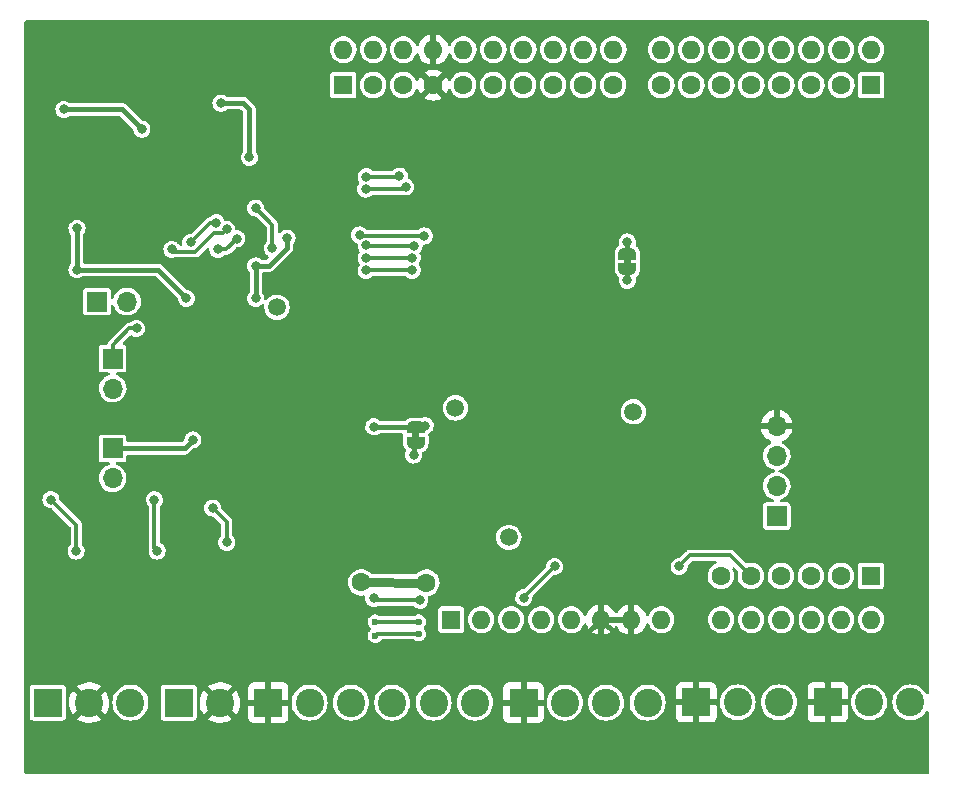
<source format=gbl>
%TF.GenerationSoftware,KiCad,Pcbnew,(6.0.1-0)*%
%TF.CreationDate,2022-02-06T09:10:27-08:00*%
%TF.ProjectId,power-wedge-control,706f7765-722d-4776-9564-67652d636f6e,1*%
%TF.SameCoordinates,Original*%
%TF.FileFunction,Copper,L2,Bot*%
%TF.FilePolarity,Positive*%
%FSLAX46Y46*%
G04 Gerber Fmt 4.6, Leading zero omitted, Abs format (unit mm)*
G04 Created by KiCad (PCBNEW (6.0.1-0)) date 2022-02-06 09:10:27*
%MOMM*%
%LPD*%
G01*
G04 APERTURE LIST*
G04 Aperture macros list*
%AMFreePoly0*
4,1,22,0.500000,-0.750000,0.000000,-0.750000,0.000000,-0.745033,-0.079941,-0.743568,-0.215256,-0.701293,-0.333266,-0.622738,-0.424486,-0.514219,-0.481581,-0.384460,-0.499164,-0.250000,-0.500000,-0.250000,-0.500000,0.250000,-0.499164,0.250000,-0.499963,0.256109,-0.478152,0.396186,-0.417904,0.524511,-0.324060,0.630769,-0.204165,0.706417,-0.067858,0.745374,0.000000,0.744959,0.000000,0.750000,
0.500000,0.750000,0.500000,-0.750000,0.500000,-0.750000,$1*%
%AMFreePoly1*
4,1,20,0.000000,0.744959,0.073905,0.744508,0.209726,0.703889,0.328688,0.626782,0.421226,0.519385,0.479903,0.390333,0.500000,0.250000,0.500000,-0.250000,0.499851,-0.262216,0.476331,-0.402017,0.414519,-0.529596,0.319384,-0.634700,0.198574,-0.708877,0.061801,-0.746166,0.000000,-0.745033,0.000000,-0.750000,-0.500000,-0.750000,-0.500000,0.750000,0.000000,0.750000,0.000000,0.744959,
0.000000,0.744959,$1*%
G04 Aperture macros list end*
%TA.AperFunction,ComponentPad*%
%ADD10R,2.400000X2.400000*%
%TD*%
%TA.AperFunction,ComponentPad*%
%ADD11C,2.400000*%
%TD*%
%TA.AperFunction,ComponentPad*%
%ADD12R,1.700000X1.700000*%
%TD*%
%TA.AperFunction,ComponentPad*%
%ADD13O,1.700000X1.700000*%
%TD*%
%TA.AperFunction,ComponentPad*%
%ADD14C,1.500000*%
%TD*%
%TA.AperFunction,SMDPad,CuDef*%
%ADD15FreePoly0,90.000000*%
%TD*%
%TA.AperFunction,SMDPad,CuDef*%
%ADD16FreePoly1,90.000000*%
%TD*%
%TA.AperFunction,ComponentPad*%
%ADD17R,1.600000X1.600000*%
%TD*%
%TA.AperFunction,ComponentPad*%
%ADD18C,1.600000*%
%TD*%
%TA.AperFunction,ComponentPad*%
%ADD19O,1.600000X1.600000*%
%TD*%
%TA.AperFunction,SMDPad,CuDef*%
%ADD20FreePoly0,270.000000*%
%TD*%
%TA.AperFunction,SMDPad,CuDef*%
%ADD21FreePoly1,270.000000*%
%TD*%
%TA.AperFunction,ViaPad*%
%ADD22C,0.800000*%
%TD*%
%TA.AperFunction,ViaPad*%
%ADD23C,1.600000*%
%TD*%
%TA.AperFunction,ViaPad*%
%ADD24C,0.600000*%
%TD*%
%TA.AperFunction,Conductor*%
%ADD25C,0.400000*%
%TD*%
%TA.AperFunction,Conductor*%
%ADD26C,0.800000*%
%TD*%
%TA.AperFunction,Conductor*%
%ADD27C,0.300000*%
%TD*%
G04 APERTURE END LIST*
%TO.C,JP3*%
G36*
X165196800Y-97532000D02*
G01*
X164596800Y-97532000D01*
X164596800Y-97032000D01*
X165196800Y-97032000D01*
X165196800Y-97532000D01*
G37*
%TO.C,JP2*%
G36*
X147300000Y-112250000D02*
G01*
X146700000Y-112250000D01*
X146700000Y-111750000D01*
X147300000Y-111750000D01*
X147300000Y-112250000D01*
G37*
%TD*%
D10*
%TO.P,J1,1,Pin_1*%
%TO.N,+12V*%
X126908800Y-134655400D03*
D11*
%TO.P,J1,2,Pin_2*%
%TO.N,GND*%
X130408800Y-134655400D03*
%TD*%
D10*
%TO.P,J2,1,Pin_1*%
%TO.N,/RELAY_DN+*%
X115830800Y-134655400D03*
D11*
%TO.P,J2,2,Pin_2*%
%TO.N,GND*%
X119330800Y-134655400D03*
%TO.P,J2,3,Pin_3*%
%TO.N,/RELAY_UP+*%
X122830800Y-134655400D03*
%TD*%
D12*
%TO.P,J3,1,Pin_1*%
%TO.N,/EN_RELAY_DN*%
X120000000Y-100700000D03*
D13*
%TO.P,J3,2,Pin_2*%
%TO.N,/EN_RELAY_UP*%
X122540000Y-100700000D03*
%TD*%
D10*
%TO.P,J4,1,Pin_1*%
%TO.N,GND*%
X170744000Y-134631200D03*
D11*
%TO.P,J4,2,Pin_2*%
%TO.N,/ANGL1*%
X174244000Y-134631200D03*
%TO.P,J4,3,Pin_3*%
%TO.N,/SENS_PWR*%
X177744000Y-134631200D03*
%TD*%
D10*
%TO.P,J5,1,Pin_1*%
%TO.N,GND*%
X181869200Y-134631200D03*
D11*
%TO.P,J5,2,Pin_2*%
%TO.N,/ANGL2*%
X185369200Y-134631200D03*
%TO.P,J5,3,Pin_3*%
%TO.N,/SENS_PWR*%
X188869200Y-134631200D03*
%TD*%
D10*
%TO.P,J6,1,Pin_1*%
%TO.N,GND*%
X134498800Y-134655400D03*
D11*
%TO.P,J6,2,Pin_2*%
%TO.N,/SRCK*%
X137998800Y-134655400D03*
%TO.P,J6,3,Pin_3*%
%TO.N,/RCK*%
X141498800Y-134655400D03*
%TO.P,J6,4,Pin_4*%
%TO.N,/G*%
X144998800Y-134655400D03*
%TO.P,J6,5,Pin_5*%
%TO.N,/SER_IN*%
X148498800Y-134655400D03*
%TO.P,J6,6,Pin_6*%
%TO.N,/UI_PWR*%
X151998800Y-134655400D03*
%TD*%
D10*
%TO.P,J7,1,Pin_1*%
%TO.N,GND*%
X156113600Y-134655400D03*
D11*
%TO.P,J7,2,Pin_2*%
%TO.N,/SW1EXT*%
X159613600Y-134655400D03*
%TO.P,J7,3,Pin_3*%
%TO.N,/SW2EXT*%
X163113600Y-134655400D03*
%TO.P,J7,4,Pin_4*%
%TO.N,Net-(J7-Pad4)*%
X166613600Y-134655400D03*
%TD*%
D14*
%TO.P,TP4,1,1*%
%TO.N,/EN_MANUAL*%
X135238000Y-101181000D03*
%TD*%
D15*
%TO.P,JP3,1,A*%
%TO.N,+5V*%
X164896800Y-97932000D03*
D16*
%TO.P,JP3,2,B*%
%TO.N,/BTN_PWR*%
X164896800Y-96632000D03*
%TD*%
D14*
%TO.P,TP1,1,1*%
%TO.N,+12V*%
X154863800Y-120675400D03*
%TD*%
D17*
%TO.P,J10,1,Pin_1*%
%TO.N,Net-(A1-Pad32)*%
X140843000Y-82372200D03*
D18*
%TO.P,J10,2,Pin_2*%
%TO.N,Net-(A1-Pad31)*%
X143383000Y-82372200D03*
%TO.P,J10,3,Pin_3*%
%TO.N,/AREF*%
X145923000Y-82372200D03*
%TO.P,J10,4,Pin_4*%
%TO.N,GND*%
X148463000Y-82372200D03*
%TO.P,J10,5,Pin_5*%
%TO.N,/SCK*%
X151003000Y-82372200D03*
%TO.P,J10,6,Pin_6*%
%TO.N,/MISO*%
X153543000Y-82372200D03*
%TO.P,J10,7,Pin_7*%
%TO.N,/MOSI*%
X156083000Y-82372200D03*
%TO.P,J10,8,Pin_8*%
%TO.N,/CS*%
X158623000Y-82372200D03*
%TO.P,J10,9,Pin_9*%
%TO.N,/SRCK*%
X161163000Y-82372200D03*
%TO.P,J10,10,Pin_10*%
%TO.N,/RCK*%
X163703000Y-82372200D03*
%TD*%
D17*
%TO.P,A1,1,NC*%
%TO.N,unconnected-(A1-Pad1)*%
X149987000Y-127635000D03*
D19*
%TO.P,A1,2,IOREF*%
%TO.N,unconnected-(A1-Pad2)*%
X152527000Y-127635000D03*
%TO.P,A1,3,~{RESET}*%
%TO.N,unconnected-(A1-Pad3)*%
X155067000Y-127635000D03*
%TO.P,A1,4,3V3*%
%TO.N,unconnected-(A1-Pad4)*%
X157607000Y-127635000D03*
%TO.P,A1,5,+5V*%
%TO.N,unconnected-(A1-Pad5)*%
X160147000Y-127635000D03*
%TO.P,A1,6,GND*%
%TO.N,GND*%
X162687000Y-127635000D03*
%TO.P,A1,7,GND*%
X165227000Y-127635000D03*
%TO.P,A1,8,VIN*%
%TO.N,+12V*%
X167767000Y-127635000D03*
%TO.P,A1,9,A0*%
%TO.N,Net-(A1-Pad9)*%
X172847000Y-127635000D03*
%TO.P,A1,10,A1*%
%TO.N,Net-(A1-Pad10)*%
X175387000Y-127635000D03*
%TO.P,A1,11,A2*%
%TO.N,/ANGL1_REF5V*%
X177927000Y-127635000D03*
%TO.P,A1,12,A3*%
%TO.N,/ANGL2_REF5V*%
X180467000Y-127635000D03*
%TO.P,A1,13,SDA/A4*%
%TO.N,Net-(A1-Pad13)*%
X183007000Y-127635000D03*
%TO.P,A1,14,SCL/A5*%
%TO.N,Net-(A1-Pad14)*%
X185547000Y-127635000D03*
%TO.P,A1,15,D0/RX*%
%TO.N,Net-(A1-Pad15)*%
X185547000Y-79375000D03*
%TO.P,A1,16,D1/TX*%
%TO.N,Net-(A1-Pad16)*%
X183007000Y-79375000D03*
%TO.P,A1,17,D2*%
%TO.N,/MCU_RELAY_DN*%
X180467000Y-79375000D03*
%TO.P,A1,18,D3*%
%TO.N,/MCU_RELAY_UP*%
X177927000Y-79375000D03*
%TO.P,A1,19,D4*%
%TO.N,/BTN_DN*%
X175387000Y-79375000D03*
%TO.P,A1,20,D5*%
%TO.N,/BTN_UP*%
X172847000Y-79375000D03*
%TO.P,A1,21,D6*%
%TO.N,/SER_IN*%
X170307000Y-79375000D03*
%TO.P,A1,22,D7*%
%TO.N,/G*%
X167767000Y-79375000D03*
%TO.P,A1,23,D8*%
%TO.N,/RCK*%
X163707000Y-79375000D03*
%TO.P,A1,24,D9*%
%TO.N,/SRCK*%
X161167000Y-79375000D03*
%TO.P,A1,25,D10*%
%TO.N,/CS*%
X158627000Y-79375000D03*
%TO.P,A1,26,D11*%
%TO.N,/MOSI*%
X156087000Y-79375000D03*
%TO.P,A1,27,D12*%
%TO.N,/MISO*%
X153547000Y-79375000D03*
%TO.P,A1,28,D13*%
%TO.N,/SCK*%
X151007000Y-79375000D03*
%TO.P,A1,29,GND*%
%TO.N,GND*%
X148467000Y-79375000D03*
%TO.P,A1,30,AREF*%
%TO.N,/AREF*%
X145927000Y-79375000D03*
%TO.P,A1,31,SDA/A4*%
%TO.N,Net-(A1-Pad31)*%
X143387000Y-79375000D03*
%TO.P,A1,32,SCL/A5*%
%TO.N,Net-(A1-Pad32)*%
X140847000Y-79375000D03*
%TD*%
D14*
%TO.P,TP2,1,1*%
%TO.N,+5V*%
X165404800Y-110032800D03*
%TD*%
D12*
%TO.P,SW1,1,A*%
%TO.N,/EN_MANUAL*%
X121325000Y-105525000D03*
D13*
%TO.P,SW1,2,B*%
%TO.N,+3V3*%
X121325000Y-108065000D03*
%TD*%
D12*
%TO.P,J8,1,Pin_1*%
%TO.N,/ANGL1_REF5V*%
X177546000Y-118857000D03*
D13*
%TO.P,J8,2,Pin_2*%
%TO.N,/SENS_PWR*%
X177546000Y-116317000D03*
%TO.P,J8,3,Pin_3*%
%TO.N,/ANGL2_REF5V*%
X177546000Y-113777000D03*
%TO.P,J8,4,Pin_4*%
%TO.N,GND*%
X177546000Y-111237000D03*
%TD*%
D12*
%TO.P,JP1,1,A*%
%TO.N,+3V3*%
X121318500Y-113129600D03*
D13*
%TO.P,JP1,2,B*%
%TO.N,/EN_OUTPUT*%
X121318500Y-115669600D03*
%TD*%
D20*
%TO.P,JP2,1,A*%
%TO.N,+3V3*%
X147000000Y-111350000D03*
D21*
%TO.P,JP2,2,B*%
%TO.N,/UI_PWR*%
X147000000Y-112650000D03*
%TD*%
D17*
%TO.P,J12,1,Pin_1*%
%TO.N,Net-(A1-Pad14)*%
X185521600Y-123926600D03*
D18*
%TO.P,J12,2,Pin_2*%
%TO.N,Net-(A1-Pad13)*%
X182981600Y-123926600D03*
%TO.P,J12,3,Pin_3*%
%TO.N,/ANGL2_REF5V*%
X180441600Y-123926600D03*
%TO.P,J12,4,Pin_4*%
%TO.N,/ANGL1_REF5V*%
X177901600Y-123926600D03*
%TO.P,J12,5,Pin_5*%
%TO.N,Net-(A1-Pad10)*%
X175361600Y-123926600D03*
%TO.P,J12,6,Pin_6*%
%TO.N,Net-(A1-Pad9)*%
X172821600Y-123926600D03*
%TD*%
D14*
%TO.P,TP3,1,1*%
%TO.N,+3V3*%
X150342600Y-109702600D03*
%TD*%
D17*
%TO.P,J11,1,Pin_1*%
%TO.N,Net-(A1-Pad15)*%
X185552400Y-82372200D03*
D18*
%TO.P,J11,2,Pin_2*%
%TO.N,Net-(A1-Pad16)*%
X183012400Y-82372200D03*
%TO.P,J11,3,Pin_3*%
%TO.N,/MCU_RELAY_DN*%
X180472400Y-82372200D03*
%TO.P,J11,4,Pin_4*%
%TO.N,/MCU_RELAY_UP*%
X177932400Y-82372200D03*
%TO.P,J11,5,Pin_5*%
%TO.N,/BTN_DN*%
X175392400Y-82372200D03*
%TO.P,J11,6,Pin_6*%
%TO.N,/BTN_UP*%
X172852400Y-82372200D03*
%TO.P,J11,7,Pin_7*%
%TO.N,/SER_IN*%
X170312400Y-82372200D03*
%TO.P,J11,8,Pin_8*%
%TO.N,/G*%
X167772400Y-82372200D03*
%TD*%
D22*
%TO.N,GND*%
X184150000Y-116840000D03*
X122690000Y-92625000D03*
X141122400Y-127812800D03*
X149860000Y-101600000D03*
X120112400Y-124866400D03*
X125159700Y-102395000D03*
X149860000Y-118110000D03*
X149860000Y-120650000D03*
X154940000Y-101600000D03*
X149860000Y-115570000D03*
X124159700Y-110645000D03*
X120620400Y-128371600D03*
X117200000Y-82200000D03*
X122690000Y-96025000D03*
X181406800Y-129590800D03*
X154691000Y-113713200D03*
X117659700Y-102395000D03*
X151130000Y-100330000D03*
X134823200Y-128473200D03*
X153670000Y-100330000D03*
X134900000Y-86800000D03*
X156011800Y-110970000D03*
X148590000Y-121920000D03*
X119553600Y-128371600D03*
X156011800Y-108531600D03*
X172466000Y-116840000D03*
X148590000Y-102870000D03*
X149860000Y-104140000D03*
X128727200Y-83007200D03*
X122580400Y-90525600D03*
X115671600Y-91490800D03*
X154843400Y-103096000D03*
X151130000Y-114300000D03*
X161772600Y-103809800D03*
X151130000Y-121920000D03*
X151500000Y-113000000D03*
X185928000Y-116840000D03*
X174244000Y-116840000D03*
X134900000Y-83900000D03*
X154386200Y-111884400D03*
X147320000Y-104140000D03*
X152400000Y-104213600D03*
X147320000Y-101600000D03*
X117200000Y-78800000D03*
X141122400Y-126847600D03*
X148590000Y-116840000D03*
X124390000Y-92625000D03*
X151130000Y-119380000D03*
X139090400Y-116078000D03*
X133400800Y-116078000D03*
X151130000Y-102870000D03*
X115409700Y-110645000D03*
X133400800Y-128473200D03*
X157276800Y-113690400D03*
X148590000Y-119380000D03*
X156011800Y-107007600D03*
X140512800Y-116078000D03*
X155961000Y-105178800D03*
X163245800Y-102336600D03*
X158399400Y-105178800D03*
X160401000Y-102362000D03*
X158800000Y-103700000D03*
X121869200Y-78603280D03*
X163245800Y-105181400D03*
X153670000Y-102870000D03*
X134823200Y-116078000D03*
X160426400Y-105181400D03*
X149860000Y-113030000D03*
X151130000Y-116840000D03*
X136440000Y-99075000D03*
X148590000Y-100330000D03*
X148590000Y-114300000D03*
X152400000Y-101600000D03*
X173971000Y-93064000D03*
X173971000Y-91464000D03*
D23*
%TO.N,+12V*%
X147878800Y-124500000D03*
X142388000Y-124481000D03*
D22*
%TO.N,Net-(Q2-Pad1)*%
X124862200Y-117475000D03*
X125090800Y-121818400D03*
%TO.N,Net-(Q4-Pad1)*%
X118232800Y-121818400D03*
X116099200Y-117475000D03*
%TO.N,+5V*%
X164900000Y-98904400D03*
%TO.N,/BTN_DN*%
X146839058Y-95962345D03*
X130979809Y-94581500D03*
X126338000Y-96281000D03*
X142788054Y-95950497D03*
%TO.N,/BTN_UP*%
X142238534Y-95054142D03*
X130238000Y-96281000D03*
X147700000Y-95150020D03*
X131830253Y-95381000D03*
%TO.N,Net-(A1-Pad10)*%
X169288000Y-123131000D03*
%TO.N,/~{SW1}*%
X142788054Y-97000000D03*
X146685134Y-97000497D03*
%TO.N,/~{SW2}*%
X146685134Y-98050000D03*
X142788054Y-98050000D03*
%TO.N,/UI_PWR*%
X146800000Y-113700000D03*
%TO.N,/BTN_PWR*%
X164896800Y-95656400D03*
%TO.N,+3V3*%
X123800000Y-86100000D03*
X127572396Y-100424500D03*
X132900000Y-88500000D03*
X128117600Y-112420400D03*
X118300000Y-94500000D03*
X118300000Y-98000000D03*
X147784174Y-111200000D03*
X117195600Y-84429600D03*
X143437574Y-111300000D03*
X133438000Y-100424500D03*
X136090076Y-95331576D03*
X130500000Y-83900000D03*
X133438000Y-97681000D03*
D24*
%TO.N,Net-(R21-Pad1)*%
X143537574Y-128981200D03*
X147234654Y-128821923D03*
%TO.N,Net-(R22-Pad1)*%
X147234654Y-127812800D03*
X143537574Y-127812800D03*
D22*
%TO.N,/MCU_RELAY_DN*%
X146135614Y-90981000D03*
X142732869Y-91179778D03*
%TO.N,/MCU_RELAY_UP*%
X145586094Y-90081000D03*
X142787312Y-90131688D03*
%TO.N,/EN_MANUAL*%
X130988000Y-121099500D03*
X143437574Y-125831000D03*
X147334654Y-125981000D03*
X129799500Y-118181000D03*
X123343782Y-102975218D03*
X156138000Y-125781000D03*
X158738000Y-123131000D03*
%TO.N,Net-(U8-Pad1)*%
X133438000Y-92781000D03*
X134838000Y-96181000D03*
%TO.N,Net-(U10-Pad2)*%
X127924668Y-95690332D03*
X130090000Y-94025000D03*
%TD*%
D25*
%TO.N,GND*%
X162687000Y-127635000D02*
X163931600Y-128879600D01*
X153670000Y-100330000D02*
X154940000Y-101600000D01*
X181869200Y-134631200D02*
X181869200Y-132999600D01*
X162687000Y-127635000D02*
X161442400Y-128879600D01*
X147320000Y-104140000D02*
X147320000Y-101600000D01*
X148590000Y-100330000D02*
X149860000Y-101600000D01*
X149860000Y-120650000D02*
X148590000Y-121920000D01*
X156011800Y-107007600D02*
X156011800Y-108531600D01*
X151130000Y-119380000D02*
X151130000Y-116840000D01*
X149860000Y-118110000D02*
X148590000Y-119380000D01*
X149860000Y-115570000D02*
X148590000Y-116840000D01*
X163245800Y-105181400D02*
X160858200Y-105156000D01*
X147320000Y-104140000D02*
X148590000Y-102870000D01*
X160858200Y-105156000D02*
X160426400Y-105181400D01*
X120620400Y-128371600D02*
X119553600Y-128371600D01*
X181869200Y-132999600D02*
X179171600Y-130302000D01*
X179176511Y-130297089D02*
X179176511Y-125074511D01*
X154691000Y-112189200D02*
X154386200Y-111884400D01*
X179171600Y-130302000D02*
X179176511Y-130297089D01*
X154691000Y-113713200D02*
X154691000Y-112189200D01*
X151130000Y-121920000D02*
X151130000Y-119380000D01*
X184150000Y-116840000D02*
X184150000Y-116850000D01*
X151130000Y-100330000D02*
X152400000Y-101600000D01*
D26*
%TO.N,+12V*%
X142388000Y-124481000D02*
X147878800Y-124500000D01*
D27*
%TO.N,Net-(Q2-Pad1)*%
X124862200Y-117475000D02*
X124862200Y-121589800D01*
X124862200Y-121589800D02*
X125090800Y-121818400D01*
%TO.N,Net-(Q4-Pad1)*%
X118232800Y-119608600D02*
X116099200Y-117475000D01*
X118232800Y-121818400D02*
X118232800Y-119608600D01*
D25*
%TO.N,+5V*%
X164896800Y-98901200D02*
X164900000Y-98904400D01*
X164896800Y-97932000D02*
X164896800Y-98901200D01*
D27*
%TO.N,/BTN_DN*%
X142799902Y-95962345D02*
X142788054Y-95950497D01*
X146839058Y-95962345D02*
X142799902Y-95962345D01*
X130680309Y-94881000D02*
X129938000Y-94881000D01*
X128329157Y-96489843D02*
X129938000Y-94881000D01*
X126546843Y-96489843D02*
X128329157Y-96489843D01*
X126338000Y-96281000D02*
X126546843Y-96489843D01*
X130979809Y-94581500D02*
X130680309Y-94881000D01*
%TO.N,/BTN_UP*%
X130930253Y-96281000D02*
X131830253Y-95381000D01*
X142334412Y-95150020D02*
X142238534Y-95054142D01*
X130238000Y-96281000D02*
X130930253Y-96281000D01*
X143037080Y-95150020D02*
X142334412Y-95150020D01*
X147700000Y-95150020D02*
X143037080Y-95150020D01*
%TO.N,Net-(A1-Pad10)*%
X175361600Y-123926600D02*
X173616000Y-122181000D01*
X170238000Y-122181000D02*
X169288000Y-123131000D01*
X172788000Y-122181000D02*
X170238000Y-122181000D01*
X173616000Y-122181000D02*
X172788000Y-122181000D01*
%TO.N,/~{SW1}*%
X146685134Y-97000497D02*
X142788551Y-97000497D01*
X142788551Y-97000497D02*
X142788054Y-97000000D01*
%TO.N,/~{SW2}*%
X146685134Y-98050000D02*
X142788054Y-98050000D01*
D25*
%TO.N,/UI_PWR*%
X146800000Y-113700000D02*
X146800000Y-112850000D01*
X146800000Y-112850000D02*
X147000000Y-112650000D01*
%TO.N,/BTN_PWR*%
X164896800Y-96632000D02*
X164896800Y-95656400D01*
%TO.N,+3V3*%
X132900000Y-84400000D02*
X132900000Y-88500000D01*
X133438000Y-97681000D02*
X133438000Y-100424500D01*
X118300000Y-98000000D02*
X118300000Y-94500000D01*
X132400000Y-83900000D02*
X132900000Y-84400000D01*
X128117600Y-112420400D02*
X127408400Y-113129600D01*
X123800000Y-86100000D02*
X122129600Y-84429600D01*
X122129600Y-84429600D02*
X120729600Y-84429600D01*
X147000000Y-111350000D02*
X147634174Y-111350000D01*
X143487574Y-111350000D02*
X143437574Y-111300000D01*
X147634174Y-111350000D02*
X147784174Y-111200000D01*
X125147896Y-98000000D02*
X127572396Y-100424500D01*
X134539391Y-97681000D02*
X133438000Y-97681000D01*
X127408400Y-113129600D02*
X121318500Y-113129600D01*
X136090076Y-95331576D02*
X136090076Y-96130315D01*
X118300000Y-98000000D02*
X125147896Y-98000000D01*
X147000000Y-111350000D02*
X143487574Y-111350000D01*
X136090076Y-96130315D02*
X134539391Y-97681000D01*
X117195600Y-84429600D02*
X120729600Y-84429600D01*
X130500000Y-83900000D02*
X132400000Y-83900000D01*
D27*
%TO.N,Net-(R21-Pad1)*%
X143696851Y-128821923D02*
X143537574Y-128981200D01*
X147234654Y-128821923D02*
X143696851Y-128821923D01*
%TO.N,Net-(R22-Pad1)*%
X147234654Y-127812800D02*
X143537574Y-127812800D01*
%TO.N,/MCU_RELAY_DN*%
X145936836Y-91179778D02*
X146135614Y-90981000D01*
X145584872Y-91179778D02*
X145936836Y-91179778D01*
X145584872Y-91179778D02*
X145586094Y-91181000D01*
X142732869Y-91179778D02*
X145584872Y-91179778D01*
%TO.N,/MCU_RELAY_UP*%
X142787312Y-90131688D02*
X145535406Y-90131688D01*
X145535406Y-90131688D02*
X145586094Y-90081000D01*
%TO.N,/EN_MANUAL*%
X121325000Y-104394000D02*
X121325000Y-105525000D01*
X123343782Y-102975218D02*
X122743782Y-102975218D01*
X130988000Y-119369500D02*
X129799500Y-118181000D01*
X158738000Y-123131000D02*
X156138000Y-125731000D01*
X122743782Y-102975218D02*
X121325000Y-104394000D01*
X156138000Y-125731000D02*
X156138000Y-125781000D01*
X143587574Y-125981000D02*
X143437574Y-125831000D01*
X147334654Y-125981000D02*
X143587574Y-125981000D01*
X130988000Y-121099500D02*
X130988000Y-119369500D01*
%TO.N,Net-(U8-Pad1)*%
X134838000Y-96181000D02*
X134838000Y-94181000D01*
X134838000Y-94181000D02*
X133438000Y-92781000D01*
%TO.N,Net-(U10-Pad2)*%
X130090000Y-94025000D02*
X129590000Y-94025000D01*
X129590000Y-94025000D02*
X127924668Y-95690332D01*
%TD*%
%TA.AperFunction,Conductor*%
%TO.N,GND*%
G36*
X190376024Y-76921002D02*
G01*
X190422517Y-76974658D01*
X190433903Y-77027025D01*
X190425786Y-114403522D01*
X190421572Y-133807649D01*
X190401555Y-133875766D01*
X190347889Y-133922247D01*
X190277613Y-133932336D01*
X190213039Y-133902829D01*
X190188139Y-133873457D01*
X190117944Y-133758909D01*
X190103114Y-133734709D01*
X189947681Y-133552719D01*
X189765691Y-133397286D01*
X189561627Y-133272235D01*
X189557057Y-133270342D01*
X189557053Y-133270340D01*
X189345086Y-133182541D01*
X189345084Y-133182540D01*
X189340513Y-133180647D01*
X189235369Y-133155404D01*
X189112607Y-133125931D01*
X189112601Y-133125930D01*
X189107794Y-133124776D01*
X188869200Y-133105998D01*
X188630606Y-133124776D01*
X188625799Y-133125930D01*
X188625793Y-133125931D01*
X188503031Y-133155404D01*
X188397887Y-133180647D01*
X188393316Y-133182540D01*
X188393314Y-133182541D01*
X188181347Y-133270340D01*
X188181343Y-133270342D01*
X188176773Y-133272235D01*
X187972709Y-133397286D01*
X187790719Y-133552719D01*
X187635286Y-133734709D01*
X187510235Y-133938773D01*
X187418647Y-134159887D01*
X187417492Y-134164699D01*
X187363931Y-134387793D01*
X187363930Y-134387799D01*
X187362776Y-134392606D01*
X187343998Y-134631200D01*
X187362776Y-134869794D01*
X187363930Y-134874601D01*
X187363931Y-134874607D01*
X187392174Y-134992244D01*
X187418647Y-135102513D01*
X187510235Y-135323627D01*
X187635286Y-135527691D01*
X187790719Y-135709681D01*
X187972709Y-135865114D01*
X188176773Y-135990165D01*
X188181343Y-135992058D01*
X188181347Y-135992060D01*
X188393314Y-136079859D01*
X188397887Y-136081753D01*
X188479132Y-136101258D01*
X188625793Y-136136469D01*
X188625799Y-136136470D01*
X188630606Y-136137624D01*
X188869200Y-136156402D01*
X189107794Y-136137624D01*
X189112601Y-136136470D01*
X189112607Y-136136469D01*
X189259268Y-136101258D01*
X189340513Y-136081753D01*
X189345086Y-136079859D01*
X189557053Y-135992060D01*
X189557057Y-135992058D01*
X189561627Y-135990165D01*
X189765691Y-135865114D01*
X189947681Y-135709681D01*
X190103114Y-135527691D01*
X190187782Y-135389526D01*
X190240429Y-135341896D01*
X190310470Y-135330289D01*
X190375668Y-135358392D01*
X190415322Y-135417282D01*
X190421214Y-135455389D01*
X190420097Y-140599027D01*
X190400080Y-140667144D01*
X190346414Y-140713625D01*
X190294097Y-140725000D01*
X113984000Y-140725000D01*
X113915879Y-140704998D01*
X113869386Y-140651342D01*
X113858000Y-140599000D01*
X113858000Y-135892954D01*
X114310300Y-135892954D01*
X114316445Y-135939631D01*
X114320519Y-135948367D01*
X114320519Y-135948368D01*
X114352321Y-136016566D01*
X114364212Y-136042067D01*
X114444133Y-136121988D01*
X114454125Y-136126648D01*
X114454126Y-136126648D01*
X114527084Y-136160669D01*
X114546569Y-136169755D01*
X114593246Y-136175900D01*
X117068354Y-136175900D01*
X117115031Y-136169755D01*
X117134516Y-136160669D01*
X117207474Y-136126648D01*
X117207475Y-136126648D01*
X117217467Y-136121988D01*
X117297388Y-136042067D01*
X117303594Y-136028759D01*
X118322186Y-136028759D01*
X118330899Y-136040279D01*
X118419386Y-136105160D01*
X118427305Y-136110108D01*
X118643677Y-136223947D01*
X118652251Y-136227675D01*
X118883082Y-136308285D01*
X118892091Y-136310699D01*
X119132318Y-136356308D01*
X119141575Y-136357362D01*
X119385907Y-136366963D01*
X119395220Y-136366637D01*
X119638278Y-136340018D01*
X119647455Y-136338317D01*
X119883907Y-136276065D01*
X119892726Y-136273028D01*
X120117384Y-136176507D01*
X120125656Y-136172200D01*
X120333577Y-136043535D01*
X120335420Y-136042196D01*
X120342838Y-136030941D01*
X120336774Y-136020584D01*
X119343612Y-135027422D01*
X119329668Y-135019808D01*
X119327835Y-135019939D01*
X119321220Y-135024190D01*
X118328844Y-136016566D01*
X118322186Y-136028759D01*
X117303594Y-136028759D01*
X117309280Y-136016566D01*
X117341081Y-135948368D01*
X117341081Y-135948367D01*
X117345155Y-135939631D01*
X117351300Y-135892954D01*
X117351300Y-134615235D01*
X117618822Y-134615235D01*
X117630554Y-134859464D01*
X117631691Y-134868724D01*
X117679393Y-135108543D01*
X117681882Y-135117518D01*
X117764508Y-135347650D01*
X117768305Y-135356178D01*
X117884034Y-135571560D01*
X117889045Y-135579427D01*
X117945973Y-135655663D01*
X117957231Y-135664112D01*
X117969650Y-135657340D01*
X118958778Y-134668212D01*
X118965156Y-134656532D01*
X119695208Y-134656532D01*
X119695339Y-134658365D01*
X119699590Y-134664980D01*
X120694532Y-135659922D01*
X120706912Y-135666682D01*
X120715253Y-135660438D01*
X120833500Y-135476602D01*
X120837947Y-135468411D01*
X120938372Y-135245476D01*
X120941567Y-135236698D01*
X121007935Y-135001373D01*
X121009793Y-134992244D01*
X121040844Y-134748170D01*
X121041325Y-134741883D01*
X121043506Y-134658560D01*
X121043430Y-134655400D01*
X121305598Y-134655400D01*
X121324376Y-134893994D01*
X121325530Y-134898801D01*
X121325531Y-134898807D01*
X121347964Y-134992244D01*
X121380247Y-135126713D01*
X121382140Y-135131284D01*
X121382141Y-135131286D01*
X121464571Y-135330289D01*
X121471835Y-135347827D01*
X121474421Y-135352047D01*
X121478309Y-135358392D01*
X121596886Y-135551891D01*
X121752319Y-135733881D01*
X121934309Y-135889314D01*
X122138373Y-136014365D01*
X122142943Y-136016258D01*
X122142947Y-136016260D01*
X122354914Y-136104059D01*
X122359487Y-136105953D01*
X122440732Y-136125458D01*
X122587393Y-136160669D01*
X122587399Y-136160670D01*
X122592206Y-136161824D01*
X122830800Y-136180602D01*
X123069394Y-136161824D01*
X123074201Y-136160670D01*
X123074207Y-136160669D01*
X123220868Y-136125458D01*
X123302113Y-136105953D01*
X123306686Y-136104059D01*
X123518653Y-136016260D01*
X123518657Y-136016258D01*
X123523227Y-136014365D01*
X123721351Y-135892954D01*
X125388300Y-135892954D01*
X125394445Y-135939631D01*
X125398519Y-135948367D01*
X125398519Y-135948368D01*
X125430321Y-136016566D01*
X125442212Y-136042067D01*
X125522133Y-136121988D01*
X125532125Y-136126648D01*
X125532126Y-136126648D01*
X125605084Y-136160669D01*
X125624569Y-136169755D01*
X125671246Y-136175900D01*
X128146354Y-136175900D01*
X128193031Y-136169755D01*
X128212516Y-136160669D01*
X128285474Y-136126648D01*
X128285475Y-136126648D01*
X128295467Y-136121988D01*
X128375388Y-136042067D01*
X128381594Y-136028759D01*
X129400186Y-136028759D01*
X129408899Y-136040279D01*
X129497386Y-136105160D01*
X129505305Y-136110108D01*
X129721677Y-136223947D01*
X129730251Y-136227675D01*
X129961082Y-136308285D01*
X129970091Y-136310699D01*
X130210318Y-136356308D01*
X130219575Y-136357362D01*
X130463907Y-136366963D01*
X130473220Y-136366637D01*
X130716278Y-136340018D01*
X130725455Y-136338317D01*
X130961907Y-136276065D01*
X130970726Y-136273028D01*
X131195384Y-136176507D01*
X131203656Y-136172200D01*
X131411577Y-136043535D01*
X131413420Y-136042196D01*
X131420838Y-136030941D01*
X131414774Y-136020584D01*
X131294259Y-135900069D01*
X132790801Y-135900069D01*
X132791171Y-135906890D01*
X132796695Y-135957752D01*
X132800321Y-135973004D01*
X132845476Y-136093454D01*
X132854014Y-136109049D01*
X132930515Y-136211124D01*
X132943076Y-136223685D01*
X133045151Y-136300186D01*
X133060746Y-136308724D01*
X133181194Y-136353878D01*
X133196449Y-136357505D01*
X133247314Y-136363031D01*
X133254128Y-136363400D01*
X134226685Y-136363400D01*
X134241924Y-136358925D01*
X134243129Y-136357535D01*
X134244800Y-136349852D01*
X134244800Y-136345284D01*
X134752800Y-136345284D01*
X134757275Y-136360523D01*
X134758665Y-136361728D01*
X134766348Y-136363399D01*
X135743469Y-136363399D01*
X135750290Y-136363029D01*
X135801152Y-136357505D01*
X135816404Y-136353879D01*
X135936854Y-136308724D01*
X135952449Y-136300186D01*
X136054524Y-136223685D01*
X136067085Y-136211124D01*
X136143586Y-136109049D01*
X136152124Y-136093454D01*
X136197278Y-135973006D01*
X136200905Y-135957751D01*
X136206431Y-135906886D01*
X136206800Y-135900072D01*
X136206800Y-134927515D01*
X136202325Y-134912276D01*
X136200935Y-134911071D01*
X136193252Y-134909400D01*
X134770915Y-134909400D01*
X134755676Y-134913875D01*
X134754471Y-134915265D01*
X134752800Y-134922948D01*
X134752800Y-136345284D01*
X134244800Y-136345284D01*
X134244800Y-134927515D01*
X134240325Y-134912276D01*
X134238935Y-134911071D01*
X134231252Y-134909400D01*
X132808916Y-134909400D01*
X132793677Y-134913875D01*
X132792472Y-134915265D01*
X132790801Y-134922948D01*
X132790801Y-135900069D01*
X131294259Y-135900069D01*
X130421612Y-135027422D01*
X130407668Y-135019808D01*
X130405835Y-135019939D01*
X130399220Y-135024190D01*
X129406844Y-136016566D01*
X129400186Y-136028759D01*
X128381594Y-136028759D01*
X128387280Y-136016566D01*
X128419081Y-135948368D01*
X128419081Y-135948367D01*
X128423155Y-135939631D01*
X128429300Y-135892954D01*
X128429300Y-134615235D01*
X128696822Y-134615235D01*
X128708554Y-134859464D01*
X128709691Y-134868724D01*
X128757393Y-135108543D01*
X128759882Y-135117518D01*
X128842508Y-135347650D01*
X128846305Y-135356178D01*
X128962034Y-135571560D01*
X128967045Y-135579427D01*
X129023973Y-135655663D01*
X129035231Y-135664112D01*
X129047650Y-135657340D01*
X130036778Y-134668212D01*
X130043156Y-134656532D01*
X130773208Y-134656532D01*
X130773339Y-134658365D01*
X130777590Y-134664980D01*
X131772532Y-135659922D01*
X131784912Y-135666682D01*
X131793253Y-135660438D01*
X131911500Y-135476602D01*
X131915947Y-135468411D01*
X132016372Y-135245476D01*
X132019567Y-135236698D01*
X132085935Y-135001373D01*
X132087793Y-134992244D01*
X132118844Y-134748170D01*
X132119325Y-134741883D01*
X132121506Y-134658560D01*
X132121430Y-134655400D01*
X136473598Y-134655400D01*
X136492376Y-134893994D01*
X136493530Y-134898801D01*
X136493531Y-134898807D01*
X136515964Y-134992244D01*
X136548247Y-135126713D01*
X136550140Y-135131284D01*
X136550141Y-135131286D01*
X136632571Y-135330289D01*
X136639835Y-135347827D01*
X136642421Y-135352047D01*
X136646309Y-135358392D01*
X136764886Y-135551891D01*
X136920319Y-135733881D01*
X137102309Y-135889314D01*
X137306373Y-136014365D01*
X137310943Y-136016258D01*
X137310947Y-136016260D01*
X137522914Y-136104059D01*
X137527487Y-136105953D01*
X137608732Y-136125458D01*
X137755393Y-136160669D01*
X137755399Y-136160670D01*
X137760206Y-136161824D01*
X137998800Y-136180602D01*
X138237394Y-136161824D01*
X138242201Y-136160670D01*
X138242207Y-136160669D01*
X138388868Y-136125458D01*
X138470113Y-136105953D01*
X138474686Y-136104059D01*
X138686653Y-136016260D01*
X138686657Y-136016258D01*
X138691227Y-136014365D01*
X138895291Y-135889314D01*
X139077281Y-135733881D01*
X139232714Y-135551891D01*
X139351291Y-135358392D01*
X139355179Y-135352047D01*
X139357765Y-135347827D01*
X139365030Y-135330289D01*
X139447459Y-135131286D01*
X139447460Y-135131284D01*
X139449353Y-135126713D01*
X139481636Y-134992244D01*
X139504069Y-134898807D01*
X139504070Y-134898801D01*
X139505224Y-134893994D01*
X139524002Y-134655400D01*
X139973598Y-134655400D01*
X139992376Y-134893994D01*
X139993530Y-134898801D01*
X139993531Y-134898807D01*
X140015964Y-134992244D01*
X140048247Y-135126713D01*
X140050140Y-135131284D01*
X140050141Y-135131286D01*
X140132571Y-135330289D01*
X140139835Y-135347827D01*
X140142421Y-135352047D01*
X140146309Y-135358392D01*
X140264886Y-135551891D01*
X140420319Y-135733881D01*
X140602309Y-135889314D01*
X140806373Y-136014365D01*
X140810943Y-136016258D01*
X140810947Y-136016260D01*
X141022914Y-136104059D01*
X141027487Y-136105953D01*
X141108732Y-136125458D01*
X141255393Y-136160669D01*
X141255399Y-136160670D01*
X141260206Y-136161824D01*
X141498800Y-136180602D01*
X141737394Y-136161824D01*
X141742201Y-136160670D01*
X141742207Y-136160669D01*
X141888868Y-136125458D01*
X141970113Y-136105953D01*
X141974686Y-136104059D01*
X142186653Y-136016260D01*
X142186657Y-136016258D01*
X142191227Y-136014365D01*
X142395291Y-135889314D01*
X142577281Y-135733881D01*
X142732714Y-135551891D01*
X142851291Y-135358392D01*
X142855179Y-135352047D01*
X142857765Y-135347827D01*
X142865030Y-135330289D01*
X142947459Y-135131286D01*
X142947460Y-135131284D01*
X142949353Y-135126713D01*
X142981636Y-134992244D01*
X143004069Y-134898807D01*
X143004070Y-134898801D01*
X143005224Y-134893994D01*
X143024002Y-134655400D01*
X143473598Y-134655400D01*
X143492376Y-134893994D01*
X143493530Y-134898801D01*
X143493531Y-134898807D01*
X143515964Y-134992244D01*
X143548247Y-135126713D01*
X143550140Y-135131284D01*
X143550141Y-135131286D01*
X143632571Y-135330289D01*
X143639835Y-135347827D01*
X143642421Y-135352047D01*
X143646309Y-135358392D01*
X143764886Y-135551891D01*
X143920319Y-135733881D01*
X144102309Y-135889314D01*
X144306373Y-136014365D01*
X144310943Y-136016258D01*
X144310947Y-136016260D01*
X144522914Y-136104059D01*
X144527487Y-136105953D01*
X144608732Y-136125458D01*
X144755393Y-136160669D01*
X144755399Y-136160670D01*
X144760206Y-136161824D01*
X144998800Y-136180602D01*
X145237394Y-136161824D01*
X145242201Y-136160670D01*
X145242207Y-136160669D01*
X145388868Y-136125458D01*
X145470113Y-136105953D01*
X145474686Y-136104059D01*
X145686653Y-136016260D01*
X145686657Y-136016258D01*
X145691227Y-136014365D01*
X145895291Y-135889314D01*
X146077281Y-135733881D01*
X146232714Y-135551891D01*
X146351291Y-135358392D01*
X146355179Y-135352047D01*
X146357765Y-135347827D01*
X146365030Y-135330289D01*
X146447459Y-135131286D01*
X146447460Y-135131284D01*
X146449353Y-135126713D01*
X146481636Y-134992244D01*
X146504069Y-134898807D01*
X146504070Y-134898801D01*
X146505224Y-134893994D01*
X146524002Y-134655400D01*
X146973598Y-134655400D01*
X146992376Y-134893994D01*
X146993530Y-134898801D01*
X146993531Y-134898807D01*
X147015964Y-134992244D01*
X147048247Y-135126713D01*
X147050140Y-135131284D01*
X147050141Y-135131286D01*
X147132571Y-135330289D01*
X147139835Y-135347827D01*
X147142421Y-135352047D01*
X147146309Y-135358392D01*
X147264886Y-135551891D01*
X147420319Y-135733881D01*
X147602309Y-135889314D01*
X147806373Y-136014365D01*
X147810943Y-136016258D01*
X147810947Y-136016260D01*
X148022914Y-136104059D01*
X148027487Y-136105953D01*
X148108732Y-136125458D01*
X148255393Y-136160669D01*
X148255399Y-136160670D01*
X148260206Y-136161824D01*
X148498800Y-136180602D01*
X148737394Y-136161824D01*
X148742201Y-136160670D01*
X148742207Y-136160669D01*
X148888868Y-136125458D01*
X148970113Y-136105953D01*
X148974686Y-136104059D01*
X149186653Y-136016260D01*
X149186657Y-136016258D01*
X149191227Y-136014365D01*
X149395291Y-135889314D01*
X149577281Y-135733881D01*
X149732714Y-135551891D01*
X149851291Y-135358392D01*
X149855179Y-135352047D01*
X149857765Y-135347827D01*
X149865030Y-135330289D01*
X149947459Y-135131286D01*
X149947460Y-135131284D01*
X149949353Y-135126713D01*
X149981636Y-134992244D01*
X150004069Y-134898807D01*
X150004070Y-134898801D01*
X150005224Y-134893994D01*
X150024002Y-134655400D01*
X150473598Y-134655400D01*
X150492376Y-134893994D01*
X150493530Y-134898801D01*
X150493531Y-134898807D01*
X150515964Y-134992244D01*
X150548247Y-135126713D01*
X150550140Y-135131284D01*
X150550141Y-135131286D01*
X150632571Y-135330289D01*
X150639835Y-135347827D01*
X150642421Y-135352047D01*
X150646309Y-135358392D01*
X150764886Y-135551891D01*
X150920319Y-135733881D01*
X151102309Y-135889314D01*
X151306373Y-136014365D01*
X151310943Y-136016258D01*
X151310947Y-136016260D01*
X151522914Y-136104059D01*
X151527487Y-136105953D01*
X151608732Y-136125458D01*
X151755393Y-136160669D01*
X151755399Y-136160670D01*
X151760206Y-136161824D01*
X151998800Y-136180602D01*
X152237394Y-136161824D01*
X152242201Y-136160670D01*
X152242207Y-136160669D01*
X152388868Y-136125458D01*
X152470113Y-136105953D01*
X152474686Y-136104059D01*
X152686653Y-136016260D01*
X152686657Y-136016258D01*
X152691227Y-136014365D01*
X152877740Y-135900069D01*
X154405601Y-135900069D01*
X154405971Y-135906890D01*
X154411495Y-135957752D01*
X154415121Y-135973004D01*
X154460276Y-136093454D01*
X154468814Y-136109049D01*
X154545315Y-136211124D01*
X154557876Y-136223685D01*
X154659951Y-136300186D01*
X154675546Y-136308724D01*
X154795994Y-136353878D01*
X154811249Y-136357505D01*
X154862114Y-136363031D01*
X154868928Y-136363400D01*
X155841485Y-136363400D01*
X155856724Y-136358925D01*
X155857929Y-136357535D01*
X155859600Y-136349852D01*
X155859600Y-136345284D01*
X156367600Y-136345284D01*
X156372075Y-136360523D01*
X156373465Y-136361728D01*
X156381148Y-136363399D01*
X157358269Y-136363399D01*
X157365090Y-136363029D01*
X157415952Y-136357505D01*
X157431204Y-136353879D01*
X157551654Y-136308724D01*
X157567249Y-136300186D01*
X157669324Y-136223685D01*
X157681885Y-136211124D01*
X157758386Y-136109049D01*
X157766924Y-136093454D01*
X157812078Y-135973006D01*
X157815705Y-135957751D01*
X157821231Y-135906886D01*
X157821600Y-135900072D01*
X157821600Y-134927515D01*
X157817125Y-134912276D01*
X157815735Y-134911071D01*
X157808052Y-134909400D01*
X156385715Y-134909400D01*
X156370476Y-134913875D01*
X156369271Y-134915265D01*
X156367600Y-134922948D01*
X156367600Y-136345284D01*
X155859600Y-136345284D01*
X155859600Y-134927515D01*
X155855125Y-134912276D01*
X155853735Y-134911071D01*
X155846052Y-134909400D01*
X154423716Y-134909400D01*
X154408477Y-134913875D01*
X154407272Y-134915265D01*
X154405601Y-134922948D01*
X154405601Y-135900069D01*
X152877740Y-135900069D01*
X152895291Y-135889314D01*
X153077281Y-135733881D01*
X153232714Y-135551891D01*
X153351291Y-135358392D01*
X153355179Y-135352047D01*
X153357765Y-135347827D01*
X153365030Y-135330289D01*
X153447459Y-135131286D01*
X153447460Y-135131284D01*
X153449353Y-135126713D01*
X153481636Y-134992244D01*
X153504069Y-134898807D01*
X153504070Y-134898801D01*
X153505224Y-134893994D01*
X153524002Y-134655400D01*
X158088398Y-134655400D01*
X158107176Y-134893994D01*
X158108330Y-134898801D01*
X158108331Y-134898807D01*
X158130764Y-134992244D01*
X158163047Y-135126713D01*
X158164940Y-135131284D01*
X158164941Y-135131286D01*
X158247371Y-135330289D01*
X158254635Y-135347827D01*
X158257221Y-135352047D01*
X158261109Y-135358392D01*
X158379686Y-135551891D01*
X158535119Y-135733881D01*
X158717109Y-135889314D01*
X158921173Y-136014365D01*
X158925743Y-136016258D01*
X158925747Y-136016260D01*
X159137714Y-136104059D01*
X159142287Y-136105953D01*
X159223532Y-136125458D01*
X159370193Y-136160669D01*
X159370199Y-136160670D01*
X159375006Y-136161824D01*
X159613600Y-136180602D01*
X159852194Y-136161824D01*
X159857001Y-136160670D01*
X159857007Y-136160669D01*
X160003668Y-136125458D01*
X160084913Y-136105953D01*
X160089486Y-136104059D01*
X160301453Y-136016260D01*
X160301457Y-136016258D01*
X160306027Y-136014365D01*
X160510091Y-135889314D01*
X160692081Y-135733881D01*
X160847514Y-135551891D01*
X160966091Y-135358392D01*
X160969979Y-135352047D01*
X160972565Y-135347827D01*
X160979830Y-135330289D01*
X161062259Y-135131286D01*
X161062260Y-135131284D01*
X161064153Y-135126713D01*
X161096436Y-134992244D01*
X161118869Y-134898807D01*
X161118870Y-134898801D01*
X161120024Y-134893994D01*
X161138802Y-134655400D01*
X161588398Y-134655400D01*
X161607176Y-134893994D01*
X161608330Y-134898801D01*
X161608331Y-134898807D01*
X161630764Y-134992244D01*
X161663047Y-135126713D01*
X161664940Y-135131284D01*
X161664941Y-135131286D01*
X161747371Y-135330289D01*
X161754635Y-135347827D01*
X161757221Y-135352047D01*
X161761109Y-135358392D01*
X161879686Y-135551891D01*
X162035119Y-135733881D01*
X162217109Y-135889314D01*
X162421173Y-136014365D01*
X162425743Y-136016258D01*
X162425747Y-136016260D01*
X162637714Y-136104059D01*
X162642287Y-136105953D01*
X162723532Y-136125458D01*
X162870193Y-136160669D01*
X162870199Y-136160670D01*
X162875006Y-136161824D01*
X163113600Y-136180602D01*
X163352194Y-136161824D01*
X163357001Y-136160670D01*
X163357007Y-136160669D01*
X163503668Y-136125458D01*
X163584913Y-136105953D01*
X163589486Y-136104059D01*
X163801453Y-136016260D01*
X163801457Y-136016258D01*
X163806027Y-136014365D01*
X164010091Y-135889314D01*
X164192081Y-135733881D01*
X164347514Y-135551891D01*
X164466091Y-135358392D01*
X164469979Y-135352047D01*
X164472565Y-135347827D01*
X164479830Y-135330289D01*
X164562259Y-135131286D01*
X164562260Y-135131284D01*
X164564153Y-135126713D01*
X164596436Y-134992244D01*
X164618869Y-134898807D01*
X164618870Y-134898801D01*
X164620024Y-134893994D01*
X164638802Y-134655400D01*
X165088398Y-134655400D01*
X165107176Y-134893994D01*
X165108330Y-134898801D01*
X165108331Y-134898807D01*
X165130764Y-134992244D01*
X165163047Y-135126713D01*
X165164940Y-135131284D01*
X165164941Y-135131286D01*
X165247371Y-135330289D01*
X165254635Y-135347827D01*
X165257221Y-135352047D01*
X165261109Y-135358392D01*
X165379686Y-135551891D01*
X165535119Y-135733881D01*
X165717109Y-135889314D01*
X165921173Y-136014365D01*
X165925743Y-136016258D01*
X165925747Y-136016260D01*
X166137714Y-136104059D01*
X166142287Y-136105953D01*
X166223532Y-136125458D01*
X166370193Y-136160669D01*
X166370199Y-136160670D01*
X166375006Y-136161824D01*
X166613600Y-136180602D01*
X166852194Y-136161824D01*
X166857001Y-136160670D01*
X166857007Y-136160669D01*
X167003668Y-136125458D01*
X167084913Y-136105953D01*
X167089486Y-136104059D01*
X167301453Y-136016260D01*
X167301457Y-136016258D01*
X167306027Y-136014365D01*
X167510091Y-135889314D01*
X167525833Y-135875869D01*
X169036001Y-135875869D01*
X169036371Y-135882690D01*
X169041895Y-135933552D01*
X169045521Y-135948804D01*
X169090676Y-136069254D01*
X169099214Y-136084849D01*
X169175715Y-136186924D01*
X169188276Y-136199485D01*
X169290351Y-136275986D01*
X169305946Y-136284524D01*
X169426394Y-136329678D01*
X169441649Y-136333305D01*
X169492514Y-136338831D01*
X169499328Y-136339200D01*
X170471885Y-136339200D01*
X170487124Y-136334725D01*
X170488329Y-136333335D01*
X170490000Y-136325652D01*
X170490000Y-136321084D01*
X170998000Y-136321084D01*
X171002475Y-136336323D01*
X171003865Y-136337528D01*
X171011548Y-136339199D01*
X171988669Y-136339199D01*
X171995490Y-136338829D01*
X172046352Y-136333305D01*
X172061604Y-136329679D01*
X172182054Y-136284524D01*
X172197649Y-136275986D01*
X172299724Y-136199485D01*
X172312285Y-136186924D01*
X172388786Y-136084849D01*
X172397324Y-136069254D01*
X172442478Y-135948806D01*
X172446105Y-135933551D01*
X172451631Y-135882686D01*
X172452000Y-135875872D01*
X172452000Y-134903315D01*
X172447525Y-134888076D01*
X172446135Y-134886871D01*
X172438452Y-134885200D01*
X171016115Y-134885200D01*
X171000876Y-134889675D01*
X170999671Y-134891065D01*
X170998000Y-134898748D01*
X170998000Y-136321084D01*
X170490000Y-136321084D01*
X170490000Y-134903315D01*
X170485525Y-134888076D01*
X170484135Y-134886871D01*
X170476452Y-134885200D01*
X169054116Y-134885200D01*
X169038877Y-134889675D01*
X169037672Y-134891065D01*
X169036001Y-134898748D01*
X169036001Y-135875869D01*
X167525833Y-135875869D01*
X167692081Y-135733881D01*
X167847514Y-135551891D01*
X167966091Y-135358392D01*
X167969979Y-135352047D01*
X167972565Y-135347827D01*
X167979830Y-135330289D01*
X168062259Y-135131286D01*
X168062260Y-135131284D01*
X168064153Y-135126713D01*
X168096436Y-134992244D01*
X168118869Y-134898807D01*
X168118870Y-134898801D01*
X168120024Y-134893994D01*
X168138802Y-134655400D01*
X168136897Y-134631200D01*
X172718798Y-134631200D01*
X172737576Y-134869794D01*
X172738730Y-134874601D01*
X172738731Y-134874607D01*
X172766974Y-134992244D01*
X172793447Y-135102513D01*
X172885035Y-135323627D01*
X173010086Y-135527691D01*
X173165519Y-135709681D01*
X173347509Y-135865114D01*
X173551573Y-135990165D01*
X173556143Y-135992058D01*
X173556147Y-135992060D01*
X173768114Y-136079859D01*
X173772687Y-136081753D01*
X173853932Y-136101258D01*
X174000593Y-136136469D01*
X174000599Y-136136470D01*
X174005406Y-136137624D01*
X174244000Y-136156402D01*
X174482594Y-136137624D01*
X174487401Y-136136470D01*
X174487407Y-136136469D01*
X174634068Y-136101258D01*
X174715313Y-136081753D01*
X174719886Y-136079859D01*
X174931853Y-135992060D01*
X174931857Y-135992058D01*
X174936427Y-135990165D01*
X175140491Y-135865114D01*
X175322481Y-135709681D01*
X175477914Y-135527691D01*
X175602965Y-135323627D01*
X175694553Y-135102513D01*
X175721026Y-134992244D01*
X175749269Y-134874607D01*
X175749270Y-134874601D01*
X175750424Y-134869794D01*
X175769202Y-134631200D01*
X176218798Y-134631200D01*
X176237576Y-134869794D01*
X176238730Y-134874601D01*
X176238731Y-134874607D01*
X176266974Y-134992244D01*
X176293447Y-135102513D01*
X176385035Y-135323627D01*
X176510086Y-135527691D01*
X176665519Y-135709681D01*
X176847509Y-135865114D01*
X177051573Y-135990165D01*
X177056143Y-135992058D01*
X177056147Y-135992060D01*
X177268114Y-136079859D01*
X177272687Y-136081753D01*
X177353932Y-136101258D01*
X177500593Y-136136469D01*
X177500599Y-136136470D01*
X177505406Y-136137624D01*
X177744000Y-136156402D01*
X177982594Y-136137624D01*
X177987401Y-136136470D01*
X177987407Y-136136469D01*
X178134068Y-136101258D01*
X178215313Y-136081753D01*
X178219886Y-136079859D01*
X178431853Y-135992060D01*
X178431857Y-135992058D01*
X178436427Y-135990165D01*
X178622940Y-135875869D01*
X180161201Y-135875869D01*
X180161571Y-135882690D01*
X180167095Y-135933552D01*
X180170721Y-135948804D01*
X180215876Y-136069254D01*
X180224414Y-136084849D01*
X180300915Y-136186924D01*
X180313476Y-136199485D01*
X180415551Y-136275986D01*
X180431146Y-136284524D01*
X180551594Y-136329678D01*
X180566849Y-136333305D01*
X180617714Y-136338831D01*
X180624528Y-136339200D01*
X181597085Y-136339200D01*
X181612324Y-136334725D01*
X181613529Y-136333335D01*
X181615200Y-136325652D01*
X181615200Y-136321084D01*
X182123200Y-136321084D01*
X182127675Y-136336323D01*
X182129065Y-136337528D01*
X182136748Y-136339199D01*
X183113869Y-136339199D01*
X183120690Y-136338829D01*
X183171552Y-136333305D01*
X183186804Y-136329679D01*
X183307254Y-136284524D01*
X183322849Y-136275986D01*
X183424924Y-136199485D01*
X183437485Y-136186924D01*
X183513986Y-136084849D01*
X183522524Y-136069254D01*
X183567678Y-135948806D01*
X183571305Y-135933551D01*
X183576831Y-135882686D01*
X183577200Y-135875872D01*
X183577200Y-134903315D01*
X183572725Y-134888076D01*
X183571335Y-134886871D01*
X183563652Y-134885200D01*
X182141315Y-134885200D01*
X182126076Y-134889675D01*
X182124871Y-134891065D01*
X182123200Y-134898748D01*
X182123200Y-136321084D01*
X181615200Y-136321084D01*
X181615200Y-134903315D01*
X181610725Y-134888076D01*
X181609335Y-134886871D01*
X181601652Y-134885200D01*
X180179316Y-134885200D01*
X180164077Y-134889675D01*
X180162872Y-134891065D01*
X180161201Y-134898748D01*
X180161201Y-135875869D01*
X178622940Y-135875869D01*
X178640491Y-135865114D01*
X178822481Y-135709681D01*
X178977914Y-135527691D01*
X179102965Y-135323627D01*
X179194553Y-135102513D01*
X179221026Y-134992244D01*
X179249269Y-134874607D01*
X179249270Y-134874601D01*
X179250424Y-134869794D01*
X179269202Y-134631200D01*
X183843998Y-134631200D01*
X183862776Y-134869794D01*
X183863930Y-134874601D01*
X183863931Y-134874607D01*
X183892174Y-134992244D01*
X183918647Y-135102513D01*
X184010235Y-135323627D01*
X184135286Y-135527691D01*
X184290719Y-135709681D01*
X184472709Y-135865114D01*
X184676773Y-135990165D01*
X184681343Y-135992058D01*
X184681347Y-135992060D01*
X184893314Y-136079859D01*
X184897887Y-136081753D01*
X184979132Y-136101258D01*
X185125793Y-136136469D01*
X185125799Y-136136470D01*
X185130606Y-136137624D01*
X185369200Y-136156402D01*
X185607794Y-136137624D01*
X185612601Y-136136470D01*
X185612607Y-136136469D01*
X185759268Y-136101258D01*
X185840513Y-136081753D01*
X185845086Y-136079859D01*
X186057053Y-135992060D01*
X186057057Y-135992058D01*
X186061627Y-135990165D01*
X186265691Y-135865114D01*
X186447681Y-135709681D01*
X186603114Y-135527691D01*
X186728165Y-135323627D01*
X186819753Y-135102513D01*
X186846226Y-134992244D01*
X186874469Y-134874607D01*
X186874470Y-134874601D01*
X186875624Y-134869794D01*
X186894402Y-134631200D01*
X186875624Y-134392606D01*
X186874470Y-134387799D01*
X186874469Y-134387793D01*
X186820908Y-134164699D01*
X186819753Y-134159887D01*
X186728165Y-133938773D01*
X186603114Y-133734709D01*
X186447681Y-133552719D01*
X186265691Y-133397286D01*
X186061627Y-133272235D01*
X186057057Y-133270342D01*
X186057053Y-133270340D01*
X185845086Y-133182541D01*
X185845084Y-133182540D01*
X185840513Y-133180647D01*
X185735369Y-133155404D01*
X185612607Y-133125931D01*
X185612601Y-133125930D01*
X185607794Y-133124776D01*
X185369200Y-133105998D01*
X185130606Y-133124776D01*
X185125799Y-133125930D01*
X185125793Y-133125931D01*
X185003031Y-133155404D01*
X184897887Y-133180647D01*
X184893316Y-133182540D01*
X184893314Y-133182541D01*
X184681347Y-133270340D01*
X184681343Y-133270342D01*
X184676773Y-133272235D01*
X184472709Y-133397286D01*
X184290719Y-133552719D01*
X184135286Y-133734709D01*
X184010235Y-133938773D01*
X183918647Y-134159887D01*
X183917492Y-134164699D01*
X183863931Y-134387793D01*
X183863930Y-134387799D01*
X183862776Y-134392606D01*
X183843998Y-134631200D01*
X179269202Y-134631200D01*
X179250424Y-134392606D01*
X179249270Y-134387799D01*
X179249269Y-134387793D01*
X179242377Y-134359085D01*
X180161200Y-134359085D01*
X180165675Y-134374324D01*
X180167065Y-134375529D01*
X180174748Y-134377200D01*
X181597085Y-134377200D01*
X181612324Y-134372725D01*
X181613529Y-134371335D01*
X181615200Y-134363652D01*
X181615200Y-134359085D01*
X182123200Y-134359085D01*
X182127675Y-134374324D01*
X182129065Y-134375529D01*
X182136748Y-134377200D01*
X183559084Y-134377200D01*
X183574323Y-134372725D01*
X183575528Y-134371335D01*
X183577199Y-134363652D01*
X183577199Y-133386531D01*
X183576829Y-133379710D01*
X183571305Y-133328848D01*
X183567679Y-133313596D01*
X183522524Y-133193146D01*
X183513986Y-133177551D01*
X183437485Y-133075476D01*
X183424924Y-133062915D01*
X183322849Y-132986414D01*
X183307254Y-132977876D01*
X183186806Y-132932722D01*
X183171551Y-132929095D01*
X183120686Y-132923569D01*
X183113872Y-132923200D01*
X182141315Y-132923200D01*
X182126076Y-132927675D01*
X182124871Y-132929065D01*
X182123200Y-132936748D01*
X182123200Y-134359085D01*
X181615200Y-134359085D01*
X181615200Y-132941316D01*
X181610725Y-132926077D01*
X181609335Y-132924872D01*
X181601652Y-132923201D01*
X180624531Y-132923201D01*
X180617710Y-132923571D01*
X180566848Y-132929095D01*
X180551596Y-132932721D01*
X180431146Y-132977876D01*
X180415551Y-132986414D01*
X180313476Y-133062915D01*
X180300915Y-133075476D01*
X180224414Y-133177551D01*
X180215876Y-133193146D01*
X180170722Y-133313594D01*
X180167095Y-133328849D01*
X180161569Y-133379714D01*
X180161200Y-133386528D01*
X180161200Y-134359085D01*
X179242377Y-134359085D01*
X179195708Y-134164699D01*
X179194553Y-134159887D01*
X179102965Y-133938773D01*
X178977914Y-133734709D01*
X178822481Y-133552719D01*
X178640491Y-133397286D01*
X178436427Y-133272235D01*
X178431857Y-133270342D01*
X178431853Y-133270340D01*
X178219886Y-133182541D01*
X178219884Y-133182540D01*
X178215313Y-133180647D01*
X178110169Y-133155404D01*
X177987407Y-133125931D01*
X177987401Y-133125930D01*
X177982594Y-133124776D01*
X177744000Y-133105998D01*
X177505406Y-133124776D01*
X177500599Y-133125930D01*
X177500593Y-133125931D01*
X177377831Y-133155404D01*
X177272687Y-133180647D01*
X177268116Y-133182540D01*
X177268114Y-133182541D01*
X177056147Y-133270340D01*
X177056143Y-133270342D01*
X177051573Y-133272235D01*
X176847509Y-133397286D01*
X176665519Y-133552719D01*
X176510086Y-133734709D01*
X176385035Y-133938773D01*
X176293447Y-134159887D01*
X176292292Y-134164699D01*
X176238731Y-134387793D01*
X176238730Y-134387799D01*
X176237576Y-134392606D01*
X176218798Y-134631200D01*
X175769202Y-134631200D01*
X175750424Y-134392606D01*
X175749270Y-134387799D01*
X175749269Y-134387793D01*
X175695708Y-134164699D01*
X175694553Y-134159887D01*
X175602965Y-133938773D01*
X175477914Y-133734709D01*
X175322481Y-133552719D01*
X175140491Y-133397286D01*
X174936427Y-133272235D01*
X174931857Y-133270342D01*
X174931853Y-133270340D01*
X174719886Y-133182541D01*
X174719884Y-133182540D01*
X174715313Y-133180647D01*
X174610169Y-133155404D01*
X174487407Y-133125931D01*
X174487401Y-133125930D01*
X174482594Y-133124776D01*
X174244000Y-133105998D01*
X174005406Y-133124776D01*
X174000599Y-133125930D01*
X174000593Y-133125931D01*
X173877831Y-133155404D01*
X173772687Y-133180647D01*
X173768116Y-133182540D01*
X173768114Y-133182541D01*
X173556147Y-133270340D01*
X173556143Y-133270342D01*
X173551573Y-133272235D01*
X173347509Y-133397286D01*
X173165519Y-133552719D01*
X173010086Y-133734709D01*
X172885035Y-133938773D01*
X172793447Y-134159887D01*
X172792292Y-134164699D01*
X172738731Y-134387793D01*
X172738730Y-134387799D01*
X172737576Y-134392606D01*
X172718798Y-134631200D01*
X168136897Y-134631200D01*
X168120024Y-134416806D01*
X168118870Y-134411999D01*
X168118869Y-134411993D01*
X168106167Y-134359085D01*
X169036000Y-134359085D01*
X169040475Y-134374324D01*
X169041865Y-134375529D01*
X169049548Y-134377200D01*
X170471885Y-134377200D01*
X170487124Y-134372725D01*
X170488329Y-134371335D01*
X170490000Y-134363652D01*
X170490000Y-134359085D01*
X170998000Y-134359085D01*
X171002475Y-134374324D01*
X171003865Y-134375529D01*
X171011548Y-134377200D01*
X172433884Y-134377200D01*
X172449123Y-134372725D01*
X172450328Y-134371335D01*
X172451999Y-134363652D01*
X172451999Y-133386531D01*
X172451629Y-133379710D01*
X172446105Y-133328848D01*
X172442479Y-133313596D01*
X172397324Y-133193146D01*
X172388786Y-133177551D01*
X172312285Y-133075476D01*
X172299724Y-133062915D01*
X172197649Y-132986414D01*
X172182054Y-132977876D01*
X172061606Y-132932722D01*
X172046351Y-132929095D01*
X171995486Y-132923569D01*
X171988672Y-132923200D01*
X171016115Y-132923200D01*
X171000876Y-132927675D01*
X170999671Y-132929065D01*
X170998000Y-132936748D01*
X170998000Y-134359085D01*
X170490000Y-134359085D01*
X170490000Y-132941316D01*
X170485525Y-132926077D01*
X170484135Y-132924872D01*
X170476452Y-132923201D01*
X169499331Y-132923201D01*
X169492510Y-132923571D01*
X169441648Y-132929095D01*
X169426396Y-132932721D01*
X169305946Y-132977876D01*
X169290351Y-132986414D01*
X169188276Y-133062915D01*
X169175715Y-133075476D01*
X169099214Y-133177551D01*
X169090676Y-133193146D01*
X169045522Y-133313594D01*
X169041895Y-133328849D01*
X169036369Y-133379714D01*
X169036000Y-133386528D01*
X169036000Y-134359085D01*
X168106167Y-134359085D01*
X168065308Y-134188899D01*
X168064153Y-134184087D01*
X167972565Y-133962973D01*
X167847514Y-133758909D01*
X167692081Y-133576919D01*
X167510091Y-133421486D01*
X167306027Y-133296435D01*
X167301457Y-133294542D01*
X167301453Y-133294540D01*
X167089486Y-133206741D01*
X167089484Y-133206740D01*
X167084913Y-133204847D01*
X166979302Y-133179492D01*
X166857007Y-133150131D01*
X166857001Y-133150130D01*
X166852194Y-133148976D01*
X166613600Y-133130198D01*
X166375006Y-133148976D01*
X166370199Y-133150130D01*
X166370193Y-133150131D01*
X166247898Y-133179492D01*
X166142287Y-133204847D01*
X166137716Y-133206740D01*
X166137714Y-133206741D01*
X165925747Y-133294540D01*
X165925743Y-133294542D01*
X165921173Y-133296435D01*
X165717109Y-133421486D01*
X165535119Y-133576919D01*
X165379686Y-133758909D01*
X165254635Y-133962973D01*
X165163047Y-134184087D01*
X165161892Y-134188899D01*
X165108331Y-134411993D01*
X165108330Y-134411999D01*
X165107176Y-134416806D01*
X165088398Y-134655400D01*
X164638802Y-134655400D01*
X164620024Y-134416806D01*
X164618870Y-134411999D01*
X164618869Y-134411993D01*
X164565308Y-134188899D01*
X164564153Y-134184087D01*
X164472565Y-133962973D01*
X164347514Y-133758909D01*
X164192081Y-133576919D01*
X164010091Y-133421486D01*
X163806027Y-133296435D01*
X163801457Y-133294542D01*
X163801453Y-133294540D01*
X163589486Y-133206741D01*
X163589484Y-133206740D01*
X163584913Y-133204847D01*
X163479302Y-133179492D01*
X163357007Y-133150131D01*
X163357001Y-133150130D01*
X163352194Y-133148976D01*
X163113600Y-133130198D01*
X162875006Y-133148976D01*
X162870199Y-133150130D01*
X162870193Y-133150131D01*
X162747898Y-133179492D01*
X162642287Y-133204847D01*
X162637716Y-133206740D01*
X162637714Y-133206741D01*
X162425747Y-133294540D01*
X162425743Y-133294542D01*
X162421173Y-133296435D01*
X162217109Y-133421486D01*
X162035119Y-133576919D01*
X161879686Y-133758909D01*
X161754635Y-133962973D01*
X161663047Y-134184087D01*
X161661892Y-134188899D01*
X161608331Y-134411993D01*
X161608330Y-134411999D01*
X161607176Y-134416806D01*
X161588398Y-134655400D01*
X161138802Y-134655400D01*
X161120024Y-134416806D01*
X161118870Y-134411999D01*
X161118869Y-134411993D01*
X161065308Y-134188899D01*
X161064153Y-134184087D01*
X160972565Y-133962973D01*
X160847514Y-133758909D01*
X160692081Y-133576919D01*
X160510091Y-133421486D01*
X160306027Y-133296435D01*
X160301457Y-133294542D01*
X160301453Y-133294540D01*
X160089486Y-133206741D01*
X160089484Y-133206740D01*
X160084913Y-133204847D01*
X159979302Y-133179492D01*
X159857007Y-133150131D01*
X159857001Y-133150130D01*
X159852194Y-133148976D01*
X159613600Y-133130198D01*
X159375006Y-133148976D01*
X159370199Y-133150130D01*
X159370193Y-133150131D01*
X159247898Y-133179492D01*
X159142287Y-133204847D01*
X159137716Y-133206740D01*
X159137714Y-133206741D01*
X158925747Y-133294540D01*
X158925743Y-133294542D01*
X158921173Y-133296435D01*
X158717109Y-133421486D01*
X158535119Y-133576919D01*
X158379686Y-133758909D01*
X158254635Y-133962973D01*
X158163047Y-134184087D01*
X158161892Y-134188899D01*
X158108331Y-134411993D01*
X158108330Y-134411999D01*
X158107176Y-134416806D01*
X158088398Y-134655400D01*
X153524002Y-134655400D01*
X153505224Y-134416806D01*
X153504070Y-134411999D01*
X153504069Y-134411993D01*
X153497177Y-134383285D01*
X154405600Y-134383285D01*
X154410075Y-134398524D01*
X154411465Y-134399729D01*
X154419148Y-134401400D01*
X155841485Y-134401400D01*
X155856724Y-134396925D01*
X155857929Y-134395535D01*
X155859600Y-134387852D01*
X155859600Y-134383285D01*
X156367600Y-134383285D01*
X156372075Y-134398524D01*
X156373465Y-134399729D01*
X156381148Y-134401400D01*
X157803484Y-134401400D01*
X157818723Y-134396925D01*
X157819928Y-134395535D01*
X157821599Y-134387852D01*
X157821599Y-133410731D01*
X157821229Y-133403910D01*
X157815705Y-133353048D01*
X157812079Y-133337796D01*
X157766924Y-133217346D01*
X157758386Y-133201751D01*
X157681885Y-133099676D01*
X157669324Y-133087115D01*
X157567249Y-133010614D01*
X157551654Y-133002076D01*
X157431206Y-132956922D01*
X157415951Y-132953295D01*
X157365086Y-132947769D01*
X157358272Y-132947400D01*
X156385715Y-132947400D01*
X156370476Y-132951875D01*
X156369271Y-132953265D01*
X156367600Y-132960948D01*
X156367600Y-134383285D01*
X155859600Y-134383285D01*
X155859600Y-132965516D01*
X155855125Y-132950277D01*
X155853735Y-132949072D01*
X155846052Y-132947401D01*
X154868931Y-132947401D01*
X154862110Y-132947771D01*
X154811248Y-132953295D01*
X154795996Y-132956921D01*
X154675546Y-133002076D01*
X154659951Y-133010614D01*
X154557876Y-133087115D01*
X154545315Y-133099676D01*
X154468814Y-133201751D01*
X154460276Y-133217346D01*
X154415122Y-133337794D01*
X154411495Y-133353049D01*
X154405969Y-133403914D01*
X154405600Y-133410728D01*
X154405600Y-134383285D01*
X153497177Y-134383285D01*
X153450508Y-134188899D01*
X153449353Y-134184087D01*
X153357765Y-133962973D01*
X153232714Y-133758909D01*
X153077281Y-133576919D01*
X152895291Y-133421486D01*
X152691227Y-133296435D01*
X152686657Y-133294542D01*
X152686653Y-133294540D01*
X152474686Y-133206741D01*
X152474684Y-133206740D01*
X152470113Y-133204847D01*
X152364502Y-133179492D01*
X152242207Y-133150131D01*
X152242201Y-133150130D01*
X152237394Y-133148976D01*
X151998800Y-133130198D01*
X151760206Y-133148976D01*
X151755399Y-133150130D01*
X151755393Y-133150131D01*
X151633098Y-133179492D01*
X151527487Y-133204847D01*
X151522916Y-133206740D01*
X151522914Y-133206741D01*
X151310947Y-133294540D01*
X151310943Y-133294542D01*
X151306373Y-133296435D01*
X151102309Y-133421486D01*
X150920319Y-133576919D01*
X150764886Y-133758909D01*
X150639835Y-133962973D01*
X150548247Y-134184087D01*
X150547092Y-134188899D01*
X150493531Y-134411993D01*
X150493530Y-134411999D01*
X150492376Y-134416806D01*
X150473598Y-134655400D01*
X150024002Y-134655400D01*
X150005224Y-134416806D01*
X150004070Y-134411999D01*
X150004069Y-134411993D01*
X149950508Y-134188899D01*
X149949353Y-134184087D01*
X149857765Y-133962973D01*
X149732714Y-133758909D01*
X149577281Y-133576919D01*
X149395291Y-133421486D01*
X149191227Y-133296435D01*
X149186657Y-133294542D01*
X149186653Y-133294540D01*
X148974686Y-133206741D01*
X148974684Y-133206740D01*
X148970113Y-133204847D01*
X148864502Y-133179492D01*
X148742207Y-133150131D01*
X148742201Y-133150130D01*
X148737394Y-133148976D01*
X148498800Y-133130198D01*
X148260206Y-133148976D01*
X148255399Y-133150130D01*
X148255393Y-133150131D01*
X148133098Y-133179492D01*
X148027487Y-133204847D01*
X148022916Y-133206740D01*
X148022914Y-133206741D01*
X147810947Y-133294540D01*
X147810943Y-133294542D01*
X147806373Y-133296435D01*
X147602309Y-133421486D01*
X147420319Y-133576919D01*
X147264886Y-133758909D01*
X147139835Y-133962973D01*
X147048247Y-134184087D01*
X147047092Y-134188899D01*
X146993531Y-134411993D01*
X146993530Y-134411999D01*
X146992376Y-134416806D01*
X146973598Y-134655400D01*
X146524002Y-134655400D01*
X146505224Y-134416806D01*
X146504070Y-134411999D01*
X146504069Y-134411993D01*
X146450508Y-134188899D01*
X146449353Y-134184087D01*
X146357765Y-133962973D01*
X146232714Y-133758909D01*
X146077281Y-133576919D01*
X145895291Y-133421486D01*
X145691227Y-133296435D01*
X145686657Y-133294542D01*
X145686653Y-133294540D01*
X145474686Y-133206741D01*
X145474684Y-133206740D01*
X145470113Y-133204847D01*
X145364502Y-133179492D01*
X145242207Y-133150131D01*
X145242201Y-133150130D01*
X145237394Y-133148976D01*
X144998800Y-133130198D01*
X144760206Y-133148976D01*
X144755399Y-133150130D01*
X144755393Y-133150131D01*
X144633098Y-133179492D01*
X144527487Y-133204847D01*
X144522916Y-133206740D01*
X144522914Y-133206741D01*
X144310947Y-133294540D01*
X144310943Y-133294542D01*
X144306373Y-133296435D01*
X144102309Y-133421486D01*
X143920319Y-133576919D01*
X143764886Y-133758909D01*
X143639835Y-133962973D01*
X143548247Y-134184087D01*
X143547092Y-134188899D01*
X143493531Y-134411993D01*
X143493530Y-134411999D01*
X143492376Y-134416806D01*
X143473598Y-134655400D01*
X143024002Y-134655400D01*
X143005224Y-134416806D01*
X143004070Y-134411999D01*
X143004069Y-134411993D01*
X142950508Y-134188899D01*
X142949353Y-134184087D01*
X142857765Y-133962973D01*
X142732714Y-133758909D01*
X142577281Y-133576919D01*
X142395291Y-133421486D01*
X142191227Y-133296435D01*
X142186657Y-133294542D01*
X142186653Y-133294540D01*
X141974686Y-133206741D01*
X141974684Y-133206740D01*
X141970113Y-133204847D01*
X141864502Y-133179492D01*
X141742207Y-133150131D01*
X141742201Y-133150130D01*
X141737394Y-133148976D01*
X141498800Y-133130198D01*
X141260206Y-133148976D01*
X141255399Y-133150130D01*
X141255393Y-133150131D01*
X141133098Y-133179492D01*
X141027487Y-133204847D01*
X141022916Y-133206740D01*
X141022914Y-133206741D01*
X140810947Y-133294540D01*
X140810943Y-133294542D01*
X140806373Y-133296435D01*
X140602309Y-133421486D01*
X140420319Y-133576919D01*
X140264886Y-133758909D01*
X140139835Y-133962973D01*
X140048247Y-134184087D01*
X140047092Y-134188899D01*
X139993531Y-134411993D01*
X139993530Y-134411999D01*
X139992376Y-134416806D01*
X139973598Y-134655400D01*
X139524002Y-134655400D01*
X139505224Y-134416806D01*
X139504070Y-134411999D01*
X139504069Y-134411993D01*
X139450508Y-134188899D01*
X139449353Y-134184087D01*
X139357765Y-133962973D01*
X139232714Y-133758909D01*
X139077281Y-133576919D01*
X138895291Y-133421486D01*
X138691227Y-133296435D01*
X138686657Y-133294542D01*
X138686653Y-133294540D01*
X138474686Y-133206741D01*
X138474684Y-133206740D01*
X138470113Y-133204847D01*
X138364502Y-133179492D01*
X138242207Y-133150131D01*
X138242201Y-133150130D01*
X138237394Y-133148976D01*
X137998800Y-133130198D01*
X137760206Y-133148976D01*
X137755399Y-133150130D01*
X137755393Y-133150131D01*
X137633098Y-133179492D01*
X137527487Y-133204847D01*
X137522916Y-133206740D01*
X137522914Y-133206741D01*
X137310947Y-133294540D01*
X137310943Y-133294542D01*
X137306373Y-133296435D01*
X137102309Y-133421486D01*
X136920319Y-133576919D01*
X136764886Y-133758909D01*
X136639835Y-133962973D01*
X136548247Y-134184087D01*
X136547092Y-134188899D01*
X136493531Y-134411993D01*
X136493530Y-134411999D01*
X136492376Y-134416806D01*
X136473598Y-134655400D01*
X132121430Y-134655400D01*
X132121355Y-134652251D01*
X132103121Y-134406886D01*
X132101744Y-134397680D01*
X132098487Y-134383285D01*
X132790800Y-134383285D01*
X132795275Y-134398524D01*
X132796665Y-134399729D01*
X132804348Y-134401400D01*
X134226685Y-134401400D01*
X134241924Y-134396925D01*
X134243129Y-134395535D01*
X134244800Y-134387852D01*
X134244800Y-134383285D01*
X134752800Y-134383285D01*
X134757275Y-134398524D01*
X134758665Y-134399729D01*
X134766348Y-134401400D01*
X136188684Y-134401400D01*
X136203923Y-134396925D01*
X136205128Y-134395535D01*
X136206799Y-134387852D01*
X136206799Y-133410731D01*
X136206429Y-133403910D01*
X136200905Y-133353048D01*
X136197279Y-133337796D01*
X136152124Y-133217346D01*
X136143586Y-133201751D01*
X136067085Y-133099676D01*
X136054524Y-133087115D01*
X135952449Y-133010614D01*
X135936854Y-133002076D01*
X135816406Y-132956922D01*
X135801151Y-132953295D01*
X135750286Y-132947769D01*
X135743472Y-132947400D01*
X134770915Y-132947400D01*
X134755676Y-132951875D01*
X134754471Y-132953265D01*
X134752800Y-132960948D01*
X134752800Y-134383285D01*
X134244800Y-134383285D01*
X134244800Y-132965516D01*
X134240325Y-132950277D01*
X134238935Y-132949072D01*
X134231252Y-132947401D01*
X133254131Y-132947401D01*
X133247310Y-132947771D01*
X133196448Y-132953295D01*
X133181196Y-132956921D01*
X133060746Y-133002076D01*
X133045151Y-133010614D01*
X132943076Y-133087115D01*
X132930515Y-133099676D01*
X132854014Y-133201751D01*
X132845476Y-133217346D01*
X132800322Y-133337794D01*
X132796695Y-133353049D01*
X132791169Y-133403914D01*
X132790800Y-133410728D01*
X132790800Y-134383285D01*
X132098487Y-134383285D01*
X132047779Y-134159186D01*
X132045055Y-134150275D01*
X131956433Y-133922383D01*
X131952419Y-133913967D01*
X131831084Y-133701676D01*
X131825874Y-133693953D01*
X131794587Y-133654265D01*
X131782663Y-133645795D01*
X131771128Y-133652282D01*
X130780822Y-134642588D01*
X130773208Y-134656532D01*
X130043156Y-134656532D01*
X130044392Y-134654268D01*
X130044261Y-134652435D01*
X130040010Y-134645820D01*
X129045628Y-133651438D01*
X129032320Y-133644171D01*
X129022281Y-133651293D01*
X129017381Y-133657184D01*
X129011968Y-133664773D01*
X128885122Y-133873809D01*
X128880884Y-133882126D01*
X128786329Y-134107614D01*
X128783372Y-134116452D01*
X128723184Y-134353442D01*
X128721563Y-134362632D01*
X128697067Y-134605910D01*
X128696822Y-134615235D01*
X128429300Y-134615235D01*
X128429300Y-133417846D01*
X128423155Y-133371169D01*
X128419081Y-133362432D01*
X128380790Y-133280317D01*
X129398130Y-133280317D01*
X129402703Y-133290093D01*
X130395988Y-134283378D01*
X130409932Y-134290992D01*
X130411765Y-134290861D01*
X130418380Y-134286610D01*
X131411288Y-133293702D01*
X131417672Y-133282012D01*
X131408260Y-133269902D01*
X131281944Y-133182273D01*
X131273916Y-133177545D01*
X131054610Y-133069395D01*
X131045977Y-133065907D01*
X130813088Y-132991358D01*
X130804038Y-132989185D01*
X130562691Y-132949880D01*
X130553402Y-132949068D01*
X130308914Y-132945867D01*
X130299603Y-132946437D01*
X130057322Y-132979410D01*
X130048203Y-132981348D01*
X129813468Y-133049767D01*
X129804715Y-133053039D01*
X129582669Y-133155404D01*
X129574514Y-133159924D01*
X129407268Y-133269575D01*
X129398130Y-133280317D01*
X128380790Y-133280317D01*
X128380048Y-133278726D01*
X128380048Y-133278725D01*
X128375388Y-133268733D01*
X128295467Y-133188812D01*
X128277958Y-133180647D01*
X128201768Y-133145119D01*
X128201767Y-133145119D01*
X128193031Y-133141045D01*
X128146354Y-133134900D01*
X125671246Y-133134900D01*
X125624569Y-133141045D01*
X125615833Y-133145119D01*
X125615832Y-133145119D01*
X125539643Y-133180647D01*
X125522133Y-133188812D01*
X125442212Y-133268733D01*
X125437552Y-133278725D01*
X125437552Y-133278726D01*
X125398519Y-133362432D01*
X125394445Y-133371169D01*
X125388300Y-133417846D01*
X125388300Y-135892954D01*
X123721351Y-135892954D01*
X123727291Y-135889314D01*
X123909281Y-135733881D01*
X124064714Y-135551891D01*
X124183291Y-135358392D01*
X124187179Y-135352047D01*
X124189765Y-135347827D01*
X124197030Y-135330289D01*
X124279459Y-135131286D01*
X124279460Y-135131284D01*
X124281353Y-135126713D01*
X124313636Y-134992244D01*
X124336069Y-134898807D01*
X124336070Y-134898801D01*
X124337224Y-134893994D01*
X124356002Y-134655400D01*
X124337224Y-134416806D01*
X124336070Y-134411999D01*
X124336069Y-134411993D01*
X124282508Y-134188899D01*
X124281353Y-134184087D01*
X124189765Y-133962973D01*
X124064714Y-133758909D01*
X123909281Y-133576919D01*
X123727291Y-133421486D01*
X123523227Y-133296435D01*
X123518657Y-133294542D01*
X123518653Y-133294540D01*
X123306686Y-133206741D01*
X123306684Y-133206740D01*
X123302113Y-133204847D01*
X123196502Y-133179492D01*
X123074207Y-133150131D01*
X123074201Y-133150130D01*
X123069394Y-133148976D01*
X122830800Y-133130198D01*
X122592206Y-133148976D01*
X122587399Y-133150130D01*
X122587393Y-133150131D01*
X122465098Y-133179492D01*
X122359487Y-133204847D01*
X122354916Y-133206740D01*
X122354914Y-133206741D01*
X122142947Y-133294540D01*
X122142943Y-133294542D01*
X122138373Y-133296435D01*
X121934309Y-133421486D01*
X121752319Y-133576919D01*
X121596886Y-133758909D01*
X121471835Y-133962973D01*
X121380247Y-134184087D01*
X121379092Y-134188899D01*
X121325531Y-134411993D01*
X121325530Y-134411999D01*
X121324376Y-134416806D01*
X121305598Y-134655400D01*
X121043430Y-134655400D01*
X121043355Y-134652251D01*
X121025121Y-134406886D01*
X121023744Y-134397680D01*
X120969779Y-134159186D01*
X120967055Y-134150275D01*
X120878433Y-133922383D01*
X120874419Y-133913967D01*
X120753084Y-133701676D01*
X120747874Y-133693953D01*
X120716587Y-133654265D01*
X120704663Y-133645795D01*
X120693128Y-133652282D01*
X119702822Y-134642588D01*
X119695208Y-134656532D01*
X118965156Y-134656532D01*
X118966392Y-134654268D01*
X118966261Y-134652435D01*
X118962010Y-134645820D01*
X117967628Y-133651438D01*
X117954320Y-133644171D01*
X117944281Y-133651293D01*
X117939381Y-133657184D01*
X117933968Y-133664773D01*
X117807122Y-133873809D01*
X117802884Y-133882126D01*
X117708329Y-134107614D01*
X117705372Y-134116452D01*
X117645184Y-134353442D01*
X117643563Y-134362632D01*
X117619067Y-134605910D01*
X117618822Y-134615235D01*
X117351300Y-134615235D01*
X117351300Y-133417846D01*
X117345155Y-133371169D01*
X117341081Y-133362432D01*
X117302790Y-133280317D01*
X118320130Y-133280317D01*
X118324703Y-133290093D01*
X119317988Y-134283378D01*
X119331932Y-134290992D01*
X119333765Y-134290861D01*
X119340380Y-134286610D01*
X120333288Y-133293702D01*
X120339672Y-133282012D01*
X120330260Y-133269902D01*
X120203944Y-133182273D01*
X120195916Y-133177545D01*
X119976610Y-133069395D01*
X119967977Y-133065907D01*
X119735088Y-132991358D01*
X119726038Y-132989185D01*
X119484691Y-132949880D01*
X119475402Y-132949068D01*
X119230914Y-132945867D01*
X119221603Y-132946437D01*
X118979322Y-132979410D01*
X118970203Y-132981348D01*
X118735468Y-133049767D01*
X118726715Y-133053039D01*
X118504669Y-133155404D01*
X118496514Y-133159924D01*
X118329268Y-133269575D01*
X118320130Y-133280317D01*
X117302790Y-133280317D01*
X117302048Y-133278726D01*
X117302048Y-133278725D01*
X117297388Y-133268733D01*
X117217467Y-133188812D01*
X117199958Y-133180647D01*
X117123768Y-133145119D01*
X117123767Y-133145119D01*
X117115031Y-133141045D01*
X117068354Y-133134900D01*
X114593246Y-133134900D01*
X114546569Y-133141045D01*
X114537833Y-133145119D01*
X114537832Y-133145119D01*
X114461643Y-133180647D01*
X114444133Y-133188812D01*
X114364212Y-133268733D01*
X114359552Y-133278725D01*
X114359552Y-133278726D01*
X114320519Y-133362432D01*
X114316445Y-133371169D01*
X114310300Y-133417846D01*
X114310300Y-135892954D01*
X113858000Y-135892954D01*
X113858000Y-128974655D01*
X142912551Y-128974655D01*
X142929032Y-129123932D01*
X142980644Y-129264970D01*
X142984881Y-129271276D01*
X142984883Y-129271279D01*
X143021138Y-129325231D01*
X143064409Y-129389625D01*
X143070027Y-129394737D01*
X143169869Y-129485587D01*
X143169873Y-129485590D01*
X143175490Y-129490701D01*
X143307475Y-129562363D01*
X143452744Y-129600474D01*
X143532162Y-129601722D01*
X143595313Y-129602714D01*
X143595316Y-129602714D01*
X143602910Y-129602833D01*
X143661494Y-129589416D01*
X143741906Y-129570999D01*
X143741909Y-129570998D01*
X143749305Y-129569304D01*
X143756082Y-129565895D01*
X143756086Y-129565894D01*
X143876689Y-129505236D01*
X143883475Y-129501823D01*
X143997677Y-129404286D01*
X144040354Y-129344894D01*
X144096346Y-129301249D01*
X144142674Y-129292423D01*
X146780963Y-129292423D01*
X146849084Y-129312425D01*
X146865763Y-129325231D01*
X146872570Y-129331424D01*
X147004555Y-129403086D01*
X147149824Y-129441197D01*
X147229242Y-129442445D01*
X147292393Y-129443437D01*
X147292396Y-129443437D01*
X147299990Y-129443556D01*
X147358574Y-129430139D01*
X147438986Y-129411722D01*
X147438989Y-129411721D01*
X147446385Y-129410027D01*
X147453162Y-129406618D01*
X147453166Y-129406617D01*
X147573769Y-129345959D01*
X147580555Y-129342546D01*
X147694757Y-129245009D01*
X147699190Y-129238840D01*
X147777959Y-129129222D01*
X147777960Y-129129221D01*
X147782396Y-129123047D01*
X147838413Y-128983700D01*
X147859574Y-128835013D01*
X147859711Y-128821923D01*
X147841668Y-128672826D01*
X147801004Y-128565211D01*
X147791266Y-128539440D01*
X147788582Y-128532337D01*
X147747494Y-128472554D01*
X148866500Y-128472554D01*
X148872645Y-128519231D01*
X148920412Y-128621667D01*
X149000333Y-128701588D01*
X149010325Y-128706248D01*
X149010326Y-128706248D01*
X149094032Y-128745281D01*
X149102769Y-128749355D01*
X149149446Y-128755500D01*
X150824554Y-128755500D01*
X150871231Y-128749355D01*
X150879968Y-128745281D01*
X150963674Y-128706248D01*
X150963675Y-128706248D01*
X150973667Y-128701588D01*
X151053588Y-128621667D01*
X151101355Y-128519231D01*
X151107500Y-128472554D01*
X151107500Y-127605543D01*
X151402086Y-127605543D01*
X151415554Y-127811036D01*
X151466246Y-128010633D01*
X151468663Y-128015875D01*
X151468663Y-128015876D01*
X151543686Y-128178613D01*
X151552462Y-128197650D01*
X151569123Y-128221225D01*
X151605274Y-128272377D01*
X151671315Y-128365824D01*
X151675457Y-128369859D01*
X151715190Y-128408565D01*
X151818826Y-128509522D01*
X151990053Y-128623933D01*
X151995356Y-128626211D01*
X151995359Y-128626213D01*
X152170800Y-128701588D01*
X152179263Y-128705224D01*
X152253385Y-128721996D01*
X152374482Y-128749398D01*
X152374488Y-128749399D01*
X152380119Y-128750673D01*
X152385890Y-128750900D01*
X152385892Y-128750900D01*
X152448224Y-128753349D01*
X152585894Y-128758758D01*
X152687795Y-128743983D01*
X152783982Y-128730037D01*
X152783987Y-128730036D01*
X152789696Y-128729208D01*
X152795160Y-128727353D01*
X152795165Y-128727352D01*
X152979229Y-128664871D01*
X152979234Y-128664869D01*
X152984701Y-128663013D01*
X153018701Y-128643972D01*
X153159339Y-128565211D01*
X153159343Y-128565208D01*
X153164377Y-128562389D01*
X153322707Y-128430707D01*
X153454389Y-128272377D01*
X153457208Y-128267343D01*
X153457211Y-128267339D01*
X153552190Y-128097742D01*
X153552190Y-128097741D01*
X153555013Y-128092701D01*
X153556869Y-128087234D01*
X153556871Y-128087229D01*
X153619352Y-127903165D01*
X153619353Y-127903160D01*
X153621208Y-127897696D01*
X153622036Y-127891987D01*
X153622037Y-127891982D01*
X153650225Y-127697568D01*
X153650758Y-127693894D01*
X153652300Y-127635000D01*
X153649593Y-127605543D01*
X153942086Y-127605543D01*
X153955554Y-127811036D01*
X154006246Y-128010633D01*
X154008663Y-128015875D01*
X154008663Y-128015876D01*
X154083686Y-128178613D01*
X154092462Y-128197650D01*
X154109123Y-128221225D01*
X154145274Y-128272377D01*
X154211315Y-128365824D01*
X154215457Y-128369859D01*
X154255190Y-128408565D01*
X154358826Y-128509522D01*
X154530053Y-128623933D01*
X154535356Y-128626211D01*
X154535359Y-128626213D01*
X154710800Y-128701588D01*
X154719263Y-128705224D01*
X154793385Y-128721996D01*
X154914482Y-128749398D01*
X154914488Y-128749399D01*
X154920119Y-128750673D01*
X154925890Y-128750900D01*
X154925892Y-128750900D01*
X154988224Y-128753349D01*
X155125894Y-128758758D01*
X155227795Y-128743983D01*
X155323982Y-128730037D01*
X155323987Y-128730036D01*
X155329696Y-128729208D01*
X155335160Y-128727353D01*
X155335165Y-128727352D01*
X155519229Y-128664871D01*
X155519234Y-128664869D01*
X155524701Y-128663013D01*
X155558701Y-128643972D01*
X155699339Y-128565211D01*
X155699343Y-128565208D01*
X155704377Y-128562389D01*
X155862707Y-128430707D01*
X155994389Y-128272377D01*
X155997208Y-128267343D01*
X155997211Y-128267339D01*
X156092190Y-128097742D01*
X156092190Y-128097741D01*
X156095013Y-128092701D01*
X156096869Y-128087234D01*
X156096871Y-128087229D01*
X156159352Y-127903165D01*
X156159353Y-127903160D01*
X156161208Y-127897696D01*
X156162036Y-127891987D01*
X156162037Y-127891982D01*
X156190225Y-127697568D01*
X156190758Y-127693894D01*
X156192300Y-127635000D01*
X156189593Y-127605543D01*
X156482086Y-127605543D01*
X156495554Y-127811036D01*
X156546246Y-128010633D01*
X156548663Y-128015875D01*
X156548663Y-128015876D01*
X156623686Y-128178613D01*
X156632462Y-128197650D01*
X156649123Y-128221225D01*
X156685274Y-128272377D01*
X156751315Y-128365824D01*
X156755457Y-128369859D01*
X156795190Y-128408565D01*
X156898826Y-128509522D01*
X157070053Y-128623933D01*
X157075356Y-128626211D01*
X157075359Y-128626213D01*
X157250800Y-128701588D01*
X157259263Y-128705224D01*
X157333385Y-128721996D01*
X157454482Y-128749398D01*
X157454488Y-128749399D01*
X157460119Y-128750673D01*
X157465890Y-128750900D01*
X157465892Y-128750900D01*
X157528224Y-128753349D01*
X157665894Y-128758758D01*
X157767795Y-128743983D01*
X157863982Y-128730037D01*
X157863987Y-128730036D01*
X157869696Y-128729208D01*
X157875160Y-128727353D01*
X157875165Y-128727352D01*
X158059229Y-128664871D01*
X158059234Y-128664869D01*
X158064701Y-128663013D01*
X158098701Y-128643972D01*
X158239339Y-128565211D01*
X158239343Y-128565208D01*
X158244377Y-128562389D01*
X158402707Y-128430707D01*
X158534389Y-128272377D01*
X158537208Y-128267343D01*
X158537211Y-128267339D01*
X158632190Y-128097742D01*
X158632190Y-128097741D01*
X158635013Y-128092701D01*
X158636869Y-128087234D01*
X158636871Y-128087229D01*
X158699352Y-127903165D01*
X158699353Y-127903160D01*
X158701208Y-127897696D01*
X158702036Y-127891987D01*
X158702037Y-127891982D01*
X158730225Y-127697568D01*
X158730758Y-127693894D01*
X158732300Y-127635000D01*
X158729593Y-127605543D01*
X159022086Y-127605543D01*
X159035554Y-127811036D01*
X159086246Y-128010633D01*
X159088663Y-128015875D01*
X159088663Y-128015876D01*
X159163686Y-128178613D01*
X159172462Y-128197650D01*
X159189123Y-128221225D01*
X159225274Y-128272377D01*
X159291315Y-128365824D01*
X159295457Y-128369859D01*
X159335190Y-128408565D01*
X159438826Y-128509522D01*
X159610053Y-128623933D01*
X159615356Y-128626211D01*
X159615359Y-128626213D01*
X159790800Y-128701588D01*
X159799263Y-128705224D01*
X159873385Y-128721996D01*
X159994482Y-128749398D01*
X159994488Y-128749399D01*
X160000119Y-128750673D01*
X160005890Y-128750900D01*
X160005892Y-128750900D01*
X160068224Y-128753349D01*
X160205894Y-128758758D01*
X160307795Y-128743983D01*
X160403982Y-128730037D01*
X160403987Y-128730036D01*
X160409696Y-128729208D01*
X160415160Y-128727353D01*
X160415165Y-128727352D01*
X160599229Y-128664871D01*
X160599234Y-128664869D01*
X160604701Y-128663013D01*
X160638701Y-128643972D01*
X160779339Y-128565211D01*
X160779343Y-128565208D01*
X160784377Y-128562389D01*
X160942707Y-128430707D01*
X161074389Y-128272377D01*
X161077208Y-128267343D01*
X161077211Y-128267339D01*
X161172190Y-128097742D01*
X161172190Y-128097741D01*
X161175013Y-128092701D01*
X161198251Y-128024244D01*
X161239088Y-127966168D01*
X161304841Y-127939390D01*
X161374634Y-127952411D01*
X161426307Y-128001098D01*
X161439271Y-128032135D01*
X161451764Y-128078761D01*
X161455510Y-128089053D01*
X161547586Y-128286511D01*
X161553069Y-128296007D01*
X161678028Y-128474467D01*
X161685084Y-128482875D01*
X161839125Y-128636916D01*
X161847533Y-128643972D01*
X162025993Y-128768931D01*
X162035489Y-128774414D01*
X162232947Y-128866490D01*
X162243239Y-128870236D01*
X162415503Y-128916394D01*
X162429599Y-128916058D01*
X162433000Y-128908116D01*
X162433000Y-128902967D01*
X162941000Y-128902967D01*
X162944973Y-128916498D01*
X162953522Y-128917727D01*
X163130761Y-128870236D01*
X163141053Y-128866490D01*
X163338511Y-128774414D01*
X163348007Y-128768931D01*
X163526467Y-128643972D01*
X163534875Y-128636916D01*
X163688916Y-128482875D01*
X163695972Y-128474467D01*
X163820931Y-128296007D01*
X163826414Y-128286511D01*
X163842805Y-128251359D01*
X163889722Y-128198074D01*
X163957999Y-128178613D01*
X164025959Y-128199155D01*
X164071195Y-128251359D01*
X164087586Y-128286511D01*
X164093069Y-128296007D01*
X164218028Y-128474467D01*
X164225084Y-128482875D01*
X164379125Y-128636916D01*
X164387533Y-128643972D01*
X164565993Y-128768931D01*
X164575489Y-128774414D01*
X164772947Y-128866490D01*
X164783239Y-128870236D01*
X164955503Y-128916394D01*
X164969599Y-128916058D01*
X164973000Y-128908116D01*
X164973000Y-128902967D01*
X165481000Y-128902967D01*
X165484973Y-128916498D01*
X165493522Y-128917727D01*
X165670761Y-128870236D01*
X165681053Y-128866490D01*
X165878511Y-128774414D01*
X165888007Y-128768931D01*
X166066467Y-128643972D01*
X166074875Y-128636916D01*
X166228916Y-128482875D01*
X166235972Y-128474467D01*
X166360931Y-128296007D01*
X166366414Y-128286511D01*
X166458490Y-128089053D01*
X166462236Y-128078761D01*
X166473263Y-128037606D01*
X166510214Y-127976984D01*
X166574075Y-127945962D01*
X166644569Y-127954390D01*
X166699316Y-127999592D01*
X166709396Y-128017466D01*
X166783686Y-128178613D01*
X166792462Y-128197650D01*
X166809123Y-128221225D01*
X166845274Y-128272377D01*
X166911315Y-128365824D01*
X166915457Y-128369859D01*
X166955190Y-128408565D01*
X167058826Y-128509522D01*
X167230053Y-128623933D01*
X167235356Y-128626211D01*
X167235359Y-128626213D01*
X167410800Y-128701588D01*
X167419263Y-128705224D01*
X167493385Y-128721996D01*
X167614482Y-128749398D01*
X167614488Y-128749399D01*
X167620119Y-128750673D01*
X167625890Y-128750900D01*
X167625892Y-128750900D01*
X167688224Y-128753349D01*
X167825894Y-128758758D01*
X167927795Y-128743983D01*
X168023982Y-128730037D01*
X168023987Y-128730036D01*
X168029696Y-128729208D01*
X168035160Y-128727353D01*
X168035165Y-128727352D01*
X168219229Y-128664871D01*
X168219234Y-128664869D01*
X168224701Y-128663013D01*
X168258701Y-128643972D01*
X168399339Y-128565211D01*
X168399343Y-128565208D01*
X168404377Y-128562389D01*
X168562707Y-128430707D01*
X168694389Y-128272377D01*
X168697208Y-128267343D01*
X168697211Y-128267339D01*
X168792190Y-128097742D01*
X168792190Y-128097741D01*
X168795013Y-128092701D01*
X168796869Y-128087234D01*
X168796871Y-128087229D01*
X168859352Y-127903165D01*
X168859353Y-127903160D01*
X168861208Y-127897696D01*
X168862036Y-127891987D01*
X168862037Y-127891982D01*
X168890225Y-127697568D01*
X168890758Y-127693894D01*
X168892300Y-127635000D01*
X168889593Y-127605543D01*
X171722086Y-127605543D01*
X171735554Y-127811036D01*
X171786246Y-128010633D01*
X171788663Y-128015875D01*
X171788663Y-128015876D01*
X171863686Y-128178613D01*
X171872462Y-128197650D01*
X171889123Y-128221225D01*
X171925274Y-128272377D01*
X171991315Y-128365824D01*
X171995457Y-128369859D01*
X172035190Y-128408565D01*
X172138826Y-128509522D01*
X172310053Y-128623933D01*
X172315356Y-128626211D01*
X172315359Y-128626213D01*
X172490800Y-128701588D01*
X172499263Y-128705224D01*
X172573385Y-128721996D01*
X172694482Y-128749398D01*
X172694488Y-128749399D01*
X172700119Y-128750673D01*
X172705890Y-128750900D01*
X172705892Y-128750900D01*
X172768224Y-128753349D01*
X172905894Y-128758758D01*
X173007795Y-128743983D01*
X173103982Y-128730037D01*
X173103987Y-128730036D01*
X173109696Y-128729208D01*
X173115160Y-128727353D01*
X173115165Y-128727352D01*
X173299229Y-128664871D01*
X173299234Y-128664869D01*
X173304701Y-128663013D01*
X173338701Y-128643972D01*
X173479339Y-128565211D01*
X173479343Y-128565208D01*
X173484377Y-128562389D01*
X173642707Y-128430707D01*
X173774389Y-128272377D01*
X173777208Y-128267343D01*
X173777211Y-128267339D01*
X173872190Y-128097742D01*
X173872190Y-128097741D01*
X173875013Y-128092701D01*
X173876869Y-128087234D01*
X173876871Y-128087229D01*
X173939352Y-127903165D01*
X173939353Y-127903160D01*
X173941208Y-127897696D01*
X173942036Y-127891987D01*
X173942037Y-127891982D01*
X173970225Y-127697568D01*
X173970758Y-127693894D01*
X173972300Y-127635000D01*
X173969593Y-127605543D01*
X174262086Y-127605543D01*
X174275554Y-127811036D01*
X174326246Y-128010633D01*
X174328663Y-128015875D01*
X174328663Y-128015876D01*
X174403686Y-128178613D01*
X174412462Y-128197650D01*
X174429123Y-128221225D01*
X174465274Y-128272377D01*
X174531315Y-128365824D01*
X174535457Y-128369859D01*
X174575190Y-128408565D01*
X174678826Y-128509522D01*
X174850053Y-128623933D01*
X174855356Y-128626211D01*
X174855359Y-128626213D01*
X175030800Y-128701588D01*
X175039263Y-128705224D01*
X175113385Y-128721996D01*
X175234482Y-128749398D01*
X175234488Y-128749399D01*
X175240119Y-128750673D01*
X175245890Y-128750900D01*
X175245892Y-128750900D01*
X175308224Y-128753349D01*
X175445894Y-128758758D01*
X175547795Y-128743983D01*
X175643982Y-128730037D01*
X175643987Y-128730036D01*
X175649696Y-128729208D01*
X175655160Y-128727353D01*
X175655165Y-128727352D01*
X175839229Y-128664871D01*
X175839234Y-128664869D01*
X175844701Y-128663013D01*
X175878701Y-128643972D01*
X176019339Y-128565211D01*
X176019343Y-128565208D01*
X176024377Y-128562389D01*
X176182707Y-128430707D01*
X176314389Y-128272377D01*
X176317208Y-128267343D01*
X176317211Y-128267339D01*
X176412190Y-128097742D01*
X176412190Y-128097741D01*
X176415013Y-128092701D01*
X176416869Y-128087234D01*
X176416871Y-128087229D01*
X176479352Y-127903165D01*
X176479353Y-127903160D01*
X176481208Y-127897696D01*
X176482036Y-127891987D01*
X176482037Y-127891982D01*
X176510225Y-127697568D01*
X176510758Y-127693894D01*
X176512300Y-127635000D01*
X176509593Y-127605543D01*
X176802086Y-127605543D01*
X176815554Y-127811036D01*
X176866246Y-128010633D01*
X176868663Y-128015875D01*
X176868663Y-128015876D01*
X176943686Y-128178613D01*
X176952462Y-128197650D01*
X176969123Y-128221225D01*
X177005274Y-128272377D01*
X177071315Y-128365824D01*
X177075457Y-128369859D01*
X177115190Y-128408565D01*
X177218826Y-128509522D01*
X177390053Y-128623933D01*
X177395356Y-128626211D01*
X177395359Y-128626213D01*
X177570800Y-128701588D01*
X177579263Y-128705224D01*
X177653385Y-128721996D01*
X177774482Y-128749398D01*
X177774488Y-128749399D01*
X177780119Y-128750673D01*
X177785890Y-128750900D01*
X177785892Y-128750900D01*
X177848224Y-128753349D01*
X177985894Y-128758758D01*
X178087795Y-128743983D01*
X178183982Y-128730037D01*
X178183987Y-128730036D01*
X178189696Y-128729208D01*
X178195160Y-128727353D01*
X178195165Y-128727352D01*
X178379229Y-128664871D01*
X178379234Y-128664869D01*
X178384701Y-128663013D01*
X178418701Y-128643972D01*
X178559339Y-128565211D01*
X178559343Y-128565208D01*
X178564377Y-128562389D01*
X178722707Y-128430707D01*
X178854389Y-128272377D01*
X178857208Y-128267343D01*
X178857211Y-128267339D01*
X178952190Y-128097742D01*
X178952190Y-128097741D01*
X178955013Y-128092701D01*
X178956869Y-128087234D01*
X178956871Y-128087229D01*
X179019352Y-127903165D01*
X179019353Y-127903160D01*
X179021208Y-127897696D01*
X179022036Y-127891987D01*
X179022037Y-127891982D01*
X179050225Y-127697568D01*
X179050758Y-127693894D01*
X179052300Y-127635000D01*
X179049593Y-127605543D01*
X179342086Y-127605543D01*
X179355554Y-127811036D01*
X179406246Y-128010633D01*
X179408663Y-128015875D01*
X179408663Y-128015876D01*
X179483686Y-128178613D01*
X179492462Y-128197650D01*
X179509123Y-128221225D01*
X179545274Y-128272377D01*
X179611315Y-128365824D01*
X179615457Y-128369859D01*
X179655190Y-128408565D01*
X179758826Y-128509522D01*
X179930053Y-128623933D01*
X179935356Y-128626211D01*
X179935359Y-128626213D01*
X180110800Y-128701588D01*
X180119263Y-128705224D01*
X180193385Y-128721996D01*
X180314482Y-128749398D01*
X180314488Y-128749399D01*
X180320119Y-128750673D01*
X180325890Y-128750900D01*
X180325892Y-128750900D01*
X180388224Y-128753349D01*
X180525894Y-128758758D01*
X180627795Y-128743983D01*
X180723982Y-128730037D01*
X180723987Y-128730036D01*
X180729696Y-128729208D01*
X180735160Y-128727353D01*
X180735165Y-128727352D01*
X180919229Y-128664871D01*
X180919234Y-128664869D01*
X180924701Y-128663013D01*
X180958701Y-128643972D01*
X181099339Y-128565211D01*
X181099343Y-128565208D01*
X181104377Y-128562389D01*
X181262707Y-128430707D01*
X181394389Y-128272377D01*
X181397208Y-128267343D01*
X181397211Y-128267339D01*
X181492190Y-128097742D01*
X181492190Y-128097741D01*
X181495013Y-128092701D01*
X181496869Y-128087234D01*
X181496871Y-128087229D01*
X181559352Y-127903165D01*
X181559353Y-127903160D01*
X181561208Y-127897696D01*
X181562036Y-127891987D01*
X181562037Y-127891982D01*
X181590225Y-127697568D01*
X181590758Y-127693894D01*
X181592300Y-127635000D01*
X181589593Y-127605543D01*
X181882086Y-127605543D01*
X181895554Y-127811036D01*
X181946246Y-128010633D01*
X181948663Y-128015875D01*
X181948663Y-128015876D01*
X182023686Y-128178613D01*
X182032462Y-128197650D01*
X182049123Y-128221225D01*
X182085274Y-128272377D01*
X182151315Y-128365824D01*
X182155457Y-128369859D01*
X182195190Y-128408565D01*
X182298826Y-128509522D01*
X182470053Y-128623933D01*
X182475356Y-128626211D01*
X182475359Y-128626213D01*
X182650800Y-128701588D01*
X182659263Y-128705224D01*
X182733385Y-128721996D01*
X182854482Y-128749398D01*
X182854488Y-128749399D01*
X182860119Y-128750673D01*
X182865890Y-128750900D01*
X182865892Y-128750900D01*
X182928224Y-128753349D01*
X183065894Y-128758758D01*
X183167795Y-128743983D01*
X183263982Y-128730037D01*
X183263987Y-128730036D01*
X183269696Y-128729208D01*
X183275160Y-128727353D01*
X183275165Y-128727352D01*
X183459229Y-128664871D01*
X183459234Y-128664869D01*
X183464701Y-128663013D01*
X183498701Y-128643972D01*
X183639339Y-128565211D01*
X183639343Y-128565208D01*
X183644377Y-128562389D01*
X183802707Y-128430707D01*
X183934389Y-128272377D01*
X183937208Y-128267343D01*
X183937211Y-128267339D01*
X184032190Y-128097742D01*
X184032190Y-128097741D01*
X184035013Y-128092701D01*
X184036869Y-128087234D01*
X184036871Y-128087229D01*
X184099352Y-127903165D01*
X184099353Y-127903160D01*
X184101208Y-127897696D01*
X184102036Y-127891987D01*
X184102037Y-127891982D01*
X184130225Y-127697568D01*
X184130758Y-127693894D01*
X184132300Y-127635000D01*
X184129593Y-127605543D01*
X184422086Y-127605543D01*
X184435554Y-127811036D01*
X184486246Y-128010633D01*
X184488663Y-128015875D01*
X184488663Y-128015876D01*
X184563686Y-128178613D01*
X184572462Y-128197650D01*
X184589123Y-128221225D01*
X184625274Y-128272377D01*
X184691315Y-128365824D01*
X184695457Y-128369859D01*
X184735190Y-128408565D01*
X184838826Y-128509522D01*
X185010053Y-128623933D01*
X185015356Y-128626211D01*
X185015359Y-128626213D01*
X185190800Y-128701588D01*
X185199263Y-128705224D01*
X185273385Y-128721996D01*
X185394482Y-128749398D01*
X185394488Y-128749399D01*
X185400119Y-128750673D01*
X185405890Y-128750900D01*
X185405892Y-128750900D01*
X185468224Y-128753349D01*
X185605894Y-128758758D01*
X185707795Y-128743983D01*
X185803982Y-128730037D01*
X185803987Y-128730036D01*
X185809696Y-128729208D01*
X185815160Y-128727353D01*
X185815165Y-128727352D01*
X185999229Y-128664871D01*
X185999234Y-128664869D01*
X186004701Y-128663013D01*
X186038701Y-128643972D01*
X186179339Y-128565211D01*
X186179343Y-128565208D01*
X186184377Y-128562389D01*
X186342707Y-128430707D01*
X186474389Y-128272377D01*
X186477208Y-128267343D01*
X186477211Y-128267339D01*
X186572190Y-128097742D01*
X186572190Y-128097741D01*
X186575013Y-128092701D01*
X186576869Y-128087234D01*
X186576871Y-128087229D01*
X186639352Y-127903165D01*
X186639353Y-127903160D01*
X186641208Y-127897696D01*
X186642036Y-127891987D01*
X186642037Y-127891982D01*
X186670225Y-127697568D01*
X186670758Y-127693894D01*
X186672300Y-127635000D01*
X186653457Y-127429930D01*
X186645234Y-127400774D01*
X186599126Y-127237288D01*
X186599125Y-127237286D01*
X186597558Y-127231729D01*
X186586786Y-127209884D01*
X186509031Y-127052213D01*
X186506476Y-127047032D01*
X186485276Y-127018641D01*
X186386714Y-126886651D01*
X186386713Y-126886650D01*
X186383261Y-126882027D01*
X186232039Y-126742239D01*
X186227156Y-126739158D01*
X186062756Y-126635429D01*
X186057876Y-126632350D01*
X185866602Y-126556040D01*
X185860945Y-126554915D01*
X185860939Y-126554913D01*
X185670294Y-126516992D01*
X185670290Y-126516992D01*
X185664626Y-126515865D01*
X185658851Y-126515789D01*
X185658847Y-126515789D01*
X185555659Y-126514438D01*
X185458710Y-126513169D01*
X185453013Y-126514148D01*
X185453012Y-126514148D01*
X185261448Y-126547065D01*
X185255751Y-126548044D01*
X185062546Y-126619321D01*
X184885565Y-126724613D01*
X184881225Y-126728419D01*
X184881221Y-126728422D01*
X184802515Y-126797446D01*
X184730736Y-126860395D01*
X184603244Y-127022118D01*
X184600555Y-127027229D01*
X184600553Y-127027232D01*
X184551913Y-127119681D01*
X184507358Y-127204366D01*
X184446291Y-127401037D01*
X184422086Y-127605543D01*
X184129593Y-127605543D01*
X184113457Y-127429930D01*
X184105234Y-127400774D01*
X184059126Y-127237288D01*
X184059125Y-127237286D01*
X184057558Y-127231729D01*
X184046786Y-127209884D01*
X183969031Y-127052213D01*
X183966476Y-127047032D01*
X183945276Y-127018641D01*
X183846714Y-126886651D01*
X183846713Y-126886650D01*
X183843261Y-126882027D01*
X183692039Y-126742239D01*
X183687156Y-126739158D01*
X183522756Y-126635429D01*
X183517876Y-126632350D01*
X183326602Y-126556040D01*
X183320945Y-126554915D01*
X183320939Y-126554913D01*
X183130294Y-126516992D01*
X183130290Y-126516992D01*
X183124626Y-126515865D01*
X183118851Y-126515789D01*
X183118847Y-126515789D01*
X183015659Y-126514438D01*
X182918710Y-126513169D01*
X182913013Y-126514148D01*
X182913012Y-126514148D01*
X182721448Y-126547065D01*
X182715751Y-126548044D01*
X182522546Y-126619321D01*
X182345565Y-126724613D01*
X182341225Y-126728419D01*
X182341221Y-126728422D01*
X182262515Y-126797446D01*
X182190736Y-126860395D01*
X182063244Y-127022118D01*
X182060555Y-127027229D01*
X182060553Y-127027232D01*
X182011913Y-127119681D01*
X181967358Y-127204366D01*
X181906291Y-127401037D01*
X181882086Y-127605543D01*
X181589593Y-127605543D01*
X181573457Y-127429930D01*
X181565234Y-127400774D01*
X181519126Y-127237288D01*
X181519125Y-127237286D01*
X181517558Y-127231729D01*
X181506786Y-127209884D01*
X181429031Y-127052213D01*
X181426476Y-127047032D01*
X181405276Y-127018641D01*
X181306714Y-126886651D01*
X181306713Y-126886650D01*
X181303261Y-126882027D01*
X181152039Y-126742239D01*
X181147156Y-126739158D01*
X180982756Y-126635429D01*
X180977876Y-126632350D01*
X180786602Y-126556040D01*
X180780945Y-126554915D01*
X180780939Y-126554913D01*
X180590294Y-126516992D01*
X180590290Y-126516992D01*
X180584626Y-126515865D01*
X180578851Y-126515789D01*
X180578847Y-126515789D01*
X180475659Y-126514438D01*
X180378710Y-126513169D01*
X180373013Y-126514148D01*
X180373012Y-126514148D01*
X180181448Y-126547065D01*
X180175751Y-126548044D01*
X179982546Y-126619321D01*
X179805565Y-126724613D01*
X179801225Y-126728419D01*
X179801221Y-126728422D01*
X179722515Y-126797446D01*
X179650736Y-126860395D01*
X179523244Y-127022118D01*
X179520555Y-127027229D01*
X179520553Y-127027232D01*
X179471913Y-127119681D01*
X179427358Y-127204366D01*
X179366291Y-127401037D01*
X179342086Y-127605543D01*
X179049593Y-127605543D01*
X179033457Y-127429930D01*
X179025234Y-127400774D01*
X178979126Y-127237288D01*
X178979125Y-127237286D01*
X178977558Y-127231729D01*
X178966786Y-127209884D01*
X178889031Y-127052213D01*
X178886476Y-127047032D01*
X178865276Y-127018641D01*
X178766714Y-126886651D01*
X178766713Y-126886650D01*
X178763261Y-126882027D01*
X178612039Y-126742239D01*
X178607156Y-126739158D01*
X178442756Y-126635429D01*
X178437876Y-126632350D01*
X178246602Y-126556040D01*
X178240945Y-126554915D01*
X178240939Y-126554913D01*
X178050294Y-126516992D01*
X178050290Y-126516992D01*
X178044626Y-126515865D01*
X178038851Y-126515789D01*
X178038847Y-126515789D01*
X177935659Y-126514438D01*
X177838710Y-126513169D01*
X177833013Y-126514148D01*
X177833012Y-126514148D01*
X177641448Y-126547065D01*
X177635751Y-126548044D01*
X177442546Y-126619321D01*
X177265565Y-126724613D01*
X177261225Y-126728419D01*
X177261221Y-126728422D01*
X177182515Y-126797446D01*
X177110736Y-126860395D01*
X176983244Y-127022118D01*
X176980555Y-127027229D01*
X176980553Y-127027232D01*
X176931913Y-127119681D01*
X176887358Y-127204366D01*
X176826291Y-127401037D01*
X176802086Y-127605543D01*
X176509593Y-127605543D01*
X176493457Y-127429930D01*
X176485234Y-127400774D01*
X176439126Y-127237288D01*
X176439125Y-127237286D01*
X176437558Y-127231729D01*
X176426786Y-127209884D01*
X176349031Y-127052213D01*
X176346476Y-127047032D01*
X176325276Y-127018641D01*
X176226714Y-126886651D01*
X176226713Y-126886650D01*
X176223261Y-126882027D01*
X176072039Y-126742239D01*
X176067156Y-126739158D01*
X175902756Y-126635429D01*
X175897876Y-126632350D01*
X175706602Y-126556040D01*
X175700945Y-126554915D01*
X175700939Y-126554913D01*
X175510294Y-126516992D01*
X175510290Y-126516992D01*
X175504626Y-126515865D01*
X175498851Y-126515789D01*
X175498847Y-126515789D01*
X175395659Y-126514438D01*
X175298710Y-126513169D01*
X175293013Y-126514148D01*
X175293012Y-126514148D01*
X175101448Y-126547065D01*
X175095751Y-126548044D01*
X174902546Y-126619321D01*
X174725565Y-126724613D01*
X174721225Y-126728419D01*
X174721221Y-126728422D01*
X174642515Y-126797446D01*
X174570736Y-126860395D01*
X174443244Y-127022118D01*
X174440555Y-127027229D01*
X174440553Y-127027232D01*
X174391913Y-127119681D01*
X174347358Y-127204366D01*
X174286291Y-127401037D01*
X174262086Y-127605543D01*
X173969593Y-127605543D01*
X173953457Y-127429930D01*
X173945234Y-127400774D01*
X173899126Y-127237288D01*
X173899125Y-127237286D01*
X173897558Y-127231729D01*
X173886786Y-127209884D01*
X173809031Y-127052213D01*
X173806476Y-127047032D01*
X173785276Y-127018641D01*
X173686714Y-126886651D01*
X173686713Y-126886650D01*
X173683261Y-126882027D01*
X173532039Y-126742239D01*
X173527156Y-126739158D01*
X173362756Y-126635429D01*
X173357876Y-126632350D01*
X173166602Y-126556040D01*
X173160945Y-126554915D01*
X173160939Y-126554913D01*
X172970294Y-126516992D01*
X172970290Y-126516992D01*
X172964626Y-126515865D01*
X172958851Y-126515789D01*
X172958847Y-126515789D01*
X172855659Y-126514438D01*
X172758710Y-126513169D01*
X172753013Y-126514148D01*
X172753012Y-126514148D01*
X172561448Y-126547065D01*
X172555751Y-126548044D01*
X172362546Y-126619321D01*
X172185565Y-126724613D01*
X172181225Y-126728419D01*
X172181221Y-126728422D01*
X172102515Y-126797446D01*
X172030736Y-126860395D01*
X171903244Y-127022118D01*
X171900555Y-127027229D01*
X171900553Y-127027232D01*
X171851913Y-127119681D01*
X171807358Y-127204366D01*
X171746291Y-127401037D01*
X171722086Y-127605543D01*
X168889593Y-127605543D01*
X168873457Y-127429930D01*
X168865234Y-127400774D01*
X168819126Y-127237288D01*
X168819125Y-127237286D01*
X168817558Y-127231729D01*
X168806786Y-127209884D01*
X168729031Y-127052213D01*
X168726476Y-127047032D01*
X168705276Y-127018641D01*
X168606714Y-126886651D01*
X168606713Y-126886650D01*
X168603261Y-126882027D01*
X168452039Y-126742239D01*
X168447156Y-126739158D01*
X168282756Y-126635429D01*
X168277876Y-126632350D01*
X168086602Y-126556040D01*
X168080945Y-126554915D01*
X168080939Y-126554913D01*
X167890294Y-126516992D01*
X167890290Y-126516992D01*
X167884626Y-126515865D01*
X167878851Y-126515789D01*
X167878847Y-126515789D01*
X167775659Y-126514438D01*
X167678710Y-126513169D01*
X167673013Y-126514148D01*
X167673012Y-126514148D01*
X167481448Y-126547065D01*
X167475751Y-126548044D01*
X167282546Y-126619321D01*
X167105565Y-126724613D01*
X167101225Y-126728419D01*
X167101221Y-126728422D01*
X167022515Y-126797446D01*
X166950736Y-126860395D01*
X166823244Y-127022118D01*
X166820555Y-127027229D01*
X166820553Y-127027232D01*
X166771913Y-127119681D01*
X166727358Y-127204366D01*
X166725645Y-127209884D01*
X166725642Y-127209891D01*
X166716171Y-127240391D01*
X166676868Y-127299516D01*
X166611838Y-127328006D01*
X166541729Y-127316816D01*
X166488800Y-127269498D01*
X166474132Y-127235637D01*
X166462236Y-127191239D01*
X166458490Y-127180947D01*
X166366414Y-126983489D01*
X166360931Y-126973993D01*
X166235972Y-126795533D01*
X166228916Y-126787125D01*
X166074875Y-126633084D01*
X166066467Y-126626028D01*
X165888007Y-126501069D01*
X165878511Y-126495586D01*
X165681053Y-126403510D01*
X165670761Y-126399764D01*
X165498497Y-126353606D01*
X165484401Y-126353942D01*
X165481000Y-126361884D01*
X165481000Y-128902967D01*
X164973000Y-128902967D01*
X164973000Y-127907115D01*
X164968525Y-127891876D01*
X164967135Y-127890671D01*
X164959452Y-127889000D01*
X162959115Y-127889000D01*
X162943876Y-127893475D01*
X162942671Y-127894865D01*
X162941000Y-127902548D01*
X162941000Y-128902967D01*
X162433000Y-128902967D01*
X162433000Y-127362885D01*
X162941000Y-127362885D01*
X162945475Y-127378124D01*
X162946865Y-127379329D01*
X162954548Y-127381000D01*
X164954885Y-127381000D01*
X164970124Y-127376525D01*
X164971329Y-127375135D01*
X164973000Y-127367452D01*
X164973000Y-126367033D01*
X164969027Y-126353502D01*
X164960478Y-126352273D01*
X164783239Y-126399764D01*
X164772947Y-126403510D01*
X164575489Y-126495586D01*
X164565993Y-126501069D01*
X164387533Y-126626028D01*
X164379125Y-126633084D01*
X164225084Y-126787125D01*
X164218028Y-126795533D01*
X164093069Y-126973993D01*
X164087586Y-126983489D01*
X164071195Y-127018641D01*
X164024278Y-127071926D01*
X163956001Y-127091387D01*
X163888041Y-127070845D01*
X163842805Y-127018641D01*
X163826414Y-126983489D01*
X163820931Y-126973993D01*
X163695972Y-126795533D01*
X163688916Y-126787125D01*
X163534875Y-126633084D01*
X163526467Y-126626028D01*
X163348007Y-126501069D01*
X163338511Y-126495586D01*
X163141053Y-126403510D01*
X163130761Y-126399764D01*
X162958497Y-126353606D01*
X162944401Y-126353942D01*
X162941000Y-126361884D01*
X162941000Y-127362885D01*
X162433000Y-127362885D01*
X162433000Y-126367033D01*
X162429027Y-126353502D01*
X162420478Y-126352273D01*
X162243239Y-126399764D01*
X162232947Y-126403510D01*
X162035489Y-126495586D01*
X162025993Y-126501069D01*
X161847533Y-126626028D01*
X161839125Y-126633084D01*
X161685084Y-126787125D01*
X161678028Y-126795533D01*
X161553069Y-126973993D01*
X161547586Y-126983489D01*
X161455510Y-127180947D01*
X161451764Y-127191239D01*
X161440948Y-127231606D01*
X161403996Y-127292229D01*
X161340136Y-127323250D01*
X161269641Y-127314822D01*
X161214894Y-127269619D01*
X161202199Y-127242296D01*
X161201196Y-127242681D01*
X161199125Y-127237286D01*
X161197558Y-127231729D01*
X161186786Y-127209884D01*
X161109031Y-127052213D01*
X161106476Y-127047032D01*
X161085276Y-127018641D01*
X160986714Y-126886651D01*
X160986713Y-126886650D01*
X160983261Y-126882027D01*
X160832039Y-126742239D01*
X160827156Y-126739158D01*
X160662756Y-126635429D01*
X160657876Y-126632350D01*
X160466602Y-126556040D01*
X160460945Y-126554915D01*
X160460939Y-126554913D01*
X160270294Y-126516992D01*
X160270290Y-126516992D01*
X160264626Y-126515865D01*
X160258851Y-126515789D01*
X160258847Y-126515789D01*
X160155659Y-126514438D01*
X160058710Y-126513169D01*
X160053013Y-126514148D01*
X160053012Y-126514148D01*
X159861448Y-126547065D01*
X159855751Y-126548044D01*
X159662546Y-126619321D01*
X159485565Y-126724613D01*
X159481225Y-126728419D01*
X159481221Y-126728422D01*
X159402515Y-126797446D01*
X159330736Y-126860395D01*
X159203244Y-127022118D01*
X159200555Y-127027229D01*
X159200553Y-127027232D01*
X159151913Y-127119681D01*
X159107358Y-127204366D01*
X159046291Y-127401037D01*
X159022086Y-127605543D01*
X158729593Y-127605543D01*
X158713457Y-127429930D01*
X158705234Y-127400774D01*
X158659126Y-127237288D01*
X158659125Y-127237286D01*
X158657558Y-127231729D01*
X158646786Y-127209884D01*
X158569031Y-127052213D01*
X158566476Y-127047032D01*
X158545276Y-127018641D01*
X158446714Y-126886651D01*
X158446713Y-126886650D01*
X158443261Y-126882027D01*
X158292039Y-126742239D01*
X158287156Y-126739158D01*
X158122756Y-126635429D01*
X158117876Y-126632350D01*
X157926602Y-126556040D01*
X157920945Y-126554915D01*
X157920939Y-126554913D01*
X157730294Y-126516992D01*
X157730290Y-126516992D01*
X157724626Y-126515865D01*
X157718851Y-126515789D01*
X157718847Y-126515789D01*
X157615659Y-126514438D01*
X157518710Y-126513169D01*
X157513013Y-126514148D01*
X157513012Y-126514148D01*
X157321448Y-126547065D01*
X157315751Y-126548044D01*
X157122546Y-126619321D01*
X156945565Y-126724613D01*
X156941225Y-126728419D01*
X156941221Y-126728422D01*
X156862515Y-126797446D01*
X156790736Y-126860395D01*
X156663244Y-127022118D01*
X156660555Y-127027229D01*
X156660553Y-127027232D01*
X156611913Y-127119681D01*
X156567358Y-127204366D01*
X156506291Y-127401037D01*
X156482086Y-127605543D01*
X156189593Y-127605543D01*
X156173457Y-127429930D01*
X156165234Y-127400774D01*
X156119126Y-127237288D01*
X156119125Y-127237286D01*
X156117558Y-127231729D01*
X156106786Y-127209884D01*
X156029031Y-127052213D01*
X156026476Y-127047032D01*
X156005276Y-127018641D01*
X155906714Y-126886651D01*
X155906713Y-126886650D01*
X155903261Y-126882027D01*
X155752039Y-126742239D01*
X155747156Y-126739158D01*
X155582756Y-126635429D01*
X155577876Y-126632350D01*
X155386602Y-126556040D01*
X155380945Y-126554915D01*
X155380939Y-126554913D01*
X155190294Y-126516992D01*
X155190290Y-126516992D01*
X155184626Y-126515865D01*
X155178851Y-126515789D01*
X155178847Y-126515789D01*
X155075659Y-126514438D01*
X154978710Y-126513169D01*
X154973013Y-126514148D01*
X154973012Y-126514148D01*
X154781448Y-126547065D01*
X154775751Y-126548044D01*
X154582546Y-126619321D01*
X154405565Y-126724613D01*
X154401225Y-126728419D01*
X154401221Y-126728422D01*
X154322515Y-126797446D01*
X154250736Y-126860395D01*
X154123244Y-127022118D01*
X154120555Y-127027229D01*
X154120553Y-127027232D01*
X154071913Y-127119681D01*
X154027358Y-127204366D01*
X153966291Y-127401037D01*
X153942086Y-127605543D01*
X153649593Y-127605543D01*
X153633457Y-127429930D01*
X153625234Y-127400774D01*
X153579126Y-127237288D01*
X153579125Y-127237286D01*
X153577558Y-127231729D01*
X153566786Y-127209884D01*
X153489031Y-127052213D01*
X153486476Y-127047032D01*
X153465276Y-127018641D01*
X153366714Y-126886651D01*
X153366713Y-126886650D01*
X153363261Y-126882027D01*
X153212039Y-126742239D01*
X153207156Y-126739158D01*
X153042756Y-126635429D01*
X153037876Y-126632350D01*
X152846602Y-126556040D01*
X152840945Y-126554915D01*
X152840939Y-126554913D01*
X152650294Y-126516992D01*
X152650290Y-126516992D01*
X152644626Y-126515865D01*
X152638851Y-126515789D01*
X152638847Y-126515789D01*
X152535659Y-126514438D01*
X152438710Y-126513169D01*
X152433013Y-126514148D01*
X152433012Y-126514148D01*
X152241448Y-126547065D01*
X152235751Y-126548044D01*
X152042546Y-126619321D01*
X151865565Y-126724613D01*
X151861225Y-126728419D01*
X151861221Y-126728422D01*
X151782515Y-126797446D01*
X151710736Y-126860395D01*
X151583244Y-127022118D01*
X151580555Y-127027229D01*
X151580553Y-127027232D01*
X151531913Y-127119681D01*
X151487358Y-127204366D01*
X151426291Y-127401037D01*
X151402086Y-127605543D01*
X151107500Y-127605543D01*
X151107500Y-126797446D01*
X151101355Y-126750769D01*
X151095941Y-126739158D01*
X151058248Y-126658326D01*
X151058248Y-126658325D01*
X151053588Y-126648333D01*
X150973667Y-126568412D01*
X150952478Y-126558531D01*
X150879968Y-126524719D01*
X150879967Y-126524719D01*
X150871231Y-126520645D01*
X150824554Y-126514500D01*
X149149446Y-126514500D01*
X149102769Y-126520645D01*
X149094033Y-126524719D01*
X149094032Y-126524719D01*
X149021523Y-126558531D01*
X149000333Y-126568412D01*
X148920412Y-126648333D01*
X148915752Y-126658325D01*
X148915752Y-126658326D01*
X148878059Y-126739158D01*
X148872645Y-126750769D01*
X148866500Y-126797446D01*
X148866500Y-128472554D01*
X147747494Y-128472554D01*
X147707818Y-128414824D01*
X147707817Y-128414822D01*
X147703516Y-128408565D01*
X147697849Y-128403516D01*
X147695303Y-128400628D01*
X147665260Y-128336301D01*
X147674764Y-128265944D01*
X147694237Y-128236330D01*
X147694757Y-128235886D01*
X147699192Y-128229715D01*
X147699194Y-128229712D01*
X147777959Y-128120099D01*
X147777960Y-128120098D01*
X147782396Y-128113924D01*
X147838413Y-127974577D01*
X147859574Y-127825890D01*
X147859711Y-127812800D01*
X147841668Y-127663703D01*
X147788582Y-127523214D01*
X147780334Y-127511213D01*
X147707818Y-127405701D01*
X147707817Y-127405699D01*
X147703516Y-127399442D01*
X147676235Y-127375135D01*
X147618000Y-127323250D01*
X147591383Y-127299535D01*
X147584380Y-127295827D01*
X147465365Y-127232812D01*
X147465363Y-127232811D01*
X147458654Y-127229259D01*
X147411523Y-127217420D01*
X147320365Y-127194523D01*
X147320361Y-127194523D01*
X147312994Y-127192672D01*
X147305394Y-127192632D01*
X147305393Y-127192632D01*
X147244528Y-127192313D01*
X147162812Y-127191885D01*
X147155432Y-127193657D01*
X147155430Y-127193657D01*
X147024157Y-127225173D01*
X147024155Y-127225174D01*
X147016777Y-127226945D01*
X146883320Y-127295827D01*
X146877598Y-127300819D01*
X146877596Y-127300820D01*
X146865640Y-127311250D01*
X146801158Y-127340957D01*
X146782812Y-127342300D01*
X143990290Y-127342300D01*
X143922169Y-127322298D01*
X143906478Y-127310382D01*
X143894303Y-127299535D01*
X143887300Y-127295827D01*
X143768285Y-127232812D01*
X143768283Y-127232811D01*
X143761574Y-127229259D01*
X143714443Y-127217420D01*
X143623285Y-127194523D01*
X143623281Y-127194523D01*
X143615914Y-127192672D01*
X143608314Y-127192632D01*
X143608313Y-127192632D01*
X143547448Y-127192313D01*
X143465732Y-127191885D01*
X143458352Y-127193657D01*
X143458350Y-127193657D01*
X143327077Y-127225173D01*
X143327075Y-127225174D01*
X143319697Y-127226945D01*
X143186240Y-127295827D01*
X143180518Y-127300819D01*
X143180516Y-127300820D01*
X143093734Y-127376525D01*
X143073066Y-127394555D01*
X142986709Y-127517429D01*
X142983950Y-127524504D01*
X142983949Y-127524507D01*
X142934914Y-127650275D01*
X142932154Y-127657355D01*
X142931162Y-127664888D01*
X142931162Y-127664889D01*
X142927344Y-127693894D01*
X142912551Y-127806255D01*
X142914719Y-127825890D01*
X142927250Y-127939390D01*
X142929032Y-127955532D01*
X142980644Y-128096570D01*
X142984881Y-128102876D01*
X142984883Y-128102879D01*
X142992305Y-128113924D01*
X143064409Y-128221225D01*
X143155786Y-128304372D01*
X143192708Y-128365010D01*
X143190985Y-128435986D01*
X143153815Y-128492513D01*
X143073066Y-128562955D01*
X142986709Y-128685829D01*
X142983950Y-128692904D01*
X142983949Y-128692907D01*
X142934914Y-128818675D01*
X142932154Y-128825755D01*
X142931162Y-128833288D01*
X142931162Y-128833289D01*
X142920046Y-128917727D01*
X142912551Y-128974655D01*
X113858000Y-128974655D01*
X113858000Y-124451543D01*
X141263086Y-124451543D01*
X141276554Y-124657036D01*
X141277976Y-124662635D01*
X141312124Y-124797089D01*
X141327246Y-124856633D01*
X141413462Y-125043650D01*
X141416795Y-125048366D01*
X141528470Y-125206383D01*
X141532315Y-125211824D01*
X141679826Y-125355522D01*
X141851053Y-125469933D01*
X141856356Y-125472211D01*
X141856359Y-125472213D01*
X142034956Y-125548944D01*
X142040263Y-125551224D01*
X142114385Y-125567996D01*
X142235482Y-125595398D01*
X142235488Y-125595399D01*
X142241119Y-125596673D01*
X142246890Y-125596900D01*
X142246892Y-125596900D01*
X142309224Y-125599349D01*
X142446894Y-125604758D01*
X142581520Y-125585238D01*
X142651806Y-125595258D01*
X142705517Y-125641687D01*
X142725600Y-125709784D01*
X142724608Y-125725713D01*
X142712586Y-125820877D01*
X142728359Y-125981748D01*
X142779382Y-126135128D01*
X142783029Y-126141150D01*
X142783030Y-126141152D01*
X142847170Y-126247059D01*
X142863117Y-126273391D01*
X142975404Y-126389668D01*
X143110661Y-126478177D01*
X143117261Y-126480632D01*
X143117262Y-126480632D01*
X143255564Y-126532067D01*
X143255566Y-126532068D01*
X143262166Y-126534522D01*
X143269144Y-126535453D01*
X143269148Y-126535454D01*
X143317380Y-126541889D01*
X143422390Y-126555900D01*
X143429401Y-126555262D01*
X143429405Y-126555262D01*
X143576346Y-126541889D01*
X143583367Y-126541250D01*
X143590069Y-126539072D01*
X143590071Y-126539072D01*
X143730399Y-126493476D01*
X143737099Y-126491299D01*
X143759112Y-126478177D01*
X143774052Y-126469271D01*
X143838569Y-126451500D01*
X146733857Y-126451500D01*
X146801978Y-126471502D01*
X146824494Y-126489973D01*
X146872484Y-126539668D01*
X147007741Y-126628177D01*
X147014341Y-126630632D01*
X147014342Y-126630632D01*
X147152644Y-126682067D01*
X147152646Y-126682068D01*
X147159246Y-126684522D01*
X147166224Y-126685453D01*
X147166228Y-126685454D01*
X147214460Y-126691889D01*
X147319470Y-126705900D01*
X147326481Y-126705262D01*
X147326485Y-126705262D01*
X147473426Y-126691889D01*
X147480447Y-126691250D01*
X147487149Y-126689072D01*
X147487151Y-126689072D01*
X147627479Y-126643476D01*
X147634179Y-126641299D01*
X147652073Y-126630632D01*
X147766972Y-126562139D01*
X147766974Y-126562138D01*
X147773024Y-126558531D01*
X147890081Y-126447059D01*
X147896305Y-126437692D01*
X147951948Y-126353942D01*
X147979533Y-126312423D01*
X148036934Y-126161315D01*
X148046795Y-126091152D01*
X148058879Y-126005169D01*
X148058880Y-126005162D01*
X148059430Y-126001245D01*
X148059713Y-125981000D01*
X148041695Y-125820364D01*
X148024462Y-125770877D01*
X155413012Y-125770877D01*
X155428785Y-125931748D01*
X155479808Y-126085128D01*
X155483455Y-126091150D01*
X155483456Y-126091152D01*
X155529935Y-126167897D01*
X155563543Y-126223391D01*
X155675830Y-126339668D01*
X155811087Y-126428177D01*
X155817687Y-126430632D01*
X155817688Y-126430632D01*
X155955990Y-126482067D01*
X155955992Y-126482068D01*
X155962592Y-126484522D01*
X155969570Y-126485453D01*
X155969574Y-126485454D01*
X156032716Y-126493878D01*
X156122816Y-126505900D01*
X156129827Y-126505262D01*
X156129831Y-126505262D01*
X156276772Y-126491889D01*
X156283793Y-126491250D01*
X156290495Y-126489072D01*
X156290497Y-126489072D01*
X156430825Y-126443476D01*
X156437525Y-126441299D01*
X156455419Y-126430632D01*
X156570318Y-126362139D01*
X156570320Y-126362138D01*
X156576370Y-126358531D01*
X156693427Y-126247059D01*
X156705788Y-126228455D01*
X156778978Y-126118294D01*
X156782879Y-126112423D01*
X156832518Y-125981748D01*
X156837780Y-125967897D01*
X156837781Y-125967895D01*
X156840280Y-125961315D01*
X156843496Y-125938433D01*
X156862225Y-125805169D01*
X156862226Y-125805162D01*
X156862776Y-125801245D01*
X156863059Y-125781000D01*
X156858757Y-125742649D01*
X156871041Y-125672725D01*
X156894877Y-125639510D01*
X158642163Y-123892224D01*
X158704475Y-123858198D01*
X158722863Y-123856415D01*
X158722816Y-123855900D01*
X158733057Y-123854968D01*
X158876772Y-123841889D01*
X158883793Y-123841250D01*
X158890495Y-123839072D01*
X158890497Y-123839072D01*
X159030825Y-123793476D01*
X159037525Y-123791299D01*
X159055419Y-123780632D01*
X159170318Y-123712139D01*
X159170320Y-123712138D01*
X159176370Y-123708531D01*
X159293427Y-123597059D01*
X159300338Y-123586658D01*
X159357628Y-123500429D01*
X159382879Y-123462423D01*
X159440280Y-123311315D01*
X159443496Y-123288433D01*
X159462225Y-123155169D01*
X159462226Y-123155162D01*
X159462776Y-123151245D01*
X159463059Y-123131000D01*
X159461924Y-123120877D01*
X168563012Y-123120877D01*
X168578785Y-123281748D01*
X168629808Y-123435128D01*
X168633455Y-123441150D01*
X168633456Y-123441152D01*
X168669995Y-123501484D01*
X168713543Y-123573391D01*
X168825830Y-123689668D01*
X168961087Y-123778177D01*
X168967687Y-123780632D01*
X168967688Y-123780632D01*
X169105990Y-123832067D01*
X169105992Y-123832068D01*
X169112592Y-123834522D01*
X169119570Y-123835453D01*
X169119574Y-123835454D01*
X169167806Y-123841889D01*
X169272816Y-123855900D01*
X169279827Y-123855262D01*
X169279831Y-123855262D01*
X169426772Y-123841889D01*
X169433793Y-123841250D01*
X169440495Y-123839072D01*
X169440497Y-123839072D01*
X169580825Y-123793476D01*
X169587525Y-123791299D01*
X169605419Y-123780632D01*
X169720318Y-123712139D01*
X169720320Y-123712138D01*
X169726370Y-123708531D01*
X169843427Y-123597059D01*
X169850338Y-123586658D01*
X169907628Y-123500429D01*
X169932879Y-123462423D01*
X169990280Y-123311315D01*
X169993496Y-123288433D01*
X170012225Y-123155169D01*
X170012226Y-123155162D01*
X170012776Y-123151245D01*
X170013059Y-123131000D01*
X170012898Y-123129566D01*
X170029421Y-123061093D01*
X170049522Y-123034865D01*
X170395982Y-122688405D01*
X170458294Y-122654379D01*
X170485077Y-122651500D01*
X172334761Y-122651500D01*
X172402882Y-122671502D01*
X172449375Y-122725158D01*
X172459479Y-122795432D01*
X172429985Y-122860012D01*
X172378372Y-122895712D01*
X172337146Y-122910921D01*
X172160165Y-123016213D01*
X172155825Y-123020019D01*
X172155821Y-123020022D01*
X172032822Y-123127890D01*
X172005336Y-123151995D01*
X171877844Y-123313718D01*
X171875155Y-123318829D01*
X171875153Y-123318832D01*
X171844230Y-123377607D01*
X171781958Y-123495966D01*
X171720891Y-123692637D01*
X171696686Y-123897143D01*
X171710154Y-124102636D01*
X171760846Y-124302233D01*
X171847062Y-124489250D01*
X171850395Y-124493966D01*
X171899874Y-124563977D01*
X171965915Y-124657424D01*
X172113426Y-124801122D01*
X172284653Y-124915533D01*
X172289956Y-124917811D01*
X172289959Y-124917813D01*
X172465400Y-124993188D01*
X172473863Y-124996824D01*
X172547985Y-125013596D01*
X172669082Y-125040998D01*
X172669088Y-125040999D01*
X172674719Y-125042273D01*
X172680490Y-125042500D01*
X172680492Y-125042500D01*
X172742824Y-125044949D01*
X172880494Y-125050358D01*
X172982395Y-125035583D01*
X173078582Y-125021637D01*
X173078587Y-125021636D01*
X173084296Y-125020808D01*
X173089760Y-125018953D01*
X173089765Y-125018952D01*
X173273829Y-124956471D01*
X173273834Y-124956469D01*
X173279301Y-124954613D01*
X173349083Y-124915533D01*
X173453939Y-124856811D01*
X173453943Y-124856808D01*
X173458977Y-124853989D01*
X173617307Y-124722307D01*
X173748989Y-124563977D01*
X173751808Y-124558943D01*
X173751811Y-124558939D01*
X173846790Y-124389342D01*
X173846790Y-124389341D01*
X173849613Y-124384301D01*
X173851469Y-124378834D01*
X173851471Y-124378829D01*
X173913952Y-124194765D01*
X173913953Y-124194760D01*
X173915808Y-124189296D01*
X173916636Y-124183587D01*
X173916637Y-124183582D01*
X173944825Y-123989168D01*
X173945358Y-123985494D01*
X173946900Y-123926600D01*
X173933111Y-123776532D01*
X173928586Y-123727284D01*
X173928585Y-123727281D01*
X173928057Y-123721530D01*
X173926489Y-123715970D01*
X173873726Y-123528888D01*
X173873725Y-123528886D01*
X173872158Y-123523329D01*
X173861386Y-123501484D01*
X173821159Y-123419913D01*
X173800296Y-123377606D01*
X173788106Y-123307665D01*
X173815665Y-123242235D01*
X173874223Y-123202092D01*
X173945189Y-123199980D01*
X174002397Y-123232784D01*
X174254801Y-123485188D01*
X174288827Y-123547500D01*
X174286039Y-123611646D01*
X174260891Y-123692637D01*
X174236686Y-123897143D01*
X174250154Y-124102636D01*
X174300846Y-124302233D01*
X174387062Y-124489250D01*
X174390395Y-124493966D01*
X174439874Y-124563977D01*
X174505915Y-124657424D01*
X174653426Y-124801122D01*
X174824653Y-124915533D01*
X174829956Y-124917811D01*
X174829959Y-124917813D01*
X175005400Y-124993188D01*
X175013863Y-124996824D01*
X175087985Y-125013596D01*
X175209082Y-125040998D01*
X175209088Y-125040999D01*
X175214719Y-125042273D01*
X175220490Y-125042500D01*
X175220492Y-125042500D01*
X175282824Y-125044949D01*
X175420494Y-125050358D01*
X175522395Y-125035583D01*
X175618582Y-125021637D01*
X175618587Y-125021636D01*
X175624296Y-125020808D01*
X175629760Y-125018953D01*
X175629765Y-125018952D01*
X175813829Y-124956471D01*
X175813834Y-124956469D01*
X175819301Y-124954613D01*
X175889083Y-124915533D01*
X175993939Y-124856811D01*
X175993943Y-124856808D01*
X175998977Y-124853989D01*
X176157307Y-124722307D01*
X176288989Y-124563977D01*
X176291808Y-124558943D01*
X176291811Y-124558939D01*
X176386790Y-124389342D01*
X176386790Y-124389341D01*
X176389613Y-124384301D01*
X176391469Y-124378834D01*
X176391471Y-124378829D01*
X176453952Y-124194765D01*
X176453953Y-124194760D01*
X176455808Y-124189296D01*
X176456636Y-124183587D01*
X176456637Y-124183582D01*
X176484825Y-123989168D01*
X176485358Y-123985494D01*
X176486900Y-123926600D01*
X176484193Y-123897143D01*
X176776686Y-123897143D01*
X176790154Y-124102636D01*
X176840846Y-124302233D01*
X176927062Y-124489250D01*
X176930395Y-124493966D01*
X176979874Y-124563977D01*
X177045915Y-124657424D01*
X177193426Y-124801122D01*
X177364653Y-124915533D01*
X177369956Y-124917811D01*
X177369959Y-124917813D01*
X177545400Y-124993188D01*
X177553863Y-124996824D01*
X177627985Y-125013596D01*
X177749082Y-125040998D01*
X177749088Y-125040999D01*
X177754719Y-125042273D01*
X177760490Y-125042500D01*
X177760492Y-125042500D01*
X177822824Y-125044949D01*
X177960494Y-125050358D01*
X178062395Y-125035583D01*
X178158582Y-125021637D01*
X178158587Y-125021636D01*
X178164296Y-125020808D01*
X178169760Y-125018953D01*
X178169765Y-125018952D01*
X178353829Y-124956471D01*
X178353834Y-124956469D01*
X178359301Y-124954613D01*
X178429083Y-124915533D01*
X178533939Y-124856811D01*
X178533943Y-124856808D01*
X178538977Y-124853989D01*
X178697307Y-124722307D01*
X178828989Y-124563977D01*
X178831808Y-124558943D01*
X178831811Y-124558939D01*
X178926790Y-124389342D01*
X178926790Y-124389341D01*
X178929613Y-124384301D01*
X178931469Y-124378834D01*
X178931471Y-124378829D01*
X178993952Y-124194765D01*
X178993953Y-124194760D01*
X178995808Y-124189296D01*
X178996636Y-124183587D01*
X178996637Y-124183582D01*
X179024825Y-123989168D01*
X179025358Y-123985494D01*
X179026900Y-123926600D01*
X179024193Y-123897143D01*
X179316686Y-123897143D01*
X179330154Y-124102636D01*
X179380846Y-124302233D01*
X179467062Y-124489250D01*
X179470395Y-124493966D01*
X179519874Y-124563977D01*
X179585915Y-124657424D01*
X179733426Y-124801122D01*
X179904653Y-124915533D01*
X179909956Y-124917811D01*
X179909959Y-124917813D01*
X180085400Y-124993188D01*
X180093863Y-124996824D01*
X180167985Y-125013596D01*
X180289082Y-125040998D01*
X180289088Y-125040999D01*
X180294719Y-125042273D01*
X180300490Y-125042500D01*
X180300492Y-125042500D01*
X180362824Y-125044949D01*
X180500494Y-125050358D01*
X180602395Y-125035583D01*
X180698582Y-125021637D01*
X180698587Y-125021636D01*
X180704296Y-125020808D01*
X180709760Y-125018953D01*
X180709765Y-125018952D01*
X180893829Y-124956471D01*
X180893834Y-124956469D01*
X180899301Y-124954613D01*
X180969083Y-124915533D01*
X181073939Y-124856811D01*
X181073943Y-124856808D01*
X181078977Y-124853989D01*
X181237307Y-124722307D01*
X181368989Y-124563977D01*
X181371808Y-124558943D01*
X181371811Y-124558939D01*
X181466790Y-124389342D01*
X181466790Y-124389341D01*
X181469613Y-124384301D01*
X181471469Y-124378834D01*
X181471471Y-124378829D01*
X181533952Y-124194765D01*
X181533953Y-124194760D01*
X181535808Y-124189296D01*
X181536636Y-124183587D01*
X181536637Y-124183582D01*
X181564825Y-123989168D01*
X181565358Y-123985494D01*
X181566900Y-123926600D01*
X181564193Y-123897143D01*
X181856686Y-123897143D01*
X181870154Y-124102636D01*
X181920846Y-124302233D01*
X182007062Y-124489250D01*
X182010395Y-124493966D01*
X182059874Y-124563977D01*
X182125915Y-124657424D01*
X182273426Y-124801122D01*
X182444653Y-124915533D01*
X182449956Y-124917811D01*
X182449959Y-124917813D01*
X182625400Y-124993188D01*
X182633863Y-124996824D01*
X182707985Y-125013596D01*
X182829082Y-125040998D01*
X182829088Y-125040999D01*
X182834719Y-125042273D01*
X182840490Y-125042500D01*
X182840492Y-125042500D01*
X182902824Y-125044949D01*
X183040494Y-125050358D01*
X183142395Y-125035583D01*
X183238582Y-125021637D01*
X183238587Y-125021636D01*
X183244296Y-125020808D01*
X183249760Y-125018953D01*
X183249765Y-125018952D01*
X183433829Y-124956471D01*
X183433834Y-124956469D01*
X183439301Y-124954613D01*
X183509083Y-124915533D01*
X183613939Y-124856811D01*
X183613943Y-124856808D01*
X183618977Y-124853989D01*
X183726992Y-124764154D01*
X184401100Y-124764154D01*
X184407245Y-124810831D01*
X184455012Y-124913267D01*
X184534933Y-124993188D01*
X184544925Y-124997848D01*
X184544926Y-124997848D01*
X184600726Y-125023868D01*
X184637369Y-125040955D01*
X184684046Y-125047100D01*
X186359154Y-125047100D01*
X186405831Y-125040955D01*
X186442474Y-125023868D01*
X186498274Y-124997848D01*
X186498275Y-124997848D01*
X186508267Y-124993188D01*
X186588188Y-124913267D01*
X186635955Y-124810831D01*
X186642100Y-124764154D01*
X186642100Y-123089046D01*
X186635955Y-123042369D01*
X186630541Y-123030758D01*
X186592848Y-122949926D01*
X186592848Y-122949925D01*
X186588188Y-122939933D01*
X186508267Y-122860012D01*
X186490357Y-122851660D01*
X186414568Y-122816319D01*
X186414567Y-122816319D01*
X186405831Y-122812245D01*
X186359154Y-122806100D01*
X184684046Y-122806100D01*
X184637369Y-122812245D01*
X184628633Y-122816319D01*
X184628632Y-122816319D01*
X184552844Y-122851660D01*
X184534933Y-122860012D01*
X184455012Y-122939933D01*
X184450352Y-122949925D01*
X184450352Y-122949926D01*
X184412659Y-123030758D01*
X184407245Y-123042369D01*
X184401100Y-123089046D01*
X184401100Y-124764154D01*
X183726992Y-124764154D01*
X183777307Y-124722307D01*
X183908989Y-124563977D01*
X183911808Y-124558943D01*
X183911811Y-124558939D01*
X184006790Y-124389342D01*
X184006790Y-124389341D01*
X184009613Y-124384301D01*
X184011469Y-124378834D01*
X184011471Y-124378829D01*
X184073952Y-124194765D01*
X184073953Y-124194760D01*
X184075808Y-124189296D01*
X184076636Y-124183587D01*
X184076637Y-124183582D01*
X184104825Y-123989168D01*
X184105358Y-123985494D01*
X184106900Y-123926600D01*
X184093111Y-123776532D01*
X184088586Y-123727284D01*
X184088585Y-123727281D01*
X184088057Y-123721530D01*
X184086489Y-123715970D01*
X184033726Y-123528888D01*
X184033725Y-123528886D01*
X184032158Y-123523329D01*
X184021386Y-123501484D01*
X183943631Y-123343813D01*
X183941076Y-123338632D01*
X183925593Y-123317897D01*
X183821314Y-123178251D01*
X183821313Y-123178250D01*
X183817861Y-123173627D01*
X183666639Y-123033839D01*
X183661756Y-123030758D01*
X183497356Y-122927029D01*
X183492476Y-122923950D01*
X183301202Y-122847640D01*
X183295545Y-122846515D01*
X183295539Y-122846513D01*
X183104894Y-122808592D01*
X183104890Y-122808592D01*
X183099226Y-122807465D01*
X183093451Y-122807389D01*
X183093447Y-122807389D01*
X182990259Y-122806038D01*
X182893310Y-122804769D01*
X182887613Y-122805748D01*
X182887612Y-122805748D01*
X182696048Y-122838665D01*
X182690351Y-122839644D01*
X182497146Y-122910921D01*
X182320165Y-123016213D01*
X182315825Y-123020019D01*
X182315821Y-123020022D01*
X182192822Y-123127890D01*
X182165336Y-123151995D01*
X182037844Y-123313718D01*
X182035155Y-123318829D01*
X182035153Y-123318832D01*
X182004230Y-123377607D01*
X181941958Y-123495966D01*
X181880891Y-123692637D01*
X181856686Y-123897143D01*
X181564193Y-123897143D01*
X181553111Y-123776532D01*
X181548586Y-123727284D01*
X181548585Y-123727281D01*
X181548057Y-123721530D01*
X181546489Y-123715970D01*
X181493726Y-123528888D01*
X181493725Y-123528886D01*
X181492158Y-123523329D01*
X181481386Y-123501484D01*
X181403631Y-123343813D01*
X181401076Y-123338632D01*
X181385593Y-123317897D01*
X181281314Y-123178251D01*
X181281313Y-123178250D01*
X181277861Y-123173627D01*
X181126639Y-123033839D01*
X181121756Y-123030758D01*
X180957356Y-122927029D01*
X180952476Y-122923950D01*
X180761202Y-122847640D01*
X180755545Y-122846515D01*
X180755539Y-122846513D01*
X180564894Y-122808592D01*
X180564890Y-122808592D01*
X180559226Y-122807465D01*
X180553451Y-122807389D01*
X180553447Y-122807389D01*
X180450259Y-122806038D01*
X180353310Y-122804769D01*
X180347613Y-122805748D01*
X180347612Y-122805748D01*
X180156048Y-122838665D01*
X180150351Y-122839644D01*
X179957146Y-122910921D01*
X179780165Y-123016213D01*
X179775825Y-123020019D01*
X179775821Y-123020022D01*
X179652822Y-123127890D01*
X179625336Y-123151995D01*
X179497844Y-123313718D01*
X179495155Y-123318829D01*
X179495153Y-123318832D01*
X179464230Y-123377607D01*
X179401958Y-123495966D01*
X179340891Y-123692637D01*
X179316686Y-123897143D01*
X179024193Y-123897143D01*
X179013111Y-123776532D01*
X179008586Y-123727284D01*
X179008585Y-123727281D01*
X179008057Y-123721530D01*
X179006489Y-123715970D01*
X178953726Y-123528888D01*
X178953725Y-123528886D01*
X178952158Y-123523329D01*
X178941386Y-123501484D01*
X178863631Y-123343813D01*
X178861076Y-123338632D01*
X178845593Y-123317897D01*
X178741314Y-123178251D01*
X178741313Y-123178250D01*
X178737861Y-123173627D01*
X178586639Y-123033839D01*
X178581756Y-123030758D01*
X178417356Y-122927029D01*
X178412476Y-122923950D01*
X178221202Y-122847640D01*
X178215545Y-122846515D01*
X178215539Y-122846513D01*
X178024894Y-122808592D01*
X178024890Y-122808592D01*
X178019226Y-122807465D01*
X178013451Y-122807389D01*
X178013447Y-122807389D01*
X177910259Y-122806038D01*
X177813310Y-122804769D01*
X177807613Y-122805748D01*
X177807612Y-122805748D01*
X177616048Y-122838665D01*
X177610351Y-122839644D01*
X177417146Y-122910921D01*
X177240165Y-123016213D01*
X177235825Y-123020019D01*
X177235821Y-123020022D01*
X177112822Y-123127890D01*
X177085336Y-123151995D01*
X176957844Y-123313718D01*
X176955155Y-123318829D01*
X176955153Y-123318832D01*
X176924230Y-123377607D01*
X176861958Y-123495966D01*
X176800891Y-123692637D01*
X176776686Y-123897143D01*
X176484193Y-123897143D01*
X176473111Y-123776532D01*
X176468586Y-123727284D01*
X176468585Y-123727281D01*
X176468057Y-123721530D01*
X176466489Y-123715970D01*
X176413726Y-123528888D01*
X176413725Y-123528886D01*
X176412158Y-123523329D01*
X176401386Y-123501484D01*
X176323631Y-123343813D01*
X176321076Y-123338632D01*
X176305593Y-123317897D01*
X176201314Y-123178251D01*
X176201313Y-123178250D01*
X176197861Y-123173627D01*
X176046639Y-123033839D01*
X176041756Y-123030758D01*
X175877356Y-122927029D01*
X175872476Y-122923950D01*
X175681202Y-122847640D01*
X175675545Y-122846515D01*
X175675539Y-122846513D01*
X175484894Y-122808592D01*
X175484890Y-122808592D01*
X175479226Y-122807465D01*
X175473451Y-122807389D01*
X175473447Y-122807389D01*
X175370259Y-122806038D01*
X175273310Y-122804769D01*
X175267613Y-122805748D01*
X175267612Y-122805748D01*
X175076048Y-122838665D01*
X175070351Y-122839644D01*
X175051732Y-122846513D01*
X175050824Y-122846848D01*
X174979991Y-122851660D01*
X174918118Y-122817731D01*
X173995941Y-121895554D01*
X173989066Y-121886952D01*
X173988596Y-121887352D01*
X173982778Y-121880516D01*
X173977988Y-121872924D01*
X173940874Y-121840146D01*
X173935188Y-121834801D01*
X173924806Y-121824419D01*
X173920873Y-121821471D01*
X173917367Y-121818843D01*
X173909527Y-121812461D01*
X173909232Y-121812200D01*
X173876971Y-121783709D01*
X173868845Y-121779894D01*
X173863100Y-121776120D01*
X173857472Y-121772738D01*
X173851448Y-121769440D01*
X173844268Y-121764059D01*
X173835868Y-121760910D01*
X173835861Y-121760906D01*
X173803595Y-121748810D01*
X173794279Y-121744885D01*
X173789885Y-121742822D01*
X173754975Y-121726432D01*
X173746107Y-121725051D01*
X173739513Y-121723035D01*
X173733189Y-121721376D01*
X173726474Y-121719900D01*
X173718072Y-121716750D01*
X173709125Y-121716085D01*
X173709124Y-121716085D01*
X173685769Y-121714350D01*
X173674763Y-121713532D01*
X173664721Y-121712379D01*
X173659337Y-121711541D01*
X173657465Y-121711249D01*
X173657464Y-121711249D01*
X173652654Y-121710500D01*
X173638642Y-121710500D01*
X173629305Y-121710154D01*
X173617516Y-121709278D01*
X173583670Y-121706763D01*
X173574893Y-121708636D01*
X173565938Y-121709247D01*
X173565929Y-121709121D01*
X173552865Y-121710500D01*
X170304814Y-121710500D01*
X170293875Y-121709278D01*
X170293825Y-121709894D01*
X170284878Y-121709174D01*
X170276122Y-121707193D01*
X170228393Y-121710154D01*
X170226717Y-121710258D01*
X170218915Y-121710500D01*
X170204218Y-121710500D01*
X170199788Y-121711135D01*
X170199782Y-121711135D01*
X170195016Y-121711818D01*
X170184952Y-121712849D01*
X170168586Y-121713865D01*
X170150566Y-121714982D01*
X170150564Y-121714982D01*
X170141607Y-121715538D01*
X170133168Y-121718585D01*
X170126421Y-121719982D01*
X170120090Y-121721561D01*
X170113474Y-121723496D01*
X170104588Y-121724768D01*
X170065040Y-121742750D01*
X170055690Y-121746556D01*
X170014842Y-121761302D01*
X170007591Y-121766599D01*
X170001516Y-121769829D01*
X169995857Y-121773136D01*
X169990075Y-121776834D01*
X169981902Y-121780550D01*
X169955823Y-121803022D01*
X169949007Y-121808895D01*
X169941082Y-121815187D01*
X169936078Y-121818843D01*
X169931225Y-121822388D01*
X169921319Y-121832294D01*
X169914480Y-121838645D01*
X169879803Y-121868525D01*
X169874919Y-121876060D01*
X169869020Y-121882822D01*
X169868925Y-121882739D01*
X169860660Y-121892953D01*
X169383766Y-122369847D01*
X169321454Y-122403873D01*
X169296942Y-122406422D01*
X169293062Y-122405959D01*
X169286059Y-122406695D01*
X169286058Y-122406695D01*
X169244808Y-122411031D01*
X169132304Y-122422855D01*
X169125636Y-122425125D01*
X168985952Y-122472677D01*
X168985949Y-122472678D01*
X168979285Y-122474947D01*
X168973290Y-122478635D01*
X168973286Y-122478637D01*
X168869694Y-122542368D01*
X168841609Y-122559646D01*
X168836576Y-122564575D01*
X168733437Y-122665576D01*
X168726120Y-122672741D01*
X168638556Y-122808613D01*
X168636145Y-122815236D01*
X168636144Y-122815239D01*
X168585681Y-122953885D01*
X168585680Y-122953890D01*
X168583271Y-122960508D01*
X168563012Y-123120877D01*
X159461924Y-123120877D01*
X159445041Y-122970364D01*
X159439303Y-122953885D01*
X159406612Y-122860012D01*
X159391882Y-122817712D01*
X159386197Y-122808613D01*
X159309957Y-122686605D01*
X159306224Y-122680631D01*
X159192325Y-122565934D01*
X159055845Y-122479321D01*
X159006421Y-122461722D01*
X158910203Y-122427460D01*
X158910198Y-122427459D01*
X158903568Y-122425098D01*
X158896582Y-122424265D01*
X158896578Y-122424264D01*
X158782624Y-122410676D01*
X158743062Y-122405959D01*
X158736059Y-122406695D01*
X158736058Y-122406695D01*
X158694808Y-122411031D01*
X158582304Y-122422855D01*
X158575636Y-122425125D01*
X158435952Y-122472677D01*
X158435949Y-122472678D01*
X158429285Y-122474947D01*
X158423290Y-122478635D01*
X158423286Y-122478637D01*
X158319694Y-122542368D01*
X158291609Y-122559646D01*
X158286576Y-122564575D01*
X158183437Y-122665576D01*
X158176120Y-122672741D01*
X158088556Y-122808613D01*
X158086145Y-122815236D01*
X158086144Y-122815239D01*
X158035681Y-122953885D01*
X158035680Y-122953890D01*
X158033271Y-122960508D01*
X158013012Y-123120877D01*
X158013700Y-123127890D01*
X158013601Y-123134936D01*
X158011561Y-123134907D01*
X158000167Y-123194846D01*
X157977122Y-123226490D01*
X156179745Y-125023868D01*
X156117433Y-125057893D01*
X156103821Y-125060083D01*
X156039224Y-125066873D01*
X155982304Y-125072855D01*
X155975636Y-125075125D01*
X155835952Y-125122677D01*
X155835949Y-125122678D01*
X155829285Y-125124947D01*
X155823290Y-125128635D01*
X155823286Y-125128637D01*
X155697610Y-125205954D01*
X155691609Y-125209646D01*
X155576120Y-125322741D01*
X155488556Y-125458613D01*
X155486145Y-125465236D01*
X155486144Y-125465239D01*
X155435681Y-125603885D01*
X155435680Y-125603890D01*
X155433271Y-125610508D01*
X155413012Y-125770877D01*
X148024462Y-125770877D01*
X148021744Y-125763072D01*
X148018230Y-125692164D01*
X148053611Y-125630611D01*
X148122654Y-125596940D01*
X148124495Y-125596673D01*
X148141496Y-125594208D01*
X148146960Y-125592353D01*
X148146965Y-125592352D01*
X148331029Y-125529871D01*
X148331034Y-125529869D01*
X148336501Y-125528013D01*
X148372426Y-125507894D01*
X148511139Y-125430211D01*
X148511143Y-125430208D01*
X148516177Y-125427389D01*
X148674507Y-125295707D01*
X148806189Y-125137377D01*
X148809008Y-125132343D01*
X148809011Y-125132339D01*
X148903990Y-124962742D01*
X148903990Y-124962741D01*
X148906813Y-124957701D01*
X148908669Y-124952234D01*
X148908671Y-124952229D01*
X148971152Y-124768165D01*
X148971153Y-124768160D01*
X148973008Y-124762696D01*
X148973836Y-124756987D01*
X148973837Y-124756982D01*
X149002025Y-124562568D01*
X149002558Y-124558894D01*
X149004100Y-124500000D01*
X148985257Y-124294930D01*
X148929358Y-124096729D01*
X148906495Y-124050366D01*
X148840831Y-123917213D01*
X148838276Y-123912032D01*
X148748121Y-123791299D01*
X148718514Y-123751651D01*
X148718513Y-123751650D01*
X148715061Y-123747027D01*
X148563839Y-123607239D01*
X148547705Y-123597059D01*
X148394556Y-123500429D01*
X148389676Y-123497350D01*
X148198402Y-123421040D01*
X148192745Y-123419915D01*
X148192739Y-123419913D01*
X148002094Y-123381992D01*
X148002090Y-123381992D01*
X147996426Y-123380865D01*
X147990651Y-123380789D01*
X147990647Y-123380789D01*
X147887459Y-123379438D01*
X147790510Y-123378169D01*
X147784813Y-123379148D01*
X147784812Y-123379148D01*
X147651590Y-123402040D01*
X147587551Y-123413044D01*
X147394346Y-123484321D01*
X147217365Y-123589613D01*
X147213025Y-123593419D01*
X147213021Y-123593422D01*
X147073283Y-123715970D01*
X147062536Y-123725395D01*
X147058961Y-123729930D01*
X147054984Y-123734121D01*
X147053734Y-123732935D01*
X147002354Y-123769437D01*
X146960841Y-123776320D01*
X143311325Y-123763691D01*
X143243275Y-123743454D01*
X143224670Y-123727585D01*
X143224261Y-123728027D01*
X143077280Y-123592159D01*
X143077278Y-123592157D01*
X143073039Y-123588239D01*
X143057532Y-123578455D01*
X142903756Y-123481429D01*
X142898876Y-123478350D01*
X142707602Y-123402040D01*
X142701945Y-123400915D01*
X142701939Y-123400913D01*
X142511294Y-123362992D01*
X142511290Y-123362992D01*
X142505626Y-123361865D01*
X142499851Y-123361789D01*
X142499847Y-123361789D01*
X142396659Y-123360438D01*
X142299710Y-123359169D01*
X142294013Y-123360148D01*
X142294012Y-123360148D01*
X142166889Y-123381992D01*
X142096751Y-123394044D01*
X141903546Y-123465321D01*
X141726565Y-123570613D01*
X141722225Y-123574419D01*
X141722221Y-123574422D01*
X141596589Y-123684599D01*
X141571736Y-123706395D01*
X141568161Y-123710930D01*
X141568160Y-123710931D01*
X141559759Y-123721588D01*
X141444244Y-123868118D01*
X141441555Y-123873229D01*
X141441553Y-123873232D01*
X141415419Y-123922905D01*
X141348358Y-124050366D01*
X141287291Y-124247037D01*
X141263086Y-124451543D01*
X113858000Y-124451543D01*
X113858000Y-117464877D01*
X115374212Y-117464877D01*
X115389985Y-117625748D01*
X115441008Y-117779128D01*
X115444655Y-117785150D01*
X115444656Y-117785152D01*
X115493159Y-117865239D01*
X115524743Y-117917391D01*
X115637030Y-118033668D01*
X115772287Y-118122177D01*
X115778887Y-118124632D01*
X115778888Y-118124632D01*
X115917190Y-118176067D01*
X115917192Y-118176068D01*
X115923792Y-118178522D01*
X115930770Y-118179453D01*
X115930774Y-118179454D01*
X115984507Y-118186623D01*
X116084016Y-118199900D01*
X116093700Y-118199019D01*
X116095393Y-118199353D01*
X116098074Y-118199409D01*
X116098064Y-118199880D01*
X116163350Y-118212760D01*
X116194217Y-118235404D01*
X117725395Y-119766582D01*
X117759421Y-119828894D01*
X117762300Y-119855677D01*
X117762300Y-121217689D01*
X117742298Y-121285810D01*
X117724457Y-121307713D01*
X117675955Y-121355210D01*
X117670920Y-121360141D01*
X117583356Y-121496013D01*
X117580945Y-121502636D01*
X117580944Y-121502639D01*
X117530481Y-121641285D01*
X117530480Y-121641290D01*
X117528071Y-121647908D01*
X117507812Y-121808277D01*
X117523585Y-121969148D01*
X117574608Y-122122528D01*
X117578255Y-122128550D01*
X117578256Y-122128552D01*
X117587149Y-122143235D01*
X117658343Y-122260791D01*
X117770630Y-122377068D01*
X117905887Y-122465577D01*
X117912487Y-122468032D01*
X117912488Y-122468032D01*
X118050790Y-122519467D01*
X118050792Y-122519468D01*
X118057392Y-122521922D01*
X118064370Y-122522853D01*
X118064374Y-122522854D01*
X118112606Y-122529289D01*
X118217616Y-122543300D01*
X118224627Y-122542662D01*
X118224631Y-122542662D01*
X118371572Y-122529289D01*
X118378593Y-122528650D01*
X118385295Y-122526472D01*
X118385297Y-122526472D01*
X118525625Y-122480876D01*
X118532325Y-122478699D01*
X118550219Y-122468032D01*
X118665118Y-122399539D01*
X118665120Y-122399538D01*
X118671170Y-122395931D01*
X118788227Y-122284459D01*
X118800588Y-122265855D01*
X118873778Y-122155694D01*
X118877679Y-122149823D01*
X118935080Y-121998715D01*
X118938296Y-121975833D01*
X118957025Y-121842569D01*
X118957026Y-121842562D01*
X118957576Y-121838645D01*
X118957718Y-121828522D01*
X118957804Y-121822362D01*
X118957804Y-121822356D01*
X118957859Y-121818400D01*
X118939841Y-121657764D01*
X118934103Y-121641285D01*
X118899490Y-121541891D01*
X118886682Y-121505112D01*
X118880997Y-121496013D01*
X118804757Y-121374005D01*
X118801024Y-121368031D01*
X118739893Y-121306472D01*
X118706087Y-121244043D01*
X118703300Y-121217689D01*
X118703300Y-119675414D01*
X118704522Y-119664476D01*
X118703906Y-119664426D01*
X118704626Y-119655477D01*
X118706607Y-119646722D01*
X118703542Y-119597322D01*
X118703300Y-119589519D01*
X118703300Y-119574818D01*
X118701981Y-119565606D01*
X118700949Y-119555541D01*
X118698817Y-119521164D01*
X118698817Y-119521162D01*
X118698261Y-119512207D01*
X118695214Y-119503768D01*
X118693816Y-119497015D01*
X118692243Y-119490707D01*
X118690306Y-119484081D01*
X118689032Y-119475188D01*
X118671048Y-119435636D01*
X118667241Y-119426282D01*
X118655544Y-119393880D01*
X118652498Y-119385442D01*
X118647203Y-119378194D01*
X118643982Y-119372136D01*
X118640664Y-119366457D01*
X118636966Y-119360675D01*
X118633250Y-119352502D01*
X118604901Y-119319602D01*
X118598613Y-119311682D01*
X118594287Y-119305760D01*
X118594285Y-119305757D01*
X118591412Y-119301825D01*
X118581506Y-119291919D01*
X118575148Y-119285072D01*
X118551136Y-119257205D01*
X118545275Y-119250403D01*
X118537740Y-119245519D01*
X118530978Y-119239620D01*
X118531061Y-119239525D01*
X118520847Y-119231260D01*
X116861073Y-117571486D01*
X116827047Y-117509174D01*
X116824410Y-117482915D01*
X116824397Y-117482916D01*
X116824384Y-117482659D01*
X116824180Y-117480623D01*
X116824259Y-117475000D01*
X116823124Y-117464877D01*
X124137212Y-117464877D01*
X124152985Y-117625748D01*
X124204008Y-117779128D01*
X124207655Y-117785150D01*
X124207656Y-117785152D01*
X124256159Y-117865239D01*
X124287743Y-117917391D01*
X124352736Y-117984693D01*
X124356337Y-117988422D01*
X124389269Y-118051318D01*
X124391700Y-118075949D01*
X124391700Y-121522986D01*
X124390478Y-121533925D01*
X124391094Y-121533975D01*
X124390374Y-121542922D01*
X124388393Y-121551678D01*
X124391458Y-121601083D01*
X124391700Y-121608885D01*
X124391700Y-121612957D01*
X124388244Y-121641938D01*
X124386071Y-121647908D01*
X124365812Y-121808277D01*
X124381585Y-121969148D01*
X124432608Y-122122528D01*
X124436255Y-122128550D01*
X124436256Y-122128552D01*
X124445149Y-122143235D01*
X124516343Y-122260791D01*
X124628630Y-122377068D01*
X124763887Y-122465577D01*
X124770487Y-122468032D01*
X124770488Y-122468032D01*
X124908790Y-122519467D01*
X124908792Y-122519468D01*
X124915392Y-122521922D01*
X124922370Y-122522853D01*
X124922374Y-122522854D01*
X124970606Y-122529289D01*
X125075616Y-122543300D01*
X125082627Y-122542662D01*
X125082631Y-122542662D01*
X125229572Y-122529289D01*
X125236593Y-122528650D01*
X125243295Y-122526472D01*
X125243297Y-122526472D01*
X125383625Y-122480876D01*
X125390325Y-122478699D01*
X125408219Y-122468032D01*
X125523118Y-122399539D01*
X125523120Y-122399538D01*
X125529170Y-122395931D01*
X125646227Y-122284459D01*
X125658588Y-122265855D01*
X125731778Y-122155694D01*
X125735679Y-122149823D01*
X125793080Y-121998715D01*
X125796296Y-121975833D01*
X125815025Y-121842569D01*
X125815026Y-121842562D01*
X125815576Y-121838645D01*
X125815718Y-121828522D01*
X125815804Y-121822362D01*
X125815804Y-121822356D01*
X125815859Y-121818400D01*
X125797841Y-121657764D01*
X125792103Y-121641285D01*
X125757490Y-121541891D01*
X125744682Y-121505112D01*
X125738997Y-121496013D01*
X125662757Y-121374005D01*
X125659024Y-121368031D01*
X125545125Y-121253334D01*
X125529220Y-121243240D01*
X125414597Y-121170498D01*
X125414595Y-121170497D01*
X125408645Y-121166721D01*
X125403120Y-121164754D01*
X125351008Y-121117231D01*
X125332700Y-121051821D01*
X125332700Y-118170877D01*
X129074512Y-118170877D01*
X129090285Y-118331748D01*
X129141308Y-118485128D01*
X129225043Y-118623391D01*
X129337330Y-118739668D01*
X129472587Y-118828177D01*
X129479187Y-118830632D01*
X129479188Y-118830632D01*
X129617490Y-118882067D01*
X129617492Y-118882068D01*
X129624092Y-118884522D01*
X129631070Y-118885453D01*
X129631074Y-118885454D01*
X129694216Y-118893878D01*
X129784316Y-118905900D01*
X129794000Y-118905019D01*
X129795693Y-118905353D01*
X129798374Y-118905409D01*
X129798364Y-118905880D01*
X129863650Y-118918760D01*
X129894517Y-118941404D01*
X130480595Y-119527482D01*
X130514621Y-119589794D01*
X130517500Y-119616577D01*
X130517500Y-120498789D01*
X130497498Y-120566910D01*
X130479657Y-120588813D01*
X130431155Y-120636310D01*
X130426120Y-120641241D01*
X130338556Y-120777113D01*
X130336145Y-120783736D01*
X130336144Y-120783739D01*
X130285681Y-120922385D01*
X130285680Y-120922390D01*
X130283271Y-120929008D01*
X130263012Y-121089377D01*
X130278785Y-121250248D01*
X130329808Y-121403628D01*
X130333455Y-121409650D01*
X130333456Y-121409652D01*
X130408719Y-121533925D01*
X130413543Y-121541891D01*
X130525830Y-121658168D01*
X130661087Y-121746677D01*
X130667687Y-121749132D01*
X130667688Y-121749132D01*
X130805990Y-121800567D01*
X130805992Y-121800568D01*
X130812592Y-121803022D01*
X130819570Y-121803953D01*
X130819574Y-121803954D01*
X130867806Y-121810389D01*
X130972816Y-121824400D01*
X130979827Y-121823762D01*
X130979831Y-121823762D01*
X131126772Y-121810389D01*
X131133793Y-121809750D01*
X131140495Y-121807572D01*
X131140497Y-121807572D01*
X131280825Y-121761976D01*
X131287525Y-121759799D01*
X131308934Y-121747037D01*
X131420318Y-121680639D01*
X131420320Y-121680638D01*
X131426370Y-121677031D01*
X131543427Y-121565559D01*
X131555788Y-121546955D01*
X131628978Y-121436794D01*
X131632879Y-121430923D01*
X131670152Y-121332801D01*
X131687780Y-121286397D01*
X131687781Y-121286395D01*
X131690280Y-121279815D01*
X131691260Y-121272843D01*
X131712225Y-121123669D01*
X131712226Y-121123662D01*
X131712776Y-121119745D01*
X131713059Y-121099500D01*
X131695041Y-120938864D01*
X131689303Y-120922385D01*
X131644200Y-120792869D01*
X131641882Y-120786212D01*
X131636197Y-120777113D01*
X131563254Y-120660381D01*
X153788225Y-120660381D01*
X153788741Y-120666525D01*
X153798584Y-120783739D01*
X153805792Y-120869581D01*
X153863658Y-121071384D01*
X153866473Y-121076861D01*
X153866474Y-121076864D01*
X153898756Y-121139678D01*
X153959619Y-121258105D01*
X153963442Y-121262929D01*
X153963445Y-121262933D01*
X154045187Y-121366064D01*
X154090021Y-121422630D01*
X154094715Y-121426625D01*
X154230152Y-121541891D01*
X154249895Y-121558694D01*
X154255273Y-121561700D01*
X154255275Y-121561701D01*
X154332722Y-121604984D01*
X154433153Y-121661113D01*
X154632814Y-121725987D01*
X154841273Y-121750844D01*
X154847408Y-121750372D01*
X154847410Y-121750372D01*
X155044448Y-121735211D01*
X155044452Y-121735210D01*
X155050590Y-121734738D01*
X155252792Y-121678282D01*
X155258296Y-121675502D01*
X155258298Y-121675501D01*
X155434677Y-121586406D01*
X155434679Y-121586405D01*
X155440178Y-121583627D01*
X155605610Y-121454377D01*
X155644216Y-121409652D01*
X155738757Y-121300125D01*
X155738758Y-121300123D01*
X155742786Y-121295457D01*
X155846483Y-121112918D01*
X155912749Y-120913715D01*
X155919100Y-120863440D01*
X155938619Y-120708938D01*
X155938620Y-120708929D01*
X155939061Y-120705435D01*
X155939480Y-120675400D01*
X155918994Y-120466466D01*
X155858316Y-120265490D01*
X155854077Y-120257518D01*
X155762653Y-120085574D01*
X155762651Y-120085572D01*
X155759757Y-120080128D01*
X155666505Y-119965790D01*
X155630966Y-119922214D01*
X155630963Y-119922211D01*
X155627071Y-119917439D01*
X155619985Y-119911577D01*
X155470063Y-119787550D01*
X155470059Y-119787548D01*
X155465313Y-119783621D01*
X155280643Y-119683770D01*
X155080095Y-119621690D01*
X155073970Y-119621046D01*
X155073969Y-119621046D01*
X154877438Y-119600390D01*
X154877437Y-119600390D01*
X154871310Y-119599746D01*
X154783799Y-119607710D01*
X154668377Y-119618214D01*
X154668374Y-119618215D01*
X154662238Y-119618773D01*
X154656332Y-119620511D01*
X154656328Y-119620512D01*
X154517618Y-119661337D01*
X154460843Y-119678047D01*
X154274797Y-119775309D01*
X154111186Y-119906856D01*
X153976242Y-120067676D01*
X153973278Y-120073068D01*
X153973275Y-120073072D01*
X153969396Y-120080128D01*
X153875104Y-120251645D01*
X153811626Y-120451754D01*
X153810940Y-120457871D01*
X153810939Y-120457875D01*
X153789487Y-120649131D01*
X153788225Y-120660381D01*
X131563254Y-120660381D01*
X131559957Y-120655105D01*
X131556224Y-120649131D01*
X131495093Y-120587572D01*
X131461287Y-120525143D01*
X131458500Y-120498789D01*
X131458500Y-119436314D01*
X131459722Y-119425375D01*
X131459106Y-119425325D01*
X131459826Y-119416378D01*
X131461807Y-119407622D01*
X131458742Y-119358217D01*
X131458500Y-119350415D01*
X131458500Y-119335718D01*
X131457182Y-119326516D01*
X131456150Y-119316446D01*
X131454018Y-119282066D01*
X131454018Y-119282064D01*
X131453462Y-119273107D01*
X131450415Y-119264668D01*
X131449018Y-119257921D01*
X131447439Y-119251590D01*
X131445504Y-119244974D01*
X131444232Y-119236088D01*
X131426250Y-119196540D01*
X131422444Y-119187189D01*
X131410747Y-119154788D01*
X131407698Y-119146342D01*
X131402401Y-119139091D01*
X131399171Y-119133016D01*
X131395864Y-119127357D01*
X131392166Y-119121575D01*
X131388450Y-119113402D01*
X131360101Y-119080502D01*
X131353813Y-119072582D01*
X131349487Y-119066660D01*
X131349485Y-119066657D01*
X131346612Y-119062725D01*
X131336706Y-119052819D01*
X131330348Y-119045972D01*
X131306336Y-119018105D01*
X131300475Y-119011303D01*
X131292940Y-119006419D01*
X131286178Y-119000520D01*
X131286261Y-119000425D01*
X131276047Y-118992160D01*
X130561373Y-118277486D01*
X130527347Y-118215174D01*
X130524710Y-118188915D01*
X130524697Y-118188916D01*
X130524684Y-118188659D01*
X130524480Y-118186623D01*
X130524559Y-118181000D01*
X130506541Y-118020364D01*
X130500803Y-118003885D01*
X130472555Y-117922769D01*
X130453382Y-117867712D01*
X130447697Y-117858613D01*
X130371457Y-117736605D01*
X130367724Y-117730631D01*
X130253825Y-117615934D01*
X130237408Y-117605515D01*
X130183786Y-117571486D01*
X130117345Y-117529321D01*
X130092158Y-117520352D01*
X129971703Y-117477460D01*
X129971698Y-117477459D01*
X129965068Y-117475098D01*
X129958082Y-117474265D01*
X129958078Y-117474264D01*
X129844124Y-117460676D01*
X129804562Y-117455959D01*
X129797559Y-117456695D01*
X129797558Y-117456695D01*
X129756308Y-117461031D01*
X129643804Y-117472855D01*
X129637136Y-117475125D01*
X129497452Y-117522677D01*
X129497449Y-117522678D01*
X129490785Y-117524947D01*
X129484790Y-117528635D01*
X129484786Y-117528637D01*
X129359824Y-117605515D01*
X129353109Y-117609646D01*
X129237620Y-117722741D01*
X129150056Y-117858613D01*
X129147645Y-117865236D01*
X129147644Y-117865239D01*
X129097181Y-118003885D01*
X129097180Y-118003890D01*
X129094771Y-118010508D01*
X129074512Y-118170877D01*
X125332700Y-118170877D01*
X125332700Y-118075938D01*
X125352702Y-118007817D01*
X125371808Y-117984693D01*
X125412520Y-117945923D01*
X125412523Y-117945920D01*
X125417627Y-117941059D01*
X125429988Y-117922455D01*
X125503178Y-117812294D01*
X125507079Y-117806423D01*
X125550300Y-117692645D01*
X125561980Y-117661897D01*
X125561981Y-117661895D01*
X125564480Y-117655315D01*
X125567696Y-117632433D01*
X125586425Y-117499169D01*
X125586426Y-117499162D01*
X125586976Y-117495245D01*
X125587155Y-117482458D01*
X125587204Y-117478962D01*
X125587204Y-117478956D01*
X125587259Y-117475000D01*
X125569241Y-117314364D01*
X125563503Y-117297885D01*
X125540053Y-117230547D01*
X125516082Y-117161712D01*
X125510397Y-117152613D01*
X125434157Y-117030605D01*
X125430424Y-117024631D01*
X125316525Y-116909934D01*
X125308368Y-116904757D01*
X125211848Y-116843504D01*
X125180045Y-116823321D01*
X125115001Y-116800160D01*
X125034403Y-116771460D01*
X125034398Y-116771459D01*
X125027768Y-116769098D01*
X125020782Y-116768265D01*
X125020778Y-116768264D01*
X124906824Y-116754676D01*
X124867262Y-116749959D01*
X124860259Y-116750695D01*
X124860258Y-116750695D01*
X124819008Y-116755031D01*
X124706504Y-116766855D01*
X124699836Y-116769125D01*
X124560152Y-116816677D01*
X124560149Y-116816678D01*
X124553485Y-116818947D01*
X124547490Y-116822635D01*
X124547486Y-116822637D01*
X124421810Y-116899954D01*
X124415809Y-116903646D01*
X124300320Y-117016741D01*
X124212756Y-117152613D01*
X124210345Y-117159236D01*
X124210344Y-117159239D01*
X124159881Y-117297885D01*
X124159880Y-117297890D01*
X124157471Y-117304508D01*
X124137212Y-117464877D01*
X116823124Y-117464877D01*
X116806241Y-117314364D01*
X116800503Y-117297885D01*
X116777053Y-117230547D01*
X116753082Y-117161712D01*
X116747397Y-117152613D01*
X116671157Y-117030605D01*
X116667424Y-117024631D01*
X116553525Y-116909934D01*
X116545368Y-116904757D01*
X116448848Y-116843504D01*
X116417045Y-116823321D01*
X116352001Y-116800160D01*
X116271403Y-116771460D01*
X116271398Y-116771459D01*
X116264768Y-116769098D01*
X116257782Y-116768265D01*
X116257778Y-116768264D01*
X116143824Y-116754676D01*
X116104262Y-116749959D01*
X116097259Y-116750695D01*
X116097258Y-116750695D01*
X116056008Y-116755031D01*
X115943504Y-116766855D01*
X115936836Y-116769125D01*
X115797152Y-116816677D01*
X115797149Y-116816678D01*
X115790485Y-116818947D01*
X115784490Y-116822635D01*
X115784486Y-116822637D01*
X115658810Y-116899954D01*
X115652809Y-116903646D01*
X115537320Y-117016741D01*
X115449756Y-117152613D01*
X115447345Y-117159236D01*
X115447344Y-117159239D01*
X115396881Y-117297885D01*
X115396880Y-117297890D01*
X115394471Y-117304508D01*
X115374212Y-117464877D01*
X113858000Y-117464877D01*
X113858000Y-115638829D01*
X120143388Y-115638829D01*
X120157458Y-115853491D01*
X120210411Y-116061995D01*
X120300474Y-116257357D01*
X120424631Y-116433036D01*
X120578724Y-116583147D01*
X120583520Y-116586352D01*
X120583523Y-116586354D01*
X120599287Y-116596887D01*
X120757593Y-116702663D01*
X120762896Y-116704941D01*
X120762899Y-116704943D01*
X120910284Y-116768264D01*
X120955246Y-116787581D01*
X121032393Y-116805038D01*
X121159428Y-116833783D01*
X121159433Y-116833784D01*
X121165065Y-116835058D01*
X121170836Y-116835285D01*
X121170838Y-116835285D01*
X121235259Y-116837816D01*
X121380022Y-116843504D01*
X121493157Y-116827100D01*
X121587205Y-116813464D01*
X121587210Y-116813463D01*
X121592919Y-116812635D01*
X121796625Y-116743486D01*
X121984319Y-116638373D01*
X122149715Y-116500815D01*
X122287273Y-116335419D01*
X122392386Y-116147725D01*
X122461535Y-115944019D01*
X122467730Y-115901298D01*
X122491871Y-115734796D01*
X122492404Y-115731122D01*
X122494015Y-115669600D01*
X122474331Y-115455379D01*
X122454313Y-115384401D01*
X122417508Y-115253898D01*
X122417506Y-115253893D01*
X122415938Y-115248333D01*
X122401843Y-115219750D01*
X122323345Y-115060574D01*
X122320791Y-115055395D01*
X122201957Y-114896256D01*
X122195531Y-114887651D01*
X122195530Y-114887650D01*
X122192078Y-114883027D01*
X122046647Y-114748592D01*
X122038349Y-114740921D01*
X122038347Y-114740919D01*
X122034108Y-114737001D01*
X121852173Y-114622208D01*
X121657302Y-114544463D01*
X121653961Y-114543130D01*
X121598102Y-114499310D01*
X121574801Y-114432245D01*
X121591457Y-114363230D01*
X121642781Y-114314176D01*
X121700651Y-114300100D01*
X122206054Y-114300100D01*
X122252731Y-114293955D01*
X122298370Y-114272673D01*
X122345174Y-114250848D01*
X122345175Y-114250848D01*
X122355167Y-114246188D01*
X122435088Y-114166267D01*
X122482855Y-114063831D01*
X122489000Y-114017154D01*
X122489000Y-113776100D01*
X122509002Y-113707979D01*
X122562658Y-113661486D01*
X122615000Y-113650100D01*
X127394090Y-113650100D01*
X127399367Y-113650211D01*
X127457844Y-113652662D01*
X127468767Y-113650100D01*
X127497582Y-113643342D01*
X127509253Y-113641179D01*
X127541177Y-113636806D01*
X127549689Y-113635640D01*
X127557576Y-113632227D01*
X127562178Y-113630236D01*
X127583443Y-113623203D01*
X127585824Y-113622644D01*
X127588324Y-113622058D01*
X127588325Y-113622058D01*
X127596684Y-113620097D01*
X127632449Y-113600436D01*
X127643107Y-113595214D01*
X127672688Y-113582413D01*
X127680568Y-113579003D01*
X127691134Y-113570447D01*
X127709725Y-113557954D01*
X127715867Y-113554577D01*
X127715868Y-113554576D01*
X127721653Y-113551396D01*
X127726645Y-113547087D01*
X127726649Y-113547084D01*
X127727573Y-113546286D01*
X127727578Y-113546281D01*
X127729323Y-113544775D01*
X127752261Y-113521837D01*
X127762062Y-113513011D01*
X127784720Y-113494663D01*
X127791396Y-113489257D01*
X127801368Y-113475225D01*
X127814979Y-113459119D01*
X128099187Y-113174911D01*
X128161499Y-113140885D01*
X128176860Y-113138525D01*
X128263393Y-113130650D01*
X128270095Y-113128472D01*
X128270097Y-113128472D01*
X128410425Y-113082876D01*
X128417125Y-113080699D01*
X128494070Y-113034831D01*
X128549918Y-113001539D01*
X128549920Y-113001538D01*
X128555970Y-112997931D01*
X128673027Y-112886459D01*
X128762479Y-112751823D01*
X128819880Y-112600715D01*
X128827510Y-112546425D01*
X128841825Y-112444569D01*
X128841826Y-112444562D01*
X128842376Y-112440645D01*
X128842659Y-112420400D01*
X128824641Y-112259764D01*
X128819907Y-112246168D01*
X128784530Y-112144581D01*
X128771482Y-112107112D01*
X128765797Y-112098013D01*
X128689557Y-111976005D01*
X128685824Y-111970031D01*
X128675504Y-111959638D01*
X128604633Y-111888271D01*
X128571925Y-111855334D01*
X128558168Y-111846603D01*
X128519714Y-111822200D01*
X128435445Y-111768721D01*
X128375723Y-111747455D01*
X128289803Y-111716860D01*
X128289798Y-111716859D01*
X128283168Y-111714498D01*
X128276182Y-111713665D01*
X128276178Y-111713664D01*
X128162224Y-111700076D01*
X128122662Y-111695359D01*
X128115659Y-111696095D01*
X128115658Y-111696095D01*
X128074408Y-111700431D01*
X127961904Y-111712255D01*
X127955236Y-111714525D01*
X127815552Y-111762077D01*
X127815549Y-111762078D01*
X127808885Y-111764347D01*
X127802890Y-111768035D01*
X127802886Y-111768037D01*
X127690027Y-111837469D01*
X127671209Y-111849046D01*
X127612526Y-111906513D01*
X127574084Y-111944158D01*
X127555720Y-111962141D01*
X127468156Y-112098013D01*
X127412871Y-112249908D01*
X127411989Y-112256889D01*
X127411986Y-112256902D01*
X127398160Y-112366350D01*
X127369778Y-112431427D01*
X127362249Y-112439653D01*
X127229707Y-112572195D01*
X127167395Y-112606221D01*
X127140612Y-112609100D01*
X122615000Y-112609100D01*
X122546879Y-112589098D01*
X122500386Y-112535442D01*
X122489000Y-112483100D01*
X122489000Y-112242046D01*
X122482855Y-112195369D01*
X122435088Y-112092933D01*
X122355167Y-112013012D01*
X122344574Y-112008072D01*
X122261468Y-111969319D01*
X122261467Y-111969319D01*
X122252731Y-111965245D01*
X122206054Y-111959100D01*
X120430946Y-111959100D01*
X120384269Y-111965245D01*
X120375533Y-111969319D01*
X120375532Y-111969319D01*
X120292427Y-112008072D01*
X120281833Y-112013012D01*
X120201912Y-112092933D01*
X120154145Y-112195369D01*
X120148000Y-112242046D01*
X120148000Y-114017154D01*
X120154145Y-114063831D01*
X120201912Y-114166267D01*
X120281833Y-114246188D01*
X120291825Y-114250848D01*
X120291826Y-114250848D01*
X120338630Y-114272673D01*
X120384269Y-114293955D01*
X120430946Y-114300100D01*
X120943071Y-114300100D01*
X121011192Y-114320102D01*
X121057685Y-114373758D01*
X121067789Y-114444032D01*
X121038295Y-114508612D01*
X120986683Y-114544312D01*
X120812428Y-114608597D01*
X120789550Y-114622208D01*
X120632518Y-114715632D01*
X120632515Y-114715634D01*
X120627550Y-114718588D01*
X120623210Y-114722394D01*
X120623206Y-114722397D01*
X120593337Y-114748592D01*
X120465812Y-114860429D01*
X120462237Y-114864964D01*
X120462236Y-114864965D01*
X120350752Y-115006382D01*
X120332630Y-115029369D01*
X120232466Y-115219750D01*
X120168673Y-115425197D01*
X120143388Y-115638829D01*
X113858000Y-115638829D01*
X113858000Y-111289877D01*
X142712586Y-111289877D01*
X142728359Y-111450748D01*
X142779382Y-111604128D01*
X142783029Y-111610150D01*
X142783030Y-111610152D01*
X142857837Y-111733672D01*
X142863117Y-111742391D01*
X142975404Y-111858668D01*
X143110661Y-111947177D01*
X143117261Y-111949632D01*
X143117262Y-111949632D01*
X143255564Y-112001067D01*
X143255566Y-112001068D01*
X143262166Y-112003522D01*
X143269144Y-112004453D01*
X143269148Y-112004454D01*
X143317380Y-112010889D01*
X143422390Y-112024900D01*
X143429401Y-112024262D01*
X143429405Y-112024262D01*
X143576346Y-112010889D01*
X143583367Y-112010250D01*
X143590069Y-112008072D01*
X143590071Y-112008072D01*
X143730399Y-111962476D01*
X143737099Y-111960299D01*
X143857928Y-111888271D01*
X143922444Y-111870500D01*
X145827490Y-111870500D01*
X145895611Y-111890502D01*
X145942104Y-111944158D01*
X145952208Y-112014432D01*
X145947606Y-112032763D01*
X145944183Y-112038692D01*
X145924556Y-112150000D01*
X145924556Y-112639082D01*
X145924535Y-112641390D01*
X145923342Y-112706471D01*
X145934747Y-112798040D01*
X145935926Y-112802363D01*
X145935926Y-112802365D01*
X145941336Y-112822209D01*
X145972420Y-112936220D01*
X146009066Y-113020902D01*
X146084006Y-113142954D01*
X146142330Y-113213206D01*
X146142946Y-113213948D01*
X146142784Y-113214082D01*
X146174606Y-113275444D01*
X146168028Y-113346136D01*
X146156853Y-113367842D01*
X146150556Y-113377613D01*
X146148145Y-113384238D01*
X146097681Y-113522885D01*
X146097680Y-113522890D01*
X146095271Y-113529508D01*
X146075012Y-113689877D01*
X146090785Y-113850748D01*
X146141808Y-114004128D01*
X146145455Y-114010150D01*
X146145456Y-114010152D01*
X146183257Y-114072568D01*
X146225543Y-114142391D01*
X146337830Y-114258668D01*
X146473087Y-114347177D01*
X146479687Y-114349632D01*
X146479688Y-114349632D01*
X146617990Y-114401067D01*
X146617992Y-114401068D01*
X146624592Y-114403522D01*
X146631570Y-114404453D01*
X146631574Y-114404454D01*
X146679806Y-114410889D01*
X146784816Y-114424900D01*
X146791827Y-114424262D01*
X146791831Y-114424262D01*
X146938772Y-114410889D01*
X146945793Y-114410250D01*
X146952495Y-114408072D01*
X146952497Y-114408072D01*
X147092825Y-114362476D01*
X147099525Y-114360299D01*
X147117419Y-114349632D01*
X147232318Y-114281139D01*
X147232320Y-114281138D01*
X147238370Y-114277531D01*
X147355427Y-114166059D01*
X147367788Y-114147455D01*
X147429698Y-114054272D01*
X147444879Y-114031423D01*
X147502280Y-113880315D01*
X147505496Y-113857433D01*
X147524225Y-113724169D01*
X147524226Y-113724162D01*
X147524776Y-113720245D01*
X147524917Y-113710123D01*
X147525004Y-113703962D01*
X147525004Y-113703956D01*
X147525059Y-113700000D01*
X147507041Y-113539364D01*
X147509244Y-113539117D01*
X147512994Y-113478843D01*
X147555013Y-113421616D01*
X147579300Y-113407081D01*
X147652766Y-113373677D01*
X147652765Y-113373677D01*
X147656857Y-113371817D01*
X147682007Y-113355733D01*
X147730821Y-113324515D01*
X147730824Y-113324513D01*
X147734592Y-113322103D01*
X147737982Y-113319182D01*
X147737986Y-113319179D01*
X147839700Y-113231537D01*
X147839703Y-113231534D01*
X147843093Y-113228613D01*
X147846032Y-113225244D01*
X147846036Y-113225240D01*
X147876585Y-113190221D01*
X147903752Y-113159079D01*
X147981652Y-113038894D01*
X148020357Y-112955129D01*
X148053471Y-112844401D01*
X148060108Y-112822209D01*
X148060109Y-112822204D01*
X148061393Y-112817911D01*
X148065028Y-112793592D01*
X148074369Y-112731084D01*
X148074369Y-112731081D01*
X148075031Y-112726653D01*
X148075566Y-112639082D01*
X148075879Y-112587907D01*
X148075879Y-112587902D01*
X148075906Y-112583432D01*
X148075569Y-112580972D01*
X148075444Y-112577142D01*
X148075444Y-112150000D01*
X148072467Y-112115965D01*
X148071220Y-112101713D01*
X148071219Y-112101710D01*
X148070500Y-112093487D01*
X148067676Y-112085729D01*
X148067675Y-112085723D01*
X148053771Y-112047523D01*
X148049268Y-111976669D01*
X148051669Y-111968492D01*
X148055817Y-111961308D01*
X148057731Y-111950454D01*
X148057732Y-111950451D01*
X148062429Y-111923817D01*
X148093957Y-111860205D01*
X148121997Y-111837469D01*
X148216492Y-111781139D01*
X148216494Y-111781138D01*
X148222544Y-111777531D01*
X148339601Y-111666059D01*
X148350753Y-111649275D01*
X148425152Y-111537294D01*
X148429053Y-111531423D01*
X148439103Y-111504966D01*
X176214257Y-111504966D01*
X176244565Y-111639446D01*
X176247645Y-111649275D01*
X176327770Y-111846603D01*
X176332413Y-111855794D01*
X176443694Y-112037388D01*
X176449777Y-112045699D01*
X176589213Y-112206667D01*
X176596580Y-112213883D01*
X176760434Y-112349916D01*
X176768881Y-112355831D01*
X176952756Y-112463279D01*
X176962042Y-112467729D01*
X177020421Y-112490021D01*
X177076924Y-112533008D01*
X177101217Y-112599719D01*
X177085587Y-112668974D01*
X177039895Y-112716016D01*
X176860018Y-112823032D01*
X176860015Y-112823034D01*
X176855050Y-112825988D01*
X176850710Y-112829794D01*
X176850706Y-112829797D01*
X176703154Y-112959198D01*
X176693312Y-112967829D01*
X176689737Y-112972364D01*
X176689736Y-112972365D01*
X176607176Y-113077092D01*
X176560130Y-113136769D01*
X176459966Y-113327150D01*
X176396173Y-113532597D01*
X176370888Y-113746229D01*
X176384958Y-113960891D01*
X176437911Y-114169395D01*
X176527974Y-114364757D01*
X176652131Y-114540436D01*
X176806224Y-114690547D01*
X176811020Y-114693752D01*
X176811023Y-114693754D01*
X176881614Y-114740921D01*
X176985093Y-114810063D01*
X176990396Y-114812341D01*
X176990399Y-114812343D01*
X177145807Y-114879111D01*
X177182746Y-114894981D01*
X177285267Y-114918179D01*
X177310192Y-114923819D01*
X177372218Y-114958362D01*
X177405723Y-115020955D01*
X177400069Y-115091726D01*
X177357050Y-115148206D01*
X177303722Y-115170892D01*
X177247444Y-115180562D01*
X177247441Y-115180563D01*
X177241754Y-115181540D01*
X177039928Y-115255997D01*
X177017050Y-115269608D01*
X176860018Y-115363032D01*
X176860015Y-115363034D01*
X176855050Y-115365988D01*
X176850710Y-115369794D01*
X176850706Y-115369797D01*
X176746555Y-115461136D01*
X176693312Y-115507829D01*
X176689737Y-115512364D01*
X176689736Y-115512365D01*
X176565782Y-115669600D01*
X176560130Y-115676769D01*
X176459966Y-115867150D01*
X176396173Y-116072597D01*
X176370888Y-116286229D01*
X176384958Y-116500891D01*
X176437911Y-116709395D01*
X176527974Y-116904757D01*
X176652131Y-117080436D01*
X176806224Y-117230547D01*
X176811020Y-117233752D01*
X176811023Y-117233754D01*
X176883352Y-117282082D01*
X176985093Y-117350063D01*
X176990396Y-117352341D01*
X176990399Y-117352343D01*
X177177439Y-117432701D01*
X177182746Y-117434981D01*
X177193232Y-117437354D01*
X177194351Y-117437607D01*
X177256378Y-117472150D01*
X177289882Y-117534744D01*
X177284228Y-117605515D01*
X177241209Y-117661994D01*
X177174484Y-117686250D01*
X177166543Y-117686500D01*
X176658446Y-117686500D01*
X176611769Y-117692645D01*
X176603033Y-117696719D01*
X176603032Y-117696719D01*
X176534527Y-117728664D01*
X176509333Y-117740412D01*
X176429412Y-117820333D01*
X176424752Y-117830325D01*
X176424752Y-117830326D01*
X176410105Y-117861736D01*
X176381645Y-117922769D01*
X176375500Y-117969446D01*
X176375500Y-119744554D01*
X176381645Y-119791231D01*
X176429412Y-119893667D01*
X176509333Y-119973588D01*
X176611769Y-120021355D01*
X176658446Y-120027500D01*
X178433554Y-120027500D01*
X178480231Y-120021355D01*
X178582667Y-119973588D01*
X178662588Y-119893667D01*
X178710355Y-119791231D01*
X178716500Y-119744554D01*
X178716500Y-117969446D01*
X178710355Y-117922769D01*
X178681895Y-117861736D01*
X178667248Y-117830326D01*
X178667248Y-117830325D01*
X178662588Y-117820333D01*
X178582667Y-117740412D01*
X178557474Y-117728664D01*
X178488968Y-117696719D01*
X178488967Y-117696719D01*
X178480231Y-117692645D01*
X178433554Y-117686500D01*
X177916444Y-117686500D01*
X177848323Y-117666498D01*
X177801830Y-117612842D01*
X177791726Y-117542568D01*
X177821220Y-117477988D01*
X177875943Y-117441187D01*
X178024125Y-117390886D01*
X178211819Y-117285773D01*
X178377215Y-117148215D01*
X178514773Y-116982819D01*
X178619886Y-116795125D01*
X178689035Y-116591419D01*
X178690235Y-116583147D01*
X178719371Y-116382196D01*
X178719904Y-116378522D01*
X178721515Y-116317000D01*
X178701831Y-116102779D01*
X178690329Y-116061995D01*
X178645008Y-115901298D01*
X178645006Y-115901293D01*
X178643438Y-115895733D01*
X178629343Y-115867150D01*
X178550845Y-115707974D01*
X178548291Y-115702795D01*
X178419578Y-115530427D01*
X178261608Y-115384401D01*
X178079673Y-115269608D01*
X177879864Y-115189893D01*
X177789301Y-115171879D01*
X177726392Y-115138971D01*
X177691260Y-115077276D01*
X177695060Y-115006382D01*
X177736586Y-114948796D01*
X177795804Y-114923604D01*
X177814704Y-114920864D01*
X177814708Y-114920863D01*
X177820419Y-114920035D01*
X178024125Y-114850886D01*
X178211819Y-114745773D01*
X178377215Y-114608215D01*
X178514773Y-114442819D01*
X178619886Y-114255125D01*
X178689035Y-114051419D01*
X178691084Y-114037294D01*
X178719371Y-113842196D01*
X178719904Y-113838522D01*
X178721515Y-113777000D01*
X178701831Y-113562779D01*
X178697405Y-113547084D01*
X178645008Y-113361298D01*
X178645006Y-113361293D01*
X178643438Y-113355733D01*
X178638706Y-113346136D01*
X178550845Y-113167974D01*
X178548291Y-113162795D01*
X178427876Y-113001539D01*
X178423031Y-112995051D01*
X178423030Y-112995050D01*
X178419578Y-112990427D01*
X178261608Y-112844401D01*
X178124186Y-112757694D01*
X178084553Y-112732687D01*
X178084552Y-112732687D01*
X178079673Y-112729608D01*
X178074313Y-112727470D01*
X178074308Y-112727467D01*
X178071450Y-112726327D01*
X178070302Y-112725426D01*
X178069163Y-112724846D01*
X178069277Y-112724622D01*
X178015593Y-112682504D01*
X177992295Y-112615439D01*
X178008953Y-112546425D01*
X178062713Y-112496147D01*
X178239100Y-112409736D01*
X178247945Y-112404464D01*
X178421328Y-112280792D01*
X178429200Y-112274139D01*
X178580052Y-112123812D01*
X178586730Y-112115965D01*
X178711003Y-111943020D01*
X178716313Y-111934183D01*
X178810670Y-111743267D01*
X178814469Y-111733672D01*
X178876377Y-111529910D01*
X178878555Y-111519837D01*
X178879986Y-111508962D01*
X178877775Y-111494778D01*
X178864617Y-111491000D01*
X176229225Y-111491000D01*
X176215694Y-111494973D01*
X176214257Y-111504966D01*
X148439103Y-111504966D01*
X148486454Y-111380315D01*
X148487434Y-111373343D01*
X148508399Y-111224169D01*
X148508400Y-111224162D01*
X148508950Y-111220245D01*
X148509233Y-111200000D01*
X148491215Y-111039364D01*
X148438056Y-110886712D01*
X148371394Y-110780030D01*
X148356131Y-110755605D01*
X148352398Y-110749631D01*
X148342766Y-110739931D01*
X148256297Y-110652857D01*
X148238499Y-110634934D01*
X148223842Y-110625632D01*
X148161224Y-110585894D01*
X148102019Y-110548321D01*
X148035279Y-110524556D01*
X147956377Y-110496460D01*
X147956372Y-110496459D01*
X147949742Y-110494098D01*
X147942756Y-110493265D01*
X147942752Y-110493264D01*
X147828798Y-110479676D01*
X147789236Y-110474959D01*
X147782233Y-110475695D01*
X147782232Y-110475695D01*
X147740982Y-110480031D01*
X147628478Y-110491855D01*
X147621810Y-110494125D01*
X147493269Y-110537884D01*
X147433279Y-110543106D01*
X147306239Y-110523326D01*
X147301773Y-110523271D01*
X147301768Y-110523271D01*
X147255752Y-110522709D01*
X147213975Y-110522199D01*
X147209533Y-110522780D01*
X147209530Y-110522780D01*
X147204087Y-110523492D01*
X147187750Y-110524556D01*
X146822391Y-110524556D01*
X146811900Y-110524119D01*
X146810672Y-110524016D01*
X146806238Y-110523326D01*
X146801756Y-110523271D01*
X146801753Y-110523271D01*
X146767805Y-110522857D01*
X146713975Y-110522199D01*
X146709533Y-110522780D01*
X146709530Y-110522780D01*
X146642968Y-110531484D01*
X146571961Y-110540769D01*
X146531378Y-110552100D01*
X146487406Y-110564377D01*
X146487403Y-110564378D01*
X146483084Y-110565584D01*
X146459883Y-110575793D01*
X146356088Y-110621464D01*
X146356085Y-110621466D01*
X146351991Y-110623267D01*
X146339312Y-110631159D01*
X146277453Y-110669662D01*
X146277447Y-110669666D01*
X146273656Y-110672026D01*
X146270235Y-110674902D01*
X146270229Y-110674906D01*
X146177102Y-110753187D01*
X146164021Y-110764183D01*
X146161033Y-110767525D01*
X146143187Y-110787484D01*
X146082871Y-110824934D01*
X146049258Y-110829500D01*
X144038256Y-110829500D01*
X143970135Y-110809498D01*
X143948850Y-110792284D01*
X143896862Y-110739931D01*
X143896858Y-110739928D01*
X143891899Y-110734934D01*
X143755419Y-110648321D01*
X143707222Y-110631159D01*
X143609777Y-110596460D01*
X143609772Y-110596459D01*
X143603142Y-110594098D01*
X143596156Y-110593265D01*
X143596152Y-110593264D01*
X143482198Y-110579676D01*
X143442636Y-110574959D01*
X143435633Y-110575695D01*
X143435632Y-110575695D01*
X143394382Y-110580031D01*
X143281878Y-110591855D01*
X143275210Y-110594125D01*
X143135526Y-110641677D01*
X143135523Y-110641678D01*
X143128859Y-110643947D01*
X143122864Y-110647635D01*
X143122860Y-110647637D01*
X142997184Y-110724954D01*
X142991183Y-110728646D01*
X142943645Y-110775199D01*
X142908620Y-110809498D01*
X142875694Y-110841741D01*
X142788130Y-110977613D01*
X142785719Y-110984236D01*
X142785718Y-110984239D01*
X142735255Y-111122885D01*
X142735254Y-111122890D01*
X142732845Y-111129508D01*
X142712586Y-111289877D01*
X113858000Y-111289877D01*
X113858000Y-109687581D01*
X149267025Y-109687581D01*
X149267541Y-109693725D01*
X149277974Y-109817964D01*
X149284592Y-109896781D01*
X149297247Y-109940915D01*
X149339147Y-110087036D01*
X149342458Y-110098584D01*
X149345273Y-110104061D01*
X149345274Y-110104064D01*
X149427981Y-110264995D01*
X149438419Y-110285305D01*
X149442242Y-110290129D01*
X149442245Y-110290133D01*
X149510079Y-110375717D01*
X149568821Y-110449830D01*
X149573515Y-110453825D01*
X149708402Y-110568623D01*
X149728695Y-110585894D01*
X149734073Y-110588900D01*
X149734075Y-110588901D01*
X149816442Y-110634934D01*
X149911953Y-110688313D01*
X150111614Y-110753187D01*
X150320073Y-110778044D01*
X150326208Y-110777572D01*
X150326210Y-110777572D01*
X150523248Y-110762411D01*
X150523252Y-110762410D01*
X150529390Y-110761938D01*
X150731592Y-110705482D01*
X150737096Y-110702702D01*
X150737098Y-110702701D01*
X150913477Y-110613606D01*
X150913479Y-110613605D01*
X150918978Y-110610827D01*
X151084410Y-110481577D01*
X151115983Y-110444999D01*
X151217557Y-110327325D01*
X151217558Y-110327323D01*
X151221586Y-110322657D01*
X151325283Y-110140118D01*
X151365979Y-110017781D01*
X164329225Y-110017781D01*
X164329741Y-110023925D01*
X164336089Y-110099517D01*
X164346792Y-110226981D01*
X164359447Y-110271115D01*
X164399251Y-110409926D01*
X164404658Y-110428784D01*
X164407473Y-110434261D01*
X164407474Y-110434264D01*
X164489189Y-110593264D01*
X164500619Y-110615505D01*
X164504442Y-110620329D01*
X164504445Y-110620333D01*
X164545417Y-110672026D01*
X164631021Y-110780030D01*
X164635715Y-110784025D01*
X164749350Y-110880736D01*
X164790895Y-110916094D01*
X164796273Y-110919100D01*
X164796275Y-110919101D01*
X164840480Y-110943806D01*
X164974153Y-111018513D01*
X165173814Y-111083387D01*
X165382273Y-111108244D01*
X165388408Y-111107772D01*
X165388410Y-111107772D01*
X165585448Y-111092611D01*
X165585452Y-111092610D01*
X165591590Y-111092138D01*
X165793792Y-111035682D01*
X165799296Y-111032902D01*
X165799298Y-111032901D01*
X165921479Y-110971183D01*
X176210389Y-110971183D01*
X176211912Y-110979607D01*
X176224292Y-110983000D01*
X177273885Y-110983000D01*
X177289124Y-110978525D01*
X177290329Y-110977135D01*
X177292000Y-110969452D01*
X177292000Y-110964885D01*
X177800000Y-110964885D01*
X177804475Y-110980124D01*
X177805865Y-110981329D01*
X177813548Y-110983000D01*
X178864344Y-110983000D01*
X178877875Y-110979027D01*
X178879180Y-110969947D01*
X178837214Y-110802875D01*
X178833894Y-110793124D01*
X178748972Y-110597814D01*
X178744105Y-110588739D01*
X178628426Y-110409926D01*
X178622136Y-110401757D01*
X178478806Y-110244240D01*
X178471273Y-110237215D01*
X178304139Y-110105222D01*
X178295552Y-110099517D01*
X178109117Y-109996599D01*
X178099705Y-109992369D01*
X177898959Y-109921280D01*
X177888988Y-109918646D01*
X177817837Y-109905972D01*
X177804540Y-109907432D01*
X177800000Y-109921989D01*
X177800000Y-110964885D01*
X177292000Y-110964885D01*
X177292000Y-109920102D01*
X177288082Y-109906758D01*
X177273806Y-109904771D01*
X177235324Y-109910660D01*
X177225288Y-109913051D01*
X177022868Y-109979212D01*
X177013359Y-109983209D01*
X176824463Y-110081542D01*
X176815738Y-110087036D01*
X176645433Y-110214905D01*
X176637726Y-110221748D01*
X176490590Y-110375717D01*
X176484104Y-110383727D01*
X176364098Y-110559649D01*
X176359000Y-110568623D01*
X176269338Y-110761783D01*
X176265775Y-110771470D01*
X176210389Y-110971183D01*
X165921479Y-110971183D01*
X165975677Y-110943806D01*
X165975679Y-110943805D01*
X165981178Y-110941027D01*
X166146610Y-110811777D01*
X166191061Y-110760280D01*
X166279757Y-110657525D01*
X166279758Y-110657523D01*
X166283786Y-110652857D01*
X166387483Y-110470318D01*
X166453749Y-110271115D01*
X166460850Y-110214905D01*
X166479619Y-110066338D01*
X166479620Y-110066329D01*
X166480061Y-110062835D01*
X166480480Y-110032800D01*
X166459994Y-109823866D01*
X166399316Y-109622890D01*
X166395077Y-109614918D01*
X166303653Y-109442974D01*
X166303651Y-109442972D01*
X166300757Y-109437528D01*
X166182630Y-109292690D01*
X166171966Y-109279614D01*
X166171963Y-109279611D01*
X166168071Y-109274839D01*
X166160985Y-109268977D01*
X166011063Y-109144950D01*
X166011059Y-109144948D01*
X166006313Y-109141021D01*
X165821643Y-109041170D01*
X165621095Y-108979090D01*
X165614970Y-108978446D01*
X165614969Y-108978446D01*
X165418438Y-108957790D01*
X165418437Y-108957790D01*
X165412310Y-108957146D01*
X165324799Y-108965110D01*
X165209377Y-108975614D01*
X165209374Y-108975615D01*
X165203238Y-108976173D01*
X165197332Y-108977911D01*
X165197328Y-108977912D01*
X165050322Y-109021179D01*
X165001843Y-109035447D01*
X164996383Y-109038301D01*
X164996384Y-109038301D01*
X164877844Y-109100272D01*
X164815797Y-109132709D01*
X164652186Y-109264256D01*
X164517242Y-109425076D01*
X164514278Y-109430468D01*
X164514275Y-109430472D01*
X164419071Y-109603648D01*
X164416104Y-109609045D01*
X164352626Y-109809154D01*
X164351940Y-109815271D01*
X164351939Y-109815275D01*
X164338533Y-109934795D01*
X164329225Y-110017781D01*
X151365979Y-110017781D01*
X151391549Y-109940915D01*
X151406336Y-109823866D01*
X151417419Y-109736138D01*
X151417420Y-109736129D01*
X151417861Y-109732635D01*
X151418280Y-109702600D01*
X151397794Y-109493666D01*
X151337116Y-109292690D01*
X151330163Y-109279614D01*
X151241453Y-109112774D01*
X151241451Y-109112772D01*
X151238557Y-109107328D01*
X151175557Y-109030082D01*
X151109766Y-108949414D01*
X151109763Y-108949411D01*
X151105871Y-108944639D01*
X151098785Y-108938777D01*
X150948863Y-108814750D01*
X150948859Y-108814748D01*
X150944113Y-108810821D01*
X150759443Y-108710970D01*
X150558895Y-108648890D01*
X150552770Y-108648246D01*
X150552769Y-108648246D01*
X150356238Y-108627590D01*
X150356237Y-108627590D01*
X150350110Y-108626946D01*
X150262599Y-108634910D01*
X150147177Y-108645414D01*
X150147174Y-108645415D01*
X150141038Y-108645973D01*
X150135132Y-108647711D01*
X150135128Y-108647712D01*
X149988122Y-108690979D01*
X149939643Y-108705247D01*
X149753597Y-108802509D01*
X149589986Y-108934056D01*
X149455042Y-109094876D01*
X149452078Y-109100268D01*
X149452075Y-109100272D01*
X149375862Y-109238904D01*
X149353904Y-109278845D01*
X149290426Y-109478954D01*
X149289740Y-109485071D01*
X149289739Y-109485075D01*
X149276439Y-109603648D01*
X149267025Y-109687581D01*
X113858000Y-109687581D01*
X113858000Y-108034229D01*
X120149888Y-108034229D01*
X120163958Y-108248891D01*
X120216911Y-108457395D01*
X120306974Y-108652757D01*
X120431131Y-108828436D01*
X120435265Y-108832463D01*
X120550417Y-108944639D01*
X120585224Y-108978547D01*
X120590020Y-108981752D01*
X120590023Y-108981754D01*
X120676219Y-109039348D01*
X120764093Y-109098063D01*
X120769396Y-109100341D01*
X120769399Y-109100343D01*
X120873226Y-109144950D01*
X120961746Y-109182981D01*
X121038893Y-109200438D01*
X121165928Y-109229183D01*
X121165933Y-109229184D01*
X121171565Y-109230458D01*
X121177336Y-109230685D01*
X121177338Y-109230685D01*
X121241759Y-109233216D01*
X121386522Y-109238904D01*
X121492971Y-109223469D01*
X121593705Y-109208864D01*
X121593710Y-109208863D01*
X121599419Y-109208035D01*
X121803125Y-109138886D01*
X121990819Y-109033773D01*
X122156215Y-108896215D01*
X122293773Y-108730819D01*
X122398886Y-108543125D01*
X122468035Y-108339419D01*
X122481998Y-108243123D01*
X122498371Y-108130196D01*
X122498904Y-108126522D01*
X122500515Y-108065000D01*
X122480831Y-107850779D01*
X122470763Y-107815080D01*
X122424008Y-107649298D01*
X122424006Y-107649293D01*
X122422438Y-107643733D01*
X122408343Y-107615150D01*
X122329845Y-107455974D01*
X122327291Y-107450795D01*
X122198578Y-107278427D01*
X122040608Y-107132401D01*
X121858673Y-107017608D01*
X121695346Y-106952448D01*
X121660461Y-106938530D01*
X121604602Y-106894710D01*
X121581301Y-106827645D01*
X121597957Y-106758630D01*
X121649281Y-106709576D01*
X121707151Y-106695500D01*
X122212554Y-106695500D01*
X122259231Y-106689355D01*
X122361667Y-106641588D01*
X122441588Y-106561667D01*
X122489355Y-106459231D01*
X122495500Y-106412554D01*
X122495500Y-104637446D01*
X122489355Y-104590769D01*
X122441588Y-104488333D01*
X122361667Y-104408412D01*
X122351674Y-104403752D01*
X122351671Y-104403750D01*
X122261717Y-104361803D01*
X122208432Y-104314886D01*
X122188972Y-104246608D01*
X122209514Y-104178649D01*
X122225873Y-104158514D01*
X122790401Y-103593986D01*
X122852713Y-103559960D01*
X122923528Y-103565025D01*
X122948489Y-103577649D01*
X123010972Y-103618537D01*
X123010978Y-103618540D01*
X123016869Y-103622395D01*
X123023469Y-103624850D01*
X123023470Y-103624850D01*
X123161772Y-103676285D01*
X123161774Y-103676286D01*
X123168374Y-103678740D01*
X123175352Y-103679671D01*
X123175356Y-103679672D01*
X123223588Y-103686107D01*
X123328598Y-103700118D01*
X123335609Y-103699480D01*
X123335613Y-103699480D01*
X123482554Y-103686107D01*
X123489575Y-103685468D01*
X123496277Y-103683290D01*
X123496279Y-103683290D01*
X123636607Y-103637694D01*
X123643307Y-103635517D01*
X123661201Y-103624850D01*
X123776100Y-103556357D01*
X123776102Y-103556356D01*
X123782152Y-103552749D01*
X123899209Y-103441277D01*
X123988661Y-103306641D01*
X124046062Y-103155533D01*
X124068558Y-102995463D01*
X124068841Y-102975218D01*
X124050823Y-102814582D01*
X123997664Y-102661930D01*
X123912006Y-102524849D01*
X123798107Y-102410152D01*
X123661627Y-102323539D01*
X123636440Y-102314570D01*
X123515985Y-102271678D01*
X123515980Y-102271677D01*
X123509350Y-102269316D01*
X123502364Y-102268483D01*
X123502360Y-102268482D01*
X123388406Y-102254894D01*
X123348844Y-102250177D01*
X123341841Y-102250913D01*
X123341840Y-102250913D01*
X123300590Y-102255249D01*
X123188086Y-102267073D01*
X123181418Y-102269343D01*
X123041734Y-102316895D01*
X123041731Y-102316896D01*
X123035067Y-102319165D01*
X123029072Y-102322853D01*
X123029068Y-102322855D01*
X122937714Y-102379057D01*
X122897391Y-102403864D01*
X122892360Y-102408791D01*
X122892357Y-102408793D01*
X122832376Y-102467531D01*
X122769711Y-102500901D01*
X122752021Y-102503265D01*
X122741943Y-102503890D01*
X122732498Y-102504476D01*
X122724697Y-102504718D01*
X122710000Y-102504718D01*
X122705570Y-102505353D01*
X122705564Y-102505353D01*
X122700798Y-102506036D01*
X122690734Y-102507067D01*
X122674368Y-102508083D01*
X122656348Y-102509200D01*
X122656346Y-102509200D01*
X122647389Y-102509756D01*
X122638950Y-102512803D01*
X122632203Y-102514200D01*
X122625872Y-102515779D01*
X122619256Y-102517714D01*
X122610370Y-102518986D01*
X122570822Y-102536968D01*
X122561472Y-102540774D01*
X122520624Y-102555520D01*
X122513373Y-102560817D01*
X122507298Y-102564047D01*
X122501639Y-102567354D01*
X122495857Y-102571052D01*
X122487684Y-102574768D01*
X122480884Y-102580627D01*
X122480883Y-102580628D01*
X122454789Y-102603113D01*
X122446864Y-102609405D01*
X122437007Y-102616606D01*
X122427101Y-102626512D01*
X122420254Y-102632870D01*
X122385585Y-102662743D01*
X122380701Y-102670278D01*
X122374802Y-102677040D01*
X122374707Y-102676957D01*
X122366442Y-102687171D01*
X121039554Y-104014059D01*
X121030952Y-104020934D01*
X121031352Y-104021404D01*
X121024516Y-104027222D01*
X121016924Y-104032012D01*
X121010982Y-104038740D01*
X120984147Y-104069125D01*
X120978801Y-104074812D01*
X120968419Y-104085194D01*
X120965726Y-104088787D01*
X120962843Y-104092633D01*
X120956464Y-104100469D01*
X120927709Y-104133029D01*
X120923894Y-104141155D01*
X120920120Y-104146900D01*
X120916738Y-104152528D01*
X120913440Y-104158552D01*
X120908059Y-104165732D01*
X120904910Y-104174132D01*
X120904906Y-104174139D01*
X120892810Y-104206405D01*
X120888886Y-104215718D01*
X120870432Y-104255025D01*
X120869051Y-104263895D01*
X120868609Y-104265340D01*
X120829564Y-104324636D01*
X120764659Y-104353409D01*
X120748115Y-104354500D01*
X120437446Y-104354500D01*
X120390769Y-104360645D01*
X120382033Y-104364719D01*
X120382032Y-104364719D01*
X120298331Y-104403750D01*
X120288333Y-104408412D01*
X120208412Y-104488333D01*
X120160645Y-104590769D01*
X120154500Y-104637446D01*
X120154500Y-106412554D01*
X120160645Y-106459231D01*
X120208412Y-106561667D01*
X120288333Y-106641588D01*
X120390769Y-106689355D01*
X120437446Y-106695500D01*
X120949571Y-106695500D01*
X121017692Y-106715502D01*
X121064185Y-106769158D01*
X121074289Y-106839432D01*
X121044795Y-106904012D01*
X120993183Y-106939712D01*
X120818928Y-107003997D01*
X120796050Y-107017608D01*
X120639018Y-107111032D01*
X120639015Y-107111034D01*
X120634050Y-107113988D01*
X120629710Y-107117794D01*
X120629706Y-107117797D01*
X120608584Y-107136321D01*
X120472312Y-107255829D01*
X120339130Y-107424769D01*
X120238966Y-107615150D01*
X120175173Y-107820597D01*
X120149888Y-108034229D01*
X113858000Y-108034229D01*
X113858000Y-101587554D01*
X118829500Y-101587554D01*
X118835645Y-101634231D01*
X118883412Y-101736667D01*
X118963333Y-101816588D01*
X119065769Y-101864355D01*
X119112446Y-101870500D01*
X120887554Y-101870500D01*
X120934231Y-101864355D01*
X121036667Y-101816588D01*
X121116588Y-101736667D01*
X121164355Y-101634231D01*
X121170500Y-101587554D01*
X121170500Y-101071088D01*
X121190502Y-101002967D01*
X121244158Y-100956474D01*
X121314432Y-100946370D01*
X121379012Y-100975864D01*
X121418623Y-101040073D01*
X121431911Y-101092395D01*
X121521974Y-101287757D01*
X121646131Y-101463436D01*
X121800224Y-101613547D01*
X121805020Y-101616752D01*
X121805023Y-101616754D01*
X121877352Y-101665082D01*
X121979093Y-101733063D01*
X121984396Y-101735341D01*
X121984399Y-101735343D01*
X122124876Y-101795696D01*
X122176746Y-101817981D01*
X122253893Y-101835438D01*
X122380928Y-101864183D01*
X122380933Y-101864184D01*
X122386565Y-101865458D01*
X122392336Y-101865685D01*
X122392338Y-101865685D01*
X122456759Y-101868216D01*
X122601522Y-101873904D01*
X122707971Y-101858469D01*
X122808705Y-101843864D01*
X122808710Y-101843863D01*
X122814419Y-101843035D01*
X123018125Y-101773886D01*
X123205819Y-101668773D01*
X123371215Y-101531215D01*
X123508773Y-101365819D01*
X123613886Y-101178125D01*
X123683035Y-100974419D01*
X123685510Y-100957354D01*
X123711661Y-100776990D01*
X123713904Y-100761522D01*
X123715515Y-100700000D01*
X123695831Y-100485779D01*
X123691690Y-100471097D01*
X123639008Y-100284298D01*
X123639006Y-100284293D01*
X123637438Y-100278733D01*
X123630106Y-100263864D01*
X123544845Y-100090974D01*
X123542291Y-100085795D01*
X123413578Y-99913427D01*
X123299916Y-99808359D01*
X123259849Y-99771321D01*
X123259847Y-99771319D01*
X123255608Y-99767401D01*
X123176939Y-99717764D01*
X123078553Y-99655687D01*
X123078552Y-99655687D01*
X123073673Y-99652608D01*
X122873864Y-99572893D01*
X122868204Y-99571767D01*
X122868200Y-99571766D01*
X122668542Y-99532052D01*
X122668540Y-99532052D01*
X122662875Y-99530925D01*
X122657100Y-99530849D01*
X122657096Y-99530849D01*
X122549191Y-99529437D01*
X122447770Y-99528109D01*
X122442073Y-99529088D01*
X122442072Y-99529088D01*
X122241444Y-99563562D01*
X122241441Y-99563563D01*
X122235754Y-99564540D01*
X122033928Y-99638997D01*
X122005875Y-99655687D01*
X121854018Y-99746032D01*
X121854015Y-99746034D01*
X121849050Y-99748988D01*
X121844710Y-99752794D01*
X121844706Y-99752797D01*
X121723111Y-99859434D01*
X121687312Y-99890829D01*
X121683737Y-99895364D01*
X121683736Y-99895365D01*
X121625583Y-99969132D01*
X121554130Y-100059769D01*
X121453966Y-100250150D01*
X121446700Y-100273551D01*
X121416833Y-100369738D01*
X121377530Y-100428863D01*
X121312500Y-100457354D01*
X121242391Y-100446164D01*
X121189461Y-100398847D01*
X121170500Y-100332374D01*
X121170500Y-99812446D01*
X121164355Y-99765769D01*
X121156530Y-99748988D01*
X121121248Y-99673326D01*
X121121248Y-99673325D01*
X121116588Y-99663333D01*
X121036667Y-99583412D01*
X121018699Y-99575033D01*
X120942968Y-99539719D01*
X120942967Y-99539719D01*
X120934231Y-99535645D01*
X120887554Y-99529500D01*
X119112446Y-99529500D01*
X119065769Y-99535645D01*
X119057033Y-99539719D01*
X119057032Y-99539719D01*
X118981302Y-99575033D01*
X118963333Y-99583412D01*
X118883412Y-99663333D01*
X118878752Y-99673325D01*
X118878752Y-99673326D01*
X118843470Y-99748988D01*
X118835645Y-99765769D01*
X118829500Y-99812446D01*
X118829500Y-101587554D01*
X113858000Y-101587554D01*
X113858000Y-97989877D01*
X117575012Y-97989877D01*
X117590785Y-98150748D01*
X117641808Y-98304128D01*
X117645455Y-98310150D01*
X117645456Y-98310152D01*
X117717591Y-98429260D01*
X117725543Y-98442391D01*
X117837830Y-98558668D01*
X117973087Y-98647177D01*
X117979687Y-98649632D01*
X117979688Y-98649632D01*
X118117990Y-98701067D01*
X118117992Y-98701068D01*
X118124592Y-98703522D01*
X118131570Y-98704453D01*
X118131574Y-98704454D01*
X118194716Y-98712878D01*
X118284816Y-98724900D01*
X118291827Y-98724262D01*
X118291831Y-98724262D01*
X118438772Y-98710889D01*
X118445793Y-98710250D01*
X118452495Y-98708072D01*
X118452497Y-98708072D01*
X118592825Y-98662476D01*
X118599525Y-98660299D01*
X118617419Y-98649632D01*
X118732315Y-98581141D01*
X118732318Y-98581139D01*
X118738370Y-98577531D01*
X118761762Y-98555255D01*
X118824887Y-98522762D01*
X118848654Y-98520500D01*
X124880108Y-98520500D01*
X124948229Y-98540502D01*
X124969203Y-98557405D01*
X126817814Y-100406016D01*
X126851840Y-100468328D01*
X126854118Y-100482816D01*
X126863181Y-100575248D01*
X126914204Y-100728628D01*
X126917851Y-100734650D01*
X126917852Y-100734652D01*
X126936625Y-100765649D01*
X126997939Y-100866891D01*
X127110226Y-100983168D01*
X127245483Y-101071677D01*
X127252083Y-101074132D01*
X127252084Y-101074132D01*
X127390386Y-101125567D01*
X127390388Y-101125568D01*
X127396988Y-101128022D01*
X127403966Y-101128953D01*
X127403970Y-101128954D01*
X127452202Y-101135389D01*
X127557212Y-101149400D01*
X127564223Y-101148762D01*
X127564227Y-101148762D01*
X127711168Y-101135389D01*
X127718189Y-101134750D01*
X127724891Y-101132572D01*
X127724893Y-101132572D01*
X127865221Y-101086976D01*
X127871921Y-101084799D01*
X127889815Y-101074132D01*
X128004714Y-101005639D01*
X128004716Y-101005638D01*
X128010766Y-101002031D01*
X128127823Y-100890559D01*
X128132254Y-100883891D01*
X128213374Y-100761794D01*
X128217275Y-100755923D01*
X128274676Y-100604815D01*
X128276593Y-100591174D01*
X128296621Y-100448669D01*
X128296622Y-100448662D01*
X128297172Y-100444745D01*
X128297455Y-100424500D01*
X128296320Y-100414377D01*
X132713012Y-100414377D01*
X132728785Y-100575248D01*
X132779808Y-100728628D01*
X132783455Y-100734650D01*
X132783456Y-100734652D01*
X132802229Y-100765649D01*
X132863543Y-100866891D01*
X132975830Y-100983168D01*
X133111087Y-101071677D01*
X133117687Y-101074132D01*
X133117688Y-101074132D01*
X133255990Y-101125567D01*
X133255992Y-101125568D01*
X133262592Y-101128022D01*
X133269570Y-101128953D01*
X133269574Y-101128954D01*
X133317806Y-101135389D01*
X133422816Y-101149400D01*
X133429827Y-101148762D01*
X133429831Y-101148762D01*
X133576772Y-101135389D01*
X133583793Y-101134750D01*
X133590495Y-101132572D01*
X133590497Y-101132572D01*
X133730825Y-101086976D01*
X133737525Y-101084799D01*
X133755419Y-101074132D01*
X133870318Y-101005639D01*
X133870320Y-101005638D01*
X133876370Y-101002031D01*
X133966527Y-100916175D01*
X134029653Y-100883683D01*
X134100324Y-100890476D01*
X134156103Y-100934399D01*
X134179281Y-101001506D01*
X134178635Y-101021463D01*
X134162425Y-101165981D01*
X134179992Y-101375181D01*
X134237858Y-101576984D01*
X134240673Y-101582461D01*
X134240674Y-101582464D01*
X134318071Y-101733063D01*
X134333819Y-101763705D01*
X134337642Y-101768529D01*
X134337645Y-101768533D01*
X134413594Y-101864355D01*
X134464221Y-101928230D01*
X134624095Y-102064294D01*
X134629473Y-102067300D01*
X134629475Y-102067301D01*
X134673680Y-102092006D01*
X134807353Y-102166713D01*
X135007014Y-102231587D01*
X135215473Y-102256444D01*
X135221608Y-102255972D01*
X135221610Y-102255972D01*
X135418648Y-102240811D01*
X135418652Y-102240810D01*
X135424790Y-102240338D01*
X135626992Y-102183882D01*
X135632496Y-102181102D01*
X135632498Y-102181101D01*
X135808877Y-102092006D01*
X135808879Y-102092005D01*
X135814378Y-102089227D01*
X135979810Y-101959977D01*
X136054822Y-101873075D01*
X136112957Y-101805725D01*
X136112958Y-101805723D01*
X136116986Y-101801057D01*
X136220683Y-101618518D01*
X136286949Y-101419315D01*
X136292914Y-101372096D01*
X136312819Y-101214538D01*
X136312820Y-101214529D01*
X136313261Y-101211035D01*
X136313680Y-101181000D01*
X136293194Y-100972066D01*
X136232516Y-100771090D01*
X136227429Y-100761522D01*
X136136853Y-100591174D01*
X136136851Y-100591172D01*
X136133957Y-100585728D01*
X136047903Y-100480215D01*
X136005166Y-100427814D01*
X136005163Y-100427811D01*
X136001271Y-100423039D01*
X135994184Y-100417176D01*
X135844263Y-100293150D01*
X135844259Y-100293148D01*
X135839513Y-100289221D01*
X135654843Y-100189370D01*
X135454295Y-100127290D01*
X135448170Y-100126646D01*
X135448169Y-100126646D01*
X135251638Y-100105990D01*
X135251637Y-100105990D01*
X135245510Y-100105346D01*
X135157999Y-100113310D01*
X135042577Y-100123814D01*
X135042574Y-100123815D01*
X135036438Y-100124373D01*
X135030532Y-100126111D01*
X135030528Y-100126112D01*
X134883522Y-100169379D01*
X134835043Y-100183647D01*
X134829583Y-100186501D01*
X134829584Y-100186501D01*
X134663072Y-100273551D01*
X134648997Y-100280909D01*
X134485386Y-100412456D01*
X134481428Y-100417174D01*
X134481425Y-100417176D01*
X134384926Y-100532180D01*
X134325816Y-100571507D01*
X134254829Y-100572633D01*
X134194501Y-100535202D01*
X134163987Y-100471097D01*
X134162907Y-100444747D01*
X134162776Y-100444745D01*
X134162809Y-100442366D01*
X134163059Y-100424500D01*
X134145041Y-100263864D01*
X134142186Y-100255664D01*
X134118100Y-100186501D01*
X134091882Y-100111212D01*
X134086197Y-100102113D01*
X134009957Y-99980105D01*
X134006224Y-99974131D01*
X133995094Y-99962923D01*
X133961287Y-99900492D01*
X133958500Y-99874139D01*
X133958500Y-98327500D01*
X133978502Y-98259379D01*
X134032158Y-98212886D01*
X134084500Y-98201500D01*
X134525081Y-98201500D01*
X134530358Y-98201611D01*
X134588835Y-98204062D01*
X134599758Y-98201500D01*
X134628573Y-98194742D01*
X134640244Y-98192579D01*
X134672168Y-98188206D01*
X134680680Y-98187040D01*
X134688567Y-98183627D01*
X134693169Y-98181636D01*
X134714434Y-98174603D01*
X134716815Y-98174044D01*
X134719315Y-98173458D01*
X134719316Y-98173458D01*
X134727675Y-98171497D01*
X134763440Y-98151836D01*
X134774098Y-98146614D01*
X134780740Y-98143740D01*
X134811559Y-98130403D01*
X134820219Y-98123391D01*
X134822125Y-98121847D01*
X134840716Y-98109354D01*
X134846858Y-98105977D01*
X134846859Y-98105976D01*
X134852644Y-98102796D01*
X134857636Y-98098487D01*
X134857640Y-98098484D01*
X134858564Y-98097686D01*
X134858569Y-98097681D01*
X134860314Y-98096175D01*
X134883252Y-98073237D01*
X134893053Y-98064411D01*
X134915711Y-98046063D01*
X134915712Y-98046062D01*
X134922387Y-98040657D01*
X134932359Y-98026625D01*
X134945970Y-98010519D01*
X136447987Y-96508502D01*
X136451796Y-96504849D01*
X136466691Y-96491152D01*
X136494899Y-96465214D01*
X136514969Y-96432845D01*
X136516407Y-96430525D01*
X136523121Y-96420755D01*
X136547807Y-96388233D01*
X136552816Y-96375580D01*
X136562880Y-96355571D01*
X136565521Y-96351312D01*
X136565522Y-96351311D01*
X136570047Y-96344012D01*
X136581433Y-96304821D01*
X136585278Y-96293592D01*
X136597142Y-96263626D01*
X136597142Y-96263624D01*
X136600304Y-96255639D01*
X136601726Y-96242108D01*
X136606039Y-96220127D01*
X136609834Y-96207066D01*
X136610576Y-96196961D01*
X136610576Y-96164516D01*
X136611266Y-96151345D01*
X136614313Y-96122356D01*
X136615211Y-96113812D01*
X136612341Y-96096844D01*
X136610576Y-96075831D01*
X136610576Y-95883898D01*
X136630578Y-95815777D01*
X136640053Y-95802908D01*
X136640399Y-95802495D01*
X136645503Y-95797635D01*
X136653913Y-95784978D01*
X136718861Y-95687222D01*
X136734955Y-95662999D01*
X136776230Y-95554343D01*
X136789856Y-95518473D01*
X136789857Y-95518471D01*
X136792356Y-95511891D01*
X136793803Y-95501597D01*
X136814301Y-95355745D01*
X136814302Y-95355738D01*
X136814852Y-95351821D01*
X136815056Y-95337232D01*
X136815080Y-95335538D01*
X136815080Y-95335532D01*
X136815135Y-95331576D01*
X136797117Y-95170940D01*
X136752918Y-95044019D01*
X141513546Y-95044019D01*
X141529319Y-95204890D01*
X141580342Y-95358270D01*
X141583989Y-95364292D01*
X141583990Y-95364294D01*
X141658494Y-95487314D01*
X141664077Y-95496533D01*
X141776364Y-95612810D01*
X141911621Y-95701319D01*
X141918221Y-95703774D01*
X141918222Y-95703774D01*
X141991513Y-95731031D01*
X142048389Y-95773524D01*
X142073262Y-95840020D01*
X142072598Y-95864919D01*
X142063066Y-95940374D01*
X142078839Y-96101245D01*
X142129862Y-96254625D01*
X142133509Y-96260647D01*
X142133510Y-96260649D01*
X142143173Y-96276604D01*
X142213597Y-96392888D01*
X142218492Y-96397957D01*
X142218891Y-96398475D01*
X142244606Y-96464651D01*
X142230461Y-96534224D01*
X142224984Y-96543588D01*
X142138610Y-96677613D01*
X142136199Y-96684236D01*
X142136198Y-96684239D01*
X142085735Y-96822885D01*
X142085734Y-96822890D01*
X142083325Y-96829508D01*
X142063066Y-96989877D01*
X142078839Y-97150748D01*
X142129862Y-97304128D01*
X142133509Y-97310150D01*
X142133510Y-97310152D01*
X142145242Y-97329523D01*
X142213597Y-97442391D01*
X142218492Y-97447460D01*
X142219065Y-97448204D01*
X142244780Y-97514380D01*
X142230635Y-97583954D01*
X142225146Y-97593336D01*
X142138610Y-97727613D01*
X142136199Y-97734236D01*
X142136198Y-97734239D01*
X142085735Y-97872885D01*
X142085734Y-97872890D01*
X142083325Y-97879508D01*
X142063066Y-98039877D01*
X142078839Y-98200748D01*
X142129862Y-98354128D01*
X142133509Y-98360150D01*
X142133510Y-98360152D01*
X142186383Y-98447455D01*
X142213597Y-98492391D01*
X142325884Y-98608668D01*
X142461141Y-98697177D01*
X142467741Y-98699632D01*
X142467742Y-98699632D01*
X142606044Y-98751067D01*
X142606046Y-98751068D01*
X142612646Y-98753522D01*
X142619624Y-98754453D01*
X142619628Y-98754454D01*
X142667860Y-98760889D01*
X142772870Y-98774900D01*
X142779881Y-98774262D01*
X142779885Y-98774262D01*
X142926826Y-98760889D01*
X142933847Y-98760250D01*
X142940549Y-98758072D01*
X142940551Y-98758072D01*
X143080879Y-98712476D01*
X143087579Y-98710299D01*
X143105473Y-98699632D01*
X143220369Y-98631141D01*
X143220372Y-98631139D01*
X143226424Y-98627531D01*
X143302321Y-98555255D01*
X143365446Y-98522762D01*
X143389213Y-98520500D01*
X146084337Y-98520500D01*
X146152458Y-98540502D01*
X146174974Y-98558973D01*
X146222964Y-98608668D01*
X146358221Y-98697177D01*
X146364821Y-98699632D01*
X146364822Y-98699632D01*
X146503124Y-98751067D01*
X146503126Y-98751068D01*
X146509726Y-98753522D01*
X146516704Y-98754453D01*
X146516708Y-98754454D01*
X146564940Y-98760889D01*
X146669950Y-98774900D01*
X146676961Y-98774262D01*
X146676965Y-98774262D01*
X146823906Y-98760889D01*
X146830927Y-98760250D01*
X146837629Y-98758072D01*
X146837631Y-98758072D01*
X146977959Y-98712476D01*
X146984659Y-98710299D01*
X147002553Y-98699632D01*
X147117452Y-98631139D01*
X147117454Y-98631138D01*
X147123504Y-98627531D01*
X147240561Y-98516059D01*
X147252922Y-98497455D01*
X147286141Y-98447455D01*
X147330013Y-98381423D01*
X147387414Y-98230315D01*
X147388394Y-98223343D01*
X147409359Y-98074169D01*
X147409360Y-98074162D01*
X147409910Y-98070245D01*
X147410193Y-98050000D01*
X147404424Y-97998568D01*
X163820894Y-97998568D01*
X163821503Y-98003011D01*
X163821503Y-98003017D01*
X163824262Y-98023155D01*
X163833417Y-98089987D01*
X163834648Y-98094294D01*
X163834649Y-98094299D01*
X163866019Y-98204062D01*
X163872774Y-98227696D01*
X163910452Y-98311927D01*
X163986878Y-98433055D01*
X164046684Y-98503326D01*
X164152345Y-98596641D01*
X164152346Y-98596643D01*
X164154035Y-98598134D01*
X164153710Y-98598502D01*
X164194010Y-98653429D01*
X164198004Y-98725954D01*
X164197683Y-98727282D01*
X164195271Y-98733908D01*
X164194388Y-98740900D01*
X164194387Y-98740903D01*
X164186591Y-98802620D01*
X164175012Y-98894277D01*
X164190785Y-99055148D01*
X164241808Y-99208528D01*
X164245455Y-99214550D01*
X164245456Y-99214552D01*
X164254349Y-99229235D01*
X164325543Y-99346791D01*
X164437830Y-99463068D01*
X164573087Y-99551577D01*
X164579687Y-99554032D01*
X164579688Y-99554032D01*
X164717990Y-99605467D01*
X164717992Y-99605468D01*
X164724592Y-99607922D01*
X164731570Y-99608853D01*
X164731574Y-99608854D01*
X164779806Y-99615289D01*
X164884816Y-99629300D01*
X164891827Y-99628662D01*
X164891831Y-99628662D01*
X165038772Y-99615289D01*
X165045793Y-99614650D01*
X165052495Y-99612472D01*
X165052497Y-99612472D01*
X165192825Y-99566876D01*
X165199525Y-99564699D01*
X165217419Y-99554032D01*
X165332318Y-99485539D01*
X165332320Y-99485538D01*
X165338370Y-99481931D01*
X165455427Y-99370459D01*
X165467788Y-99351855D01*
X165540978Y-99241694D01*
X165544879Y-99235823D01*
X165602280Y-99084715D01*
X165605496Y-99061833D01*
X165624225Y-98928569D01*
X165624226Y-98928562D01*
X165624776Y-98924645D01*
X165625059Y-98904400D01*
X165614062Y-98806361D01*
X165607826Y-98750761D01*
X165607826Y-98750760D01*
X165607041Y-98743764D01*
X165603207Y-98732754D01*
X165599691Y-98661846D01*
X165635070Y-98600292D01*
X165641122Y-98594862D01*
X165729347Y-98520702D01*
X165729348Y-98520701D01*
X165732779Y-98517817D01*
X165794283Y-98449029D01*
X165804917Y-98433055D01*
X165871164Y-98333533D01*
X165871165Y-98333531D01*
X165873646Y-98329804D01*
X165885893Y-98304128D01*
X165911442Y-98250564D01*
X165911444Y-98250560D01*
X165913371Y-98246519D01*
X165916377Y-98236897D01*
X165954742Y-98114100D01*
X165954743Y-98114095D01*
X165956081Y-98109813D01*
X165970833Y-98018728D01*
X165973458Y-97875529D01*
X165972905Y-97871092D01*
X165972668Y-97866601D01*
X165972779Y-97866595D01*
X165972244Y-97857962D01*
X165972244Y-97432000D01*
X165967300Y-97375487D01*
X165964476Y-97367729D01*
X165964475Y-97367723D01*
X165950571Y-97329523D01*
X165946068Y-97258669D01*
X165948469Y-97250492D01*
X165952617Y-97243308D01*
X165972244Y-97132000D01*
X165972244Y-96642918D01*
X165972265Y-96640609D01*
X165973376Y-96580002D01*
X165973458Y-96575529D01*
X165962053Y-96483960D01*
X165960550Y-96478445D01*
X165938747Y-96398475D01*
X165924380Y-96345780D01*
X165891966Y-96270877D01*
X165889516Y-96265215D01*
X165889514Y-96265211D01*
X165887734Y-96261098D01*
X165812794Y-96139046D01*
X165796601Y-96119541D01*
X165756716Y-96071499D01*
X165756714Y-96071497D01*
X165753854Y-96068052D01*
X165647670Y-95971938D01*
X165643952Y-95969430D01*
X165642365Y-95968187D01*
X165601075Y-95910432D01*
X165598096Y-95839305D01*
X165599080Y-95836715D01*
X165613989Y-95730631D01*
X165621025Y-95680569D01*
X165621026Y-95680562D01*
X165621576Y-95676645D01*
X165621859Y-95656400D01*
X165603841Y-95495764D01*
X165601264Y-95488362D01*
X165577029Y-95418771D01*
X165550682Y-95343112D01*
X165544997Y-95334013D01*
X165468757Y-95212005D01*
X165465024Y-95206031D01*
X165437128Y-95177939D01*
X165356087Y-95096331D01*
X165351125Y-95091334D01*
X165324393Y-95074369D01*
X165284690Y-95049173D01*
X165214645Y-95004721D01*
X165189458Y-94995752D01*
X165069003Y-94952860D01*
X165068998Y-94952859D01*
X165062368Y-94950498D01*
X165055382Y-94949665D01*
X165055378Y-94949664D01*
X164941424Y-94936076D01*
X164901862Y-94931359D01*
X164894859Y-94932095D01*
X164894858Y-94932095D01*
X164854204Y-94936368D01*
X164741104Y-94948255D01*
X164734436Y-94950525D01*
X164594752Y-94998077D01*
X164594749Y-94998078D01*
X164588085Y-95000347D01*
X164582090Y-95004035D01*
X164582086Y-95004037D01*
X164478585Y-95067712D01*
X164450409Y-95085046D01*
X164389134Y-95145051D01*
X164355550Y-95177939D01*
X164334920Y-95198141D01*
X164247356Y-95334013D01*
X164244945Y-95340636D01*
X164244944Y-95340639D01*
X164194481Y-95479285D01*
X164194480Y-95479290D01*
X164192071Y-95485908D01*
X164171812Y-95646277D01*
X164187585Y-95807148D01*
X164189807Y-95813827D01*
X164189808Y-95813833D01*
X164194774Y-95828759D01*
X164197298Y-95899710D01*
X164157464Y-95963985D01*
X164053707Y-96053387D01*
X164050768Y-96056756D01*
X164050764Y-96056760D01*
X164024900Y-96086409D01*
X163993048Y-96122921D01*
X163915148Y-96243106D01*
X163876443Y-96326871D01*
X163872016Y-96341675D01*
X163843080Y-96438433D01*
X163835407Y-96464089D01*
X163834745Y-96468521D01*
X163834744Y-96468524D01*
X163829049Y-96506632D01*
X163821769Y-96555347D01*
X163821587Y-96585128D01*
X163820923Y-96693866D01*
X163820894Y-96698568D01*
X163821231Y-96701028D01*
X163821356Y-96704858D01*
X163821356Y-97132000D01*
X163826300Y-97188513D01*
X163829124Y-97196271D01*
X163829125Y-97196277D01*
X163843029Y-97234477D01*
X163847532Y-97305331D01*
X163845131Y-97313508D01*
X163840983Y-97320692D01*
X163821356Y-97432000D01*
X163821356Y-97922504D01*
X163821354Y-97923274D01*
X163820990Y-97982883D01*
X163820894Y-97998568D01*
X147404424Y-97998568D01*
X147392175Y-97889364D01*
X147388915Y-97880001D01*
X147341334Y-97743369D01*
X147339016Y-97736712D01*
X147333331Y-97727613D01*
X147257089Y-97605602D01*
X147253358Y-97599631D01*
X147253475Y-97599558D01*
X147228068Y-97536779D01*
X147241241Y-97467016D01*
X147248503Y-97454603D01*
X147301067Y-97375487D01*
X147330013Y-97331920D01*
X147373358Y-97217814D01*
X147384914Y-97187394D01*
X147384915Y-97187392D01*
X147387414Y-97180812D01*
X147393080Y-97140498D01*
X147409359Y-97024666D01*
X147409360Y-97024659D01*
X147409910Y-97020742D01*
X147410051Y-97010620D01*
X147410138Y-97004459D01*
X147410138Y-97004453D01*
X147410193Y-97000497D01*
X147392175Y-96839861D01*
X147339016Y-96687209D01*
X1473
... [113418 chars truncated]
</source>
